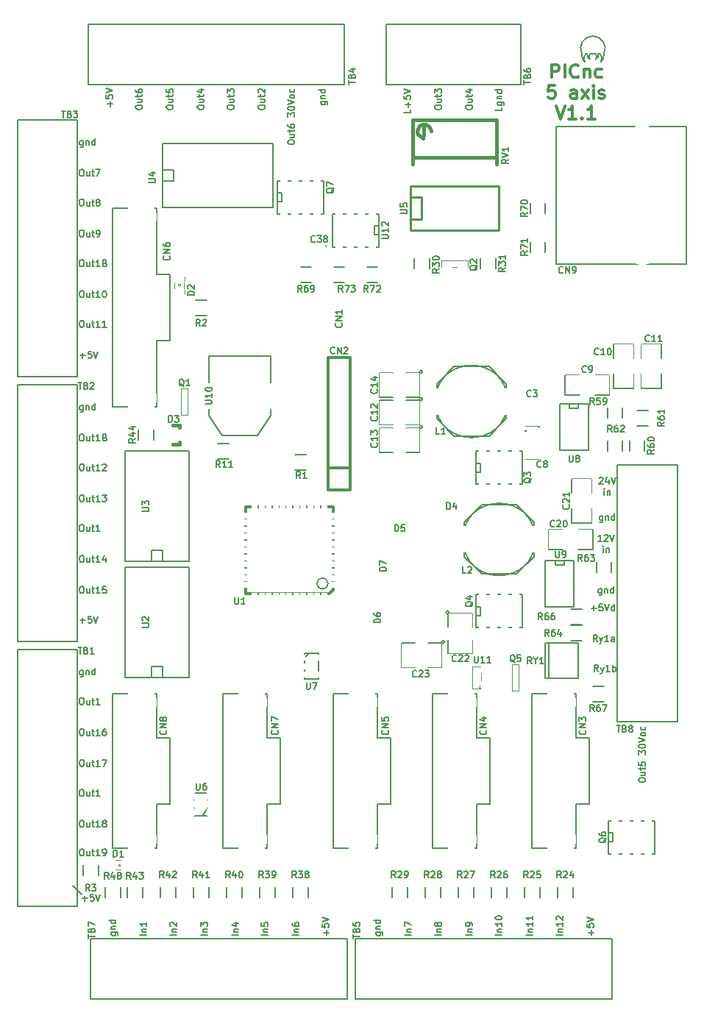
<source format=gto>
%FSLAX46Y46*%
G04 Gerber Fmt 4.6, Leading zero omitted, Abs format (unit mm)*
G04 Created by KiCad (PCBNEW (2014-10-08 BZR 5171)-product) date 10/19/2014 5:22:49 PM*
%MOMM*%
G01*
G04 APERTURE LIST*
%ADD10C,0.100000*%
%ADD11C,0.190500*%
%ADD12C,0.200000*%
%ADD13C,0.300000*%
%ADD14C,0.099060*%
%ADD15C,0.127000*%
%ADD16C,0.304800*%
%ADD17C,0.150000*%
%ADD18C,0.066040*%
%ADD19C,0.101600*%
%ADD20C,0.050800*%
%ADD21C,0.381000*%
%ADD22C,0.119380*%
%ADD23C,0.203200*%
%ADD24C,0.254000*%
%ADD25C,0.078740*%
%ADD26C,0.177800*%
%ADD27R,1.778000X1.778000*%
%ADD28C,1.778000*%
%ADD29C,3.004000*%
%ADD30R,1.651000X1.143000*%
%ADD31R,1.778000X2.286000*%
%ADD32R,2.286000X1.778000*%
%ADD33R,1.524000X2.794000*%
%ADD34R,2.794000X1.524000*%
%ADD35R,1.143000X1.651000*%
%ADD36R,1.651000X1.651000*%
%ADD37C,1.651000*%
%ADD38R,1.854200X1.854200*%
%ADD39C,1.854200*%
%ADD40C,3.657600*%
%ADD41C,1.662000*%
%ADD42C,3.454000*%
%ADD43R,1.452880X1.452880*%
%ADD44R,1.054100X1.054100*%
%ADD45R,5.054000X4.974000*%
%ADD46R,1.654000X1.524000*%
%ADD47R,4.974000X5.054000*%
%ADD48R,1.524000X1.654000*%
%ADD49R,1.168400X1.168400*%
%ADD50R,0.853440X1.653540*%
%ADD51R,0.954000X1.554000*%
%ADD52R,1.554000X0.954000*%
%ADD53R,1.554000X0.854000*%
%ADD54R,0.660400X1.778000*%
%ADD55R,1.778000X0.660400*%
%ADD56R,1.524000X0.762000*%
%ADD57R,0.762000X1.524000*%
%ADD58R,1.254760X0.955040*%
%ADD59R,1.054000X0.804000*%
%ADD60R,1.653540X0.853440*%
%ADD61R,2.514600X3.251200*%
%ADD62R,3.911600X2.286000*%
%ADD63R,1.270000X2.286000*%
%ADD64R,1.254760X1.054100*%
%ADD65C,0.889000*%
%ADD66R,2.254000X3.054000*%
%ADD67R,2.054000X2.054000*%
%ADD68C,2.054000*%
G04 APERTURE END LIST*
D10*
D11*
X184893858Y-87545636D02*
X184930144Y-87509350D01*
X185002715Y-87473064D01*
X185184144Y-87473064D01*
X185256715Y-87509350D01*
X185293001Y-87545636D01*
X185329286Y-87618207D01*
X185329286Y-87690779D01*
X185293001Y-87799636D01*
X184857572Y-88235064D01*
X185329286Y-88235064D01*
X185982429Y-87727064D02*
X185982429Y-88235064D01*
X185801000Y-87436779D02*
X185619572Y-87981064D01*
X186091286Y-87981064D01*
X186272714Y-87473064D02*
X186526714Y-88235064D01*
X186780714Y-87473064D01*
X185456286Y-89492364D02*
X185456286Y-88984364D01*
X185456286Y-88730364D02*
X185420000Y-88766650D01*
X185456286Y-88802936D01*
X185492571Y-88766650D01*
X185456286Y-88730364D01*
X185456286Y-88802936D01*
X185819143Y-88984364D02*
X185819143Y-89492364D01*
X185819143Y-89056936D02*
X185855428Y-89020650D01*
X185928000Y-88984364D01*
X186036857Y-88984364D01*
X186109428Y-89020650D01*
X186145714Y-89093221D01*
X186145714Y-89492364D01*
X185274857Y-91911714D02*
X185274857Y-92528571D01*
X185238571Y-92601143D01*
X185202286Y-92637429D01*
X185129714Y-92673714D01*
X185020857Y-92673714D01*
X184948286Y-92637429D01*
X185274857Y-92383429D02*
X185202286Y-92419714D01*
X185057143Y-92419714D01*
X184984571Y-92383429D01*
X184948286Y-92347143D01*
X184912000Y-92274571D01*
X184912000Y-92056857D01*
X184948286Y-91984286D01*
X184984571Y-91948000D01*
X185057143Y-91911714D01*
X185202286Y-91911714D01*
X185274857Y-91948000D01*
X185637715Y-91911714D02*
X185637715Y-92419714D01*
X185637715Y-91984286D02*
X185674000Y-91948000D01*
X185746572Y-91911714D01*
X185855429Y-91911714D01*
X185928000Y-91948000D01*
X185964286Y-92020571D01*
X185964286Y-92419714D01*
X186653715Y-92419714D02*
X186653715Y-91657714D01*
X186653715Y-92383429D02*
X186581144Y-92419714D01*
X186436001Y-92419714D01*
X186363429Y-92383429D01*
X186327144Y-92347143D01*
X186290858Y-92274571D01*
X186290858Y-92056857D01*
X186327144Y-91984286D01*
X186363429Y-91948000D01*
X186436001Y-91911714D01*
X186581144Y-91911714D01*
X186653715Y-91948000D01*
X185202286Y-94839064D02*
X184766858Y-94839064D01*
X184984572Y-94839064D02*
X184984572Y-94077064D01*
X184912001Y-94185921D01*
X184839429Y-94258493D01*
X184766858Y-94294779D01*
X185492572Y-94149636D02*
X185528858Y-94113350D01*
X185601429Y-94077064D01*
X185782858Y-94077064D01*
X185855429Y-94113350D01*
X185891715Y-94149636D01*
X185928000Y-94222207D01*
X185928000Y-94294779D01*
X185891715Y-94403636D01*
X185456286Y-94839064D01*
X185928000Y-94839064D01*
X186145714Y-94077064D02*
X186399714Y-94839064D01*
X186653714Y-94077064D01*
X185329286Y-96096364D02*
X185329286Y-95588364D01*
X185329286Y-95334364D02*
X185293000Y-95370650D01*
X185329286Y-95406936D01*
X185365571Y-95370650D01*
X185329286Y-95334364D01*
X185329286Y-95406936D01*
X185692143Y-95588364D02*
X185692143Y-96096364D01*
X185692143Y-95660936D02*
X185728428Y-95624650D01*
X185801000Y-95588364D01*
X185909857Y-95588364D01*
X185982428Y-95624650D01*
X186018714Y-95697221D01*
X186018714Y-96096364D01*
X185147857Y-100293714D02*
X185147857Y-100910571D01*
X185111571Y-100983143D01*
X185075286Y-101019429D01*
X185002714Y-101055714D01*
X184893857Y-101055714D01*
X184821286Y-101019429D01*
X185147857Y-100765429D02*
X185075286Y-100801714D01*
X184930143Y-100801714D01*
X184857571Y-100765429D01*
X184821286Y-100729143D01*
X184785000Y-100656571D01*
X184785000Y-100438857D01*
X184821286Y-100366286D01*
X184857571Y-100330000D01*
X184930143Y-100293714D01*
X185075286Y-100293714D01*
X185147857Y-100330000D01*
X185510715Y-100293714D02*
X185510715Y-100801714D01*
X185510715Y-100366286D02*
X185547000Y-100330000D01*
X185619572Y-100293714D01*
X185728429Y-100293714D01*
X185801000Y-100330000D01*
X185837286Y-100402571D01*
X185837286Y-100801714D01*
X186526715Y-100801714D02*
X186526715Y-100039714D01*
X186526715Y-100765429D02*
X186454144Y-100801714D01*
X186309001Y-100801714D01*
X186236429Y-100765429D01*
X186200144Y-100729143D01*
X186163858Y-100656571D01*
X186163858Y-100438857D01*
X186200144Y-100366286D01*
X186236429Y-100330000D01*
X186309001Y-100293714D01*
X186454144Y-100293714D01*
X186526715Y-100330000D01*
X183968572Y-102543429D02*
X184549143Y-102543429D01*
X184258857Y-102833714D02*
X184258857Y-102253143D01*
X185274858Y-102071714D02*
X184912001Y-102071714D01*
X184875715Y-102434571D01*
X184912001Y-102398286D01*
X184984572Y-102362000D01*
X185166001Y-102362000D01*
X185238572Y-102398286D01*
X185274858Y-102434571D01*
X185311143Y-102507143D01*
X185311143Y-102688571D01*
X185274858Y-102761143D01*
X185238572Y-102797429D01*
X185166001Y-102833714D01*
X184984572Y-102833714D01*
X184912001Y-102797429D01*
X184875715Y-102761143D01*
X185528857Y-102071714D02*
X185782857Y-102833714D01*
X186036857Y-102071714D01*
X186617429Y-102833714D02*
X186617429Y-102071714D01*
X186617429Y-102797429D02*
X186544858Y-102833714D01*
X186399715Y-102833714D01*
X186327143Y-102797429D01*
X186290858Y-102761143D01*
X186254572Y-102688571D01*
X186254572Y-102470857D01*
X186290858Y-102398286D01*
X186327143Y-102362000D01*
X186399715Y-102325714D01*
X186544858Y-102325714D01*
X186617429Y-102362000D01*
X184658000Y-106389714D02*
X184404000Y-106026857D01*
X184222572Y-106389714D02*
X184222572Y-105627714D01*
X184512857Y-105627714D01*
X184585429Y-105664000D01*
X184621714Y-105700286D01*
X184658000Y-105772857D01*
X184658000Y-105881714D01*
X184621714Y-105954286D01*
X184585429Y-105990571D01*
X184512857Y-106026857D01*
X184222572Y-106026857D01*
X184912000Y-105881714D02*
X185093429Y-106389714D01*
X185274857Y-105881714D02*
X185093429Y-106389714D01*
X185020857Y-106571143D01*
X184984572Y-106607429D01*
X184912000Y-106643714D01*
X185964285Y-106389714D02*
X185528857Y-106389714D01*
X185746571Y-106389714D02*
X185746571Y-105627714D01*
X185674000Y-105736571D01*
X185601428Y-105809143D01*
X185528857Y-105845429D01*
X186617428Y-106389714D02*
X186617428Y-105990571D01*
X186581142Y-105918000D01*
X186508571Y-105881714D01*
X186363428Y-105881714D01*
X186290857Y-105918000D01*
X186617428Y-106353429D02*
X186544857Y-106389714D01*
X186363428Y-106389714D01*
X186290857Y-106353429D01*
X186254571Y-106280857D01*
X186254571Y-106208286D01*
X186290857Y-106135714D01*
X186363428Y-106099429D01*
X186544857Y-106099429D01*
X186617428Y-106063143D01*
X184785000Y-109818714D02*
X184531000Y-109455857D01*
X184349572Y-109818714D02*
X184349572Y-109056714D01*
X184639857Y-109056714D01*
X184712429Y-109093000D01*
X184748714Y-109129286D01*
X184785000Y-109201857D01*
X184785000Y-109310714D01*
X184748714Y-109383286D01*
X184712429Y-109419571D01*
X184639857Y-109455857D01*
X184349572Y-109455857D01*
X185039000Y-109310714D02*
X185220429Y-109818714D01*
X185401857Y-109310714D02*
X185220429Y-109818714D01*
X185147857Y-110000143D01*
X185111572Y-110036429D01*
X185039000Y-110072714D01*
X186091285Y-109818714D02*
X185655857Y-109818714D01*
X185873571Y-109818714D02*
X185873571Y-109056714D01*
X185801000Y-109165571D01*
X185728428Y-109238143D01*
X185655857Y-109274429D01*
X186417857Y-109818714D02*
X186417857Y-109056714D01*
X186417857Y-109347000D02*
X186490428Y-109310714D01*
X186635571Y-109310714D01*
X186708142Y-109347000D01*
X186744428Y-109383286D01*
X186780714Y-109455857D01*
X186780714Y-109673571D01*
X186744428Y-109746143D01*
X186708142Y-109782429D01*
X186635571Y-109818714D01*
X186490428Y-109818714D01*
X186417857Y-109782429D01*
X189447714Y-122391715D02*
X189447714Y-122246572D01*
X189484000Y-122174000D01*
X189556571Y-122101429D01*
X189701714Y-122065143D01*
X189955714Y-122065143D01*
X190100857Y-122101429D01*
X190173429Y-122174000D01*
X190209714Y-122246572D01*
X190209714Y-122391715D01*
X190173429Y-122464286D01*
X190100857Y-122536857D01*
X189955714Y-122573143D01*
X189701714Y-122573143D01*
X189556571Y-122536857D01*
X189484000Y-122464286D01*
X189447714Y-122391715D01*
X189701714Y-121412000D02*
X190209714Y-121412000D01*
X189701714Y-121738571D02*
X190100857Y-121738571D01*
X190173429Y-121702286D01*
X190209714Y-121629714D01*
X190209714Y-121520857D01*
X190173429Y-121448286D01*
X190137143Y-121412000D01*
X189701714Y-121158000D02*
X189701714Y-120867714D01*
X189447714Y-121049142D02*
X190100857Y-121049142D01*
X190173429Y-121012857D01*
X190209714Y-120940285D01*
X190209714Y-120867714D01*
X189447714Y-120250856D02*
X189447714Y-120613713D01*
X189810571Y-120649999D01*
X189774286Y-120613713D01*
X189738000Y-120541142D01*
X189738000Y-120359713D01*
X189774286Y-120287142D01*
X189810571Y-120250856D01*
X189883143Y-120214571D01*
X190064571Y-120214571D01*
X190137143Y-120250856D01*
X190173429Y-120287142D01*
X190209714Y-120359713D01*
X190209714Y-120541142D01*
X190173429Y-120613713D01*
X190137143Y-120649999D01*
X189447714Y-119380000D02*
X189447714Y-118908286D01*
X189738000Y-119162286D01*
X189738000Y-119053428D01*
X189774286Y-118980857D01*
X189810571Y-118944571D01*
X189883143Y-118908286D01*
X190064571Y-118908286D01*
X190137143Y-118944571D01*
X190173429Y-118980857D01*
X190209714Y-119053428D01*
X190209714Y-119271143D01*
X190173429Y-119343714D01*
X190137143Y-119380000D01*
X189447714Y-118436572D02*
X189447714Y-118364000D01*
X189484000Y-118291429D01*
X189520286Y-118255143D01*
X189592857Y-118218857D01*
X189738000Y-118182572D01*
X189919429Y-118182572D01*
X190064571Y-118218857D01*
X190137143Y-118255143D01*
X190173429Y-118291429D01*
X190209714Y-118364000D01*
X190209714Y-118436572D01*
X190173429Y-118509143D01*
X190137143Y-118545429D01*
X190064571Y-118581714D01*
X189919429Y-118618000D01*
X189738000Y-118618000D01*
X189592857Y-118581714D01*
X189520286Y-118545429D01*
X189484000Y-118509143D01*
X189447714Y-118436572D01*
X189447714Y-117964858D02*
X190209714Y-117710858D01*
X189447714Y-117456858D01*
X190209714Y-117094000D02*
X190173429Y-117166572D01*
X190137143Y-117202857D01*
X190064571Y-117239143D01*
X189846857Y-117239143D01*
X189774286Y-117202857D01*
X189738000Y-117166572D01*
X189701714Y-117094000D01*
X189701714Y-116985143D01*
X189738000Y-116912572D01*
X189774286Y-116876286D01*
X189846857Y-116840000D01*
X190064571Y-116840000D01*
X190137143Y-116876286D01*
X190173429Y-116912572D01*
X190209714Y-116985143D01*
X190209714Y-117094000D01*
X190173429Y-116186857D02*
X190209714Y-116259428D01*
X190209714Y-116404571D01*
X190173429Y-116477143D01*
X190137143Y-116513428D01*
X190064571Y-116549714D01*
X189846857Y-116549714D01*
X189774286Y-116513428D01*
X189738000Y-116477143D01*
X189701714Y-116404571D01*
X189701714Y-116259428D01*
X189738000Y-116186857D01*
X183950429Y-140171714D02*
X183950429Y-139591143D01*
X184240714Y-139881429D02*
X183660143Y-139881429D01*
X183478714Y-138865428D02*
X183478714Y-139228285D01*
X183841571Y-139264571D01*
X183805286Y-139228285D01*
X183769000Y-139155714D01*
X183769000Y-138974285D01*
X183805286Y-138901714D01*
X183841571Y-138865428D01*
X183914143Y-138829143D01*
X184095571Y-138829143D01*
X184168143Y-138865428D01*
X184204429Y-138901714D01*
X184240714Y-138974285D01*
X184240714Y-139155714D01*
X184204429Y-139228285D01*
X184168143Y-139264571D01*
X183478714Y-138611429D02*
X184240714Y-138357429D01*
X183478714Y-138103429D01*
X180684714Y-140135428D02*
X179922714Y-140135428D01*
X180176714Y-139772571D02*
X180684714Y-139772571D01*
X180249286Y-139772571D02*
X180213000Y-139736286D01*
X180176714Y-139663714D01*
X180176714Y-139554857D01*
X180213000Y-139482286D01*
X180285571Y-139446000D01*
X180684714Y-139446000D01*
X180684714Y-138684000D02*
X180684714Y-139119428D01*
X180684714Y-138901714D02*
X179922714Y-138901714D01*
X180031571Y-138974285D01*
X180104143Y-139046857D01*
X180140429Y-139119428D01*
X179995286Y-138393714D02*
X179959000Y-138357428D01*
X179922714Y-138284857D01*
X179922714Y-138103428D01*
X179959000Y-138030857D01*
X179995286Y-137994571D01*
X180067857Y-137958286D01*
X180140429Y-137958286D01*
X180249286Y-137994571D01*
X180684714Y-138430000D01*
X180684714Y-137958286D01*
X177255714Y-140135428D02*
X176493714Y-140135428D01*
X176747714Y-139772571D02*
X177255714Y-139772571D01*
X176820286Y-139772571D02*
X176784000Y-139736286D01*
X176747714Y-139663714D01*
X176747714Y-139554857D01*
X176784000Y-139482286D01*
X176856571Y-139446000D01*
X177255714Y-139446000D01*
X177255714Y-138684000D02*
X177255714Y-139119428D01*
X177255714Y-138901714D02*
X176493714Y-138901714D01*
X176602571Y-138974285D01*
X176675143Y-139046857D01*
X176711429Y-139119428D01*
X177255714Y-137958286D02*
X177255714Y-138393714D01*
X177255714Y-138176000D02*
X176493714Y-138176000D01*
X176602571Y-138248571D01*
X176675143Y-138321143D01*
X176711429Y-138393714D01*
X173699714Y-140135428D02*
X172937714Y-140135428D01*
X173191714Y-139772571D02*
X173699714Y-139772571D01*
X173264286Y-139772571D02*
X173228000Y-139736286D01*
X173191714Y-139663714D01*
X173191714Y-139554857D01*
X173228000Y-139482286D01*
X173300571Y-139446000D01*
X173699714Y-139446000D01*
X173699714Y-138684000D02*
X173699714Y-139119428D01*
X173699714Y-138901714D02*
X172937714Y-138901714D01*
X173046571Y-138974285D01*
X173119143Y-139046857D01*
X173155429Y-139119428D01*
X172937714Y-138212286D02*
X172937714Y-138139714D01*
X172974000Y-138067143D01*
X173010286Y-138030857D01*
X173082857Y-137994571D01*
X173228000Y-137958286D01*
X173409429Y-137958286D01*
X173554571Y-137994571D01*
X173627143Y-138030857D01*
X173663429Y-138067143D01*
X173699714Y-138139714D01*
X173699714Y-138212286D01*
X173663429Y-138284857D01*
X173627143Y-138321143D01*
X173554571Y-138357428D01*
X173409429Y-138393714D01*
X173228000Y-138393714D01*
X173082857Y-138357428D01*
X173010286Y-138321143D01*
X172974000Y-138284857D01*
X172937714Y-138212286D01*
X170270714Y-140153571D02*
X169508714Y-140153571D01*
X169762714Y-139790714D02*
X170270714Y-139790714D01*
X169835286Y-139790714D02*
X169799000Y-139754429D01*
X169762714Y-139681857D01*
X169762714Y-139573000D01*
X169799000Y-139500429D01*
X169871571Y-139464143D01*
X170270714Y-139464143D01*
X170270714Y-139065000D02*
X170270714Y-138919857D01*
X170234429Y-138847285D01*
X170198143Y-138811000D01*
X170089286Y-138738428D01*
X169944143Y-138702143D01*
X169653857Y-138702143D01*
X169581286Y-138738428D01*
X169545000Y-138774714D01*
X169508714Y-138847285D01*
X169508714Y-138992428D01*
X169545000Y-139065000D01*
X169581286Y-139101285D01*
X169653857Y-139137571D01*
X169835286Y-139137571D01*
X169907857Y-139101285D01*
X169944143Y-139065000D01*
X169980429Y-138992428D01*
X169980429Y-138847285D01*
X169944143Y-138774714D01*
X169907857Y-138738428D01*
X169835286Y-138702143D01*
X159221714Y-139845143D02*
X159838571Y-139845143D01*
X159911143Y-139881429D01*
X159947429Y-139917714D01*
X159983714Y-139990286D01*
X159983714Y-140099143D01*
X159947429Y-140171714D01*
X159693429Y-139845143D02*
X159729714Y-139917714D01*
X159729714Y-140062857D01*
X159693429Y-140135429D01*
X159657143Y-140171714D01*
X159584571Y-140208000D01*
X159366857Y-140208000D01*
X159294286Y-140171714D01*
X159258000Y-140135429D01*
X159221714Y-140062857D01*
X159221714Y-139917714D01*
X159258000Y-139845143D01*
X159221714Y-139482285D02*
X159729714Y-139482285D01*
X159294286Y-139482285D02*
X159258000Y-139446000D01*
X159221714Y-139373428D01*
X159221714Y-139264571D01*
X159258000Y-139192000D01*
X159330571Y-139155714D01*
X159729714Y-139155714D01*
X159729714Y-138466285D02*
X158967714Y-138466285D01*
X159693429Y-138466285D02*
X159729714Y-138538856D01*
X159729714Y-138683999D01*
X159693429Y-138756571D01*
X159657143Y-138792856D01*
X159584571Y-138829142D01*
X159366857Y-138829142D01*
X159294286Y-138792856D01*
X159258000Y-138756571D01*
X159221714Y-138683999D01*
X159221714Y-138538856D01*
X159258000Y-138466285D01*
X166714714Y-140153571D02*
X165952714Y-140153571D01*
X166206714Y-139790714D02*
X166714714Y-139790714D01*
X166279286Y-139790714D02*
X166243000Y-139754429D01*
X166206714Y-139681857D01*
X166206714Y-139573000D01*
X166243000Y-139500429D01*
X166315571Y-139464143D01*
X166714714Y-139464143D01*
X166279286Y-138992428D02*
X166243000Y-139065000D01*
X166206714Y-139101285D01*
X166134143Y-139137571D01*
X166097857Y-139137571D01*
X166025286Y-139101285D01*
X165989000Y-139065000D01*
X165952714Y-138992428D01*
X165952714Y-138847285D01*
X165989000Y-138774714D01*
X166025286Y-138738428D01*
X166097857Y-138702143D01*
X166134143Y-138702143D01*
X166206714Y-138738428D01*
X166243000Y-138774714D01*
X166279286Y-138847285D01*
X166279286Y-138992428D01*
X166315571Y-139065000D01*
X166351857Y-139101285D01*
X166424429Y-139137571D01*
X166569571Y-139137571D01*
X166642143Y-139101285D01*
X166678429Y-139065000D01*
X166714714Y-138992428D01*
X166714714Y-138847285D01*
X166678429Y-138774714D01*
X166642143Y-138738428D01*
X166569571Y-138702143D01*
X166424429Y-138702143D01*
X166351857Y-138738428D01*
X166315571Y-138774714D01*
X166279286Y-138847285D01*
X163285714Y-140153571D02*
X162523714Y-140153571D01*
X162777714Y-139790714D02*
X163285714Y-139790714D01*
X162850286Y-139790714D02*
X162814000Y-139754429D01*
X162777714Y-139681857D01*
X162777714Y-139573000D01*
X162814000Y-139500429D01*
X162886571Y-139464143D01*
X163285714Y-139464143D01*
X162523714Y-139173857D02*
X162523714Y-138665857D01*
X163285714Y-138992428D01*
X153470429Y-140171714D02*
X153470429Y-139591143D01*
X153760714Y-139881429D02*
X153180143Y-139881429D01*
X152998714Y-138865428D02*
X152998714Y-139228285D01*
X153361571Y-139264571D01*
X153325286Y-139228285D01*
X153289000Y-139155714D01*
X153289000Y-138974285D01*
X153325286Y-138901714D01*
X153361571Y-138865428D01*
X153434143Y-138829143D01*
X153615571Y-138829143D01*
X153688143Y-138865428D01*
X153724429Y-138901714D01*
X153760714Y-138974285D01*
X153760714Y-139155714D01*
X153724429Y-139228285D01*
X153688143Y-139264571D01*
X152998714Y-138611429D02*
X153760714Y-138357429D01*
X152998714Y-138103429D01*
X150331714Y-140153571D02*
X149569714Y-140153571D01*
X149823714Y-139790714D02*
X150331714Y-139790714D01*
X149896286Y-139790714D02*
X149860000Y-139754429D01*
X149823714Y-139681857D01*
X149823714Y-139573000D01*
X149860000Y-139500429D01*
X149932571Y-139464143D01*
X150331714Y-139464143D01*
X149569714Y-138774714D02*
X149569714Y-138919857D01*
X149606000Y-138992428D01*
X149642286Y-139028714D01*
X149751143Y-139101285D01*
X149896286Y-139137571D01*
X150186571Y-139137571D01*
X150259143Y-139101285D01*
X150295429Y-139065000D01*
X150331714Y-138992428D01*
X150331714Y-138847285D01*
X150295429Y-138774714D01*
X150259143Y-138738428D01*
X150186571Y-138702143D01*
X150005143Y-138702143D01*
X149932571Y-138738428D01*
X149896286Y-138774714D01*
X149860000Y-138847285D01*
X149860000Y-138992428D01*
X149896286Y-139065000D01*
X149932571Y-139101285D01*
X150005143Y-139137571D01*
X146775714Y-140153571D02*
X146013714Y-140153571D01*
X146267714Y-139790714D02*
X146775714Y-139790714D01*
X146340286Y-139790714D02*
X146304000Y-139754429D01*
X146267714Y-139681857D01*
X146267714Y-139573000D01*
X146304000Y-139500429D01*
X146376571Y-139464143D01*
X146775714Y-139464143D01*
X146013714Y-138738428D02*
X146013714Y-139101285D01*
X146376571Y-139137571D01*
X146340286Y-139101285D01*
X146304000Y-139028714D01*
X146304000Y-138847285D01*
X146340286Y-138774714D01*
X146376571Y-138738428D01*
X146449143Y-138702143D01*
X146630571Y-138702143D01*
X146703143Y-138738428D01*
X146739429Y-138774714D01*
X146775714Y-138847285D01*
X146775714Y-139028714D01*
X146739429Y-139101285D01*
X146703143Y-139137571D01*
X143346714Y-140153571D02*
X142584714Y-140153571D01*
X142838714Y-139790714D02*
X143346714Y-139790714D01*
X142911286Y-139790714D02*
X142875000Y-139754429D01*
X142838714Y-139681857D01*
X142838714Y-139573000D01*
X142875000Y-139500429D01*
X142947571Y-139464143D01*
X143346714Y-139464143D01*
X142838714Y-138774714D02*
X143346714Y-138774714D01*
X142548429Y-138956143D02*
X143092714Y-139137571D01*
X143092714Y-138665857D01*
X139790714Y-140153571D02*
X139028714Y-140153571D01*
X139282714Y-139790714D02*
X139790714Y-139790714D01*
X139355286Y-139790714D02*
X139319000Y-139754429D01*
X139282714Y-139681857D01*
X139282714Y-139573000D01*
X139319000Y-139500429D01*
X139391571Y-139464143D01*
X139790714Y-139464143D01*
X139028714Y-139173857D02*
X139028714Y-138702143D01*
X139319000Y-138956143D01*
X139319000Y-138847285D01*
X139355286Y-138774714D01*
X139391571Y-138738428D01*
X139464143Y-138702143D01*
X139645571Y-138702143D01*
X139718143Y-138738428D01*
X139754429Y-138774714D01*
X139790714Y-138847285D01*
X139790714Y-139065000D01*
X139754429Y-139137571D01*
X139718143Y-139173857D01*
X136234714Y-140153571D02*
X135472714Y-140153571D01*
X135726714Y-139790714D02*
X136234714Y-139790714D01*
X135799286Y-139790714D02*
X135763000Y-139754429D01*
X135726714Y-139681857D01*
X135726714Y-139573000D01*
X135763000Y-139500429D01*
X135835571Y-139464143D01*
X136234714Y-139464143D01*
X135545286Y-139137571D02*
X135509000Y-139101285D01*
X135472714Y-139028714D01*
X135472714Y-138847285D01*
X135509000Y-138774714D01*
X135545286Y-138738428D01*
X135617857Y-138702143D01*
X135690429Y-138702143D01*
X135799286Y-138738428D01*
X136234714Y-139173857D01*
X136234714Y-138702143D01*
X132805714Y-140153571D02*
X132043714Y-140153571D01*
X132297714Y-139790714D02*
X132805714Y-139790714D01*
X132370286Y-139790714D02*
X132334000Y-139754429D01*
X132297714Y-139681857D01*
X132297714Y-139573000D01*
X132334000Y-139500429D01*
X132406571Y-139464143D01*
X132805714Y-139464143D01*
X132805714Y-138702143D02*
X132805714Y-139137571D01*
X132805714Y-138919857D02*
X132043714Y-138919857D01*
X132152571Y-138992428D01*
X132225143Y-139065000D01*
X132261429Y-139137571D01*
X128741714Y-139845143D02*
X129358571Y-139845143D01*
X129431143Y-139881429D01*
X129467429Y-139917714D01*
X129503714Y-139990286D01*
X129503714Y-140099143D01*
X129467429Y-140171714D01*
X129213429Y-139845143D02*
X129249714Y-139917714D01*
X129249714Y-140062857D01*
X129213429Y-140135429D01*
X129177143Y-140171714D01*
X129104571Y-140208000D01*
X128886857Y-140208000D01*
X128814286Y-140171714D01*
X128778000Y-140135429D01*
X128741714Y-140062857D01*
X128741714Y-139917714D01*
X128778000Y-139845143D01*
X128741714Y-139482285D02*
X129249714Y-139482285D01*
X128814286Y-139482285D02*
X128778000Y-139446000D01*
X128741714Y-139373428D01*
X128741714Y-139264571D01*
X128778000Y-139192000D01*
X128850571Y-139155714D01*
X129249714Y-139155714D01*
X129249714Y-138466285D02*
X128487714Y-138466285D01*
X129213429Y-138466285D02*
X129249714Y-138538856D01*
X129249714Y-138683999D01*
X129213429Y-138756571D01*
X129177143Y-138792856D01*
X129104571Y-138829142D01*
X128886857Y-138829142D01*
X128814286Y-138792856D01*
X128778000Y-138756571D01*
X128741714Y-138683999D01*
X128741714Y-138538856D01*
X128778000Y-138466285D01*
D12*
X124714000Y-134874000D02*
X124333000Y-134493000D01*
X125349000Y-135509000D02*
X124714000Y-134874000D01*
D11*
X125385286Y-135944429D02*
X125965857Y-135944429D01*
X125675571Y-136234714D02*
X125675571Y-135654143D01*
X126691572Y-135472714D02*
X126328715Y-135472714D01*
X126292429Y-135835571D01*
X126328715Y-135799286D01*
X126401286Y-135763000D01*
X126582715Y-135763000D01*
X126655286Y-135799286D01*
X126691572Y-135835571D01*
X126727857Y-135908143D01*
X126727857Y-136089571D01*
X126691572Y-136162143D01*
X126655286Y-136198429D01*
X126582715Y-136234714D01*
X126401286Y-136234714D01*
X126328715Y-136198429D01*
X126292429Y-136162143D01*
X126945571Y-135472714D02*
X127199571Y-136234714D01*
X127453571Y-135472714D01*
X125258285Y-130265714D02*
X125403428Y-130265714D01*
X125476000Y-130302000D01*
X125548571Y-130374571D01*
X125584857Y-130519714D01*
X125584857Y-130773714D01*
X125548571Y-130918857D01*
X125476000Y-130991429D01*
X125403428Y-131027714D01*
X125258285Y-131027714D01*
X125185714Y-130991429D01*
X125113143Y-130918857D01*
X125076857Y-130773714D01*
X125076857Y-130519714D01*
X125113143Y-130374571D01*
X125185714Y-130302000D01*
X125258285Y-130265714D01*
X126238000Y-130519714D02*
X126238000Y-131027714D01*
X125911429Y-130519714D02*
X125911429Y-130918857D01*
X125947714Y-130991429D01*
X126020286Y-131027714D01*
X126129143Y-131027714D01*
X126201714Y-130991429D01*
X126238000Y-130955143D01*
X126492000Y-130519714D02*
X126782286Y-130519714D01*
X126600858Y-130265714D02*
X126600858Y-130918857D01*
X126637143Y-130991429D01*
X126709715Y-131027714D01*
X126782286Y-131027714D01*
X127435429Y-131027714D02*
X127000001Y-131027714D01*
X127217715Y-131027714D02*
X127217715Y-130265714D01*
X127145144Y-130374571D01*
X127072572Y-130447143D01*
X127000001Y-130483429D01*
X127798286Y-131027714D02*
X127943429Y-131027714D01*
X128016001Y-130991429D01*
X128052286Y-130955143D01*
X128124858Y-130846286D01*
X128161143Y-130701143D01*
X128161143Y-130410857D01*
X128124858Y-130338286D01*
X128088572Y-130302000D01*
X128016001Y-130265714D01*
X127870858Y-130265714D01*
X127798286Y-130302000D01*
X127762001Y-130338286D01*
X127725715Y-130410857D01*
X127725715Y-130592286D01*
X127762001Y-130664857D01*
X127798286Y-130701143D01*
X127870858Y-130737429D01*
X128016001Y-130737429D01*
X128088572Y-130701143D01*
X128124858Y-130664857D01*
X128161143Y-130592286D01*
X125258285Y-126963714D02*
X125403428Y-126963714D01*
X125476000Y-127000000D01*
X125548571Y-127072571D01*
X125584857Y-127217714D01*
X125584857Y-127471714D01*
X125548571Y-127616857D01*
X125476000Y-127689429D01*
X125403428Y-127725714D01*
X125258285Y-127725714D01*
X125185714Y-127689429D01*
X125113143Y-127616857D01*
X125076857Y-127471714D01*
X125076857Y-127217714D01*
X125113143Y-127072571D01*
X125185714Y-127000000D01*
X125258285Y-126963714D01*
X126238000Y-127217714D02*
X126238000Y-127725714D01*
X125911429Y-127217714D02*
X125911429Y-127616857D01*
X125947714Y-127689429D01*
X126020286Y-127725714D01*
X126129143Y-127725714D01*
X126201714Y-127689429D01*
X126238000Y-127653143D01*
X126492000Y-127217714D02*
X126782286Y-127217714D01*
X126600858Y-126963714D02*
X126600858Y-127616857D01*
X126637143Y-127689429D01*
X126709715Y-127725714D01*
X126782286Y-127725714D01*
X127435429Y-127725714D02*
X127000001Y-127725714D01*
X127217715Y-127725714D02*
X127217715Y-126963714D01*
X127145144Y-127072571D01*
X127072572Y-127145143D01*
X127000001Y-127181429D01*
X127870858Y-127290286D02*
X127798286Y-127254000D01*
X127762001Y-127217714D01*
X127725715Y-127145143D01*
X127725715Y-127108857D01*
X127762001Y-127036286D01*
X127798286Y-127000000D01*
X127870858Y-126963714D01*
X128016001Y-126963714D01*
X128088572Y-127000000D01*
X128124858Y-127036286D01*
X128161143Y-127108857D01*
X128161143Y-127145143D01*
X128124858Y-127217714D01*
X128088572Y-127254000D01*
X128016001Y-127290286D01*
X127870858Y-127290286D01*
X127798286Y-127326571D01*
X127762001Y-127362857D01*
X127725715Y-127435429D01*
X127725715Y-127580571D01*
X127762001Y-127653143D01*
X127798286Y-127689429D01*
X127870858Y-127725714D01*
X128016001Y-127725714D01*
X128088572Y-127689429D01*
X128124858Y-127653143D01*
X128161143Y-127580571D01*
X128161143Y-127435429D01*
X128124858Y-127362857D01*
X128088572Y-127326571D01*
X128016001Y-127290286D01*
X125240142Y-123407714D02*
X125385285Y-123407714D01*
X125457857Y-123444000D01*
X125530428Y-123516571D01*
X125566714Y-123661714D01*
X125566714Y-123915714D01*
X125530428Y-124060857D01*
X125457857Y-124133429D01*
X125385285Y-124169714D01*
X125240142Y-124169714D01*
X125167571Y-124133429D01*
X125095000Y-124060857D01*
X125058714Y-123915714D01*
X125058714Y-123661714D01*
X125095000Y-123516571D01*
X125167571Y-123444000D01*
X125240142Y-123407714D01*
X126219857Y-123661714D02*
X126219857Y-124169714D01*
X125893286Y-123661714D02*
X125893286Y-124060857D01*
X125929571Y-124133429D01*
X126002143Y-124169714D01*
X126111000Y-124169714D01*
X126183571Y-124133429D01*
X126219857Y-124097143D01*
X126473857Y-123661714D02*
X126764143Y-123661714D01*
X126582715Y-123407714D02*
X126582715Y-124060857D01*
X126619000Y-124133429D01*
X126691572Y-124169714D01*
X126764143Y-124169714D01*
X127417286Y-124169714D02*
X126981858Y-124169714D01*
X127199572Y-124169714D02*
X127199572Y-123407714D01*
X127127001Y-123516571D01*
X127054429Y-123589143D01*
X126981858Y-123625429D01*
X125258285Y-119978714D02*
X125403428Y-119978714D01*
X125476000Y-120015000D01*
X125548571Y-120087571D01*
X125584857Y-120232714D01*
X125584857Y-120486714D01*
X125548571Y-120631857D01*
X125476000Y-120704429D01*
X125403428Y-120740714D01*
X125258285Y-120740714D01*
X125185714Y-120704429D01*
X125113143Y-120631857D01*
X125076857Y-120486714D01*
X125076857Y-120232714D01*
X125113143Y-120087571D01*
X125185714Y-120015000D01*
X125258285Y-119978714D01*
X126238000Y-120232714D02*
X126238000Y-120740714D01*
X125911429Y-120232714D02*
X125911429Y-120631857D01*
X125947714Y-120704429D01*
X126020286Y-120740714D01*
X126129143Y-120740714D01*
X126201714Y-120704429D01*
X126238000Y-120668143D01*
X126492000Y-120232714D02*
X126782286Y-120232714D01*
X126600858Y-119978714D02*
X126600858Y-120631857D01*
X126637143Y-120704429D01*
X126709715Y-120740714D01*
X126782286Y-120740714D01*
X127435429Y-120740714D02*
X127000001Y-120740714D01*
X127217715Y-120740714D02*
X127217715Y-119978714D01*
X127145144Y-120087571D01*
X127072572Y-120160143D01*
X127000001Y-120196429D01*
X127689429Y-119978714D02*
X128197429Y-119978714D01*
X127870858Y-120740714D01*
X125258285Y-116422714D02*
X125403428Y-116422714D01*
X125476000Y-116459000D01*
X125548571Y-116531571D01*
X125584857Y-116676714D01*
X125584857Y-116930714D01*
X125548571Y-117075857D01*
X125476000Y-117148429D01*
X125403428Y-117184714D01*
X125258285Y-117184714D01*
X125185714Y-117148429D01*
X125113143Y-117075857D01*
X125076857Y-116930714D01*
X125076857Y-116676714D01*
X125113143Y-116531571D01*
X125185714Y-116459000D01*
X125258285Y-116422714D01*
X126238000Y-116676714D02*
X126238000Y-117184714D01*
X125911429Y-116676714D02*
X125911429Y-117075857D01*
X125947714Y-117148429D01*
X126020286Y-117184714D01*
X126129143Y-117184714D01*
X126201714Y-117148429D01*
X126238000Y-117112143D01*
X126492000Y-116676714D02*
X126782286Y-116676714D01*
X126600858Y-116422714D02*
X126600858Y-117075857D01*
X126637143Y-117148429D01*
X126709715Y-117184714D01*
X126782286Y-117184714D01*
X127435429Y-117184714D02*
X127000001Y-117184714D01*
X127217715Y-117184714D02*
X127217715Y-116422714D01*
X127145144Y-116531571D01*
X127072572Y-116604143D01*
X127000001Y-116640429D01*
X128088572Y-116422714D02*
X127943429Y-116422714D01*
X127870858Y-116459000D01*
X127834572Y-116495286D01*
X127762001Y-116604143D01*
X127725715Y-116749286D01*
X127725715Y-117039571D01*
X127762001Y-117112143D01*
X127798286Y-117148429D01*
X127870858Y-117184714D01*
X128016001Y-117184714D01*
X128088572Y-117148429D01*
X128124858Y-117112143D01*
X128161143Y-117039571D01*
X128161143Y-116858143D01*
X128124858Y-116785571D01*
X128088572Y-116749286D01*
X128016001Y-116713000D01*
X127870858Y-116713000D01*
X127798286Y-116749286D01*
X127762001Y-116785571D01*
X127725715Y-116858143D01*
X125240142Y-112866714D02*
X125385285Y-112866714D01*
X125457857Y-112903000D01*
X125530428Y-112975571D01*
X125566714Y-113120714D01*
X125566714Y-113374714D01*
X125530428Y-113519857D01*
X125457857Y-113592429D01*
X125385285Y-113628714D01*
X125240142Y-113628714D01*
X125167571Y-113592429D01*
X125095000Y-113519857D01*
X125058714Y-113374714D01*
X125058714Y-113120714D01*
X125095000Y-112975571D01*
X125167571Y-112903000D01*
X125240142Y-112866714D01*
X126219857Y-113120714D02*
X126219857Y-113628714D01*
X125893286Y-113120714D02*
X125893286Y-113519857D01*
X125929571Y-113592429D01*
X126002143Y-113628714D01*
X126111000Y-113628714D01*
X126183571Y-113592429D01*
X126219857Y-113556143D01*
X126473857Y-113120714D02*
X126764143Y-113120714D01*
X126582715Y-112866714D02*
X126582715Y-113519857D01*
X126619000Y-113592429D01*
X126691572Y-113628714D01*
X126764143Y-113628714D01*
X127417286Y-113628714D02*
X126981858Y-113628714D01*
X127199572Y-113628714D02*
X127199572Y-112866714D01*
X127127001Y-112975571D01*
X127054429Y-113048143D01*
X126981858Y-113084429D01*
X125457857Y-109691714D02*
X125457857Y-110308571D01*
X125421571Y-110381143D01*
X125385286Y-110417429D01*
X125312714Y-110453714D01*
X125203857Y-110453714D01*
X125131286Y-110417429D01*
X125457857Y-110163429D02*
X125385286Y-110199714D01*
X125240143Y-110199714D01*
X125167571Y-110163429D01*
X125131286Y-110127143D01*
X125095000Y-110054571D01*
X125095000Y-109836857D01*
X125131286Y-109764286D01*
X125167571Y-109728000D01*
X125240143Y-109691714D01*
X125385286Y-109691714D01*
X125457857Y-109728000D01*
X125820715Y-109691714D02*
X125820715Y-110199714D01*
X125820715Y-109764286D02*
X125857000Y-109728000D01*
X125929572Y-109691714D01*
X126038429Y-109691714D01*
X126111000Y-109728000D01*
X126147286Y-109800571D01*
X126147286Y-110199714D01*
X126836715Y-110199714D02*
X126836715Y-109437714D01*
X126836715Y-110163429D02*
X126764144Y-110199714D01*
X126619001Y-110199714D01*
X126546429Y-110163429D01*
X126510144Y-110127143D01*
X126473858Y-110054571D01*
X126473858Y-109836857D01*
X126510144Y-109764286D01*
X126546429Y-109728000D01*
X126619001Y-109691714D01*
X126764144Y-109691714D01*
X126836715Y-109728000D01*
X125131286Y-103940429D02*
X125711857Y-103940429D01*
X125421571Y-104230714D02*
X125421571Y-103650143D01*
X126437572Y-103468714D02*
X126074715Y-103468714D01*
X126038429Y-103831571D01*
X126074715Y-103795286D01*
X126147286Y-103759000D01*
X126328715Y-103759000D01*
X126401286Y-103795286D01*
X126437572Y-103831571D01*
X126473857Y-103904143D01*
X126473857Y-104085571D01*
X126437572Y-104158143D01*
X126401286Y-104194429D01*
X126328715Y-104230714D01*
X126147286Y-104230714D01*
X126074715Y-104194429D01*
X126038429Y-104158143D01*
X126691571Y-103468714D02*
X126945571Y-104230714D01*
X127199571Y-103468714D01*
X125258285Y-100039714D02*
X125403428Y-100039714D01*
X125476000Y-100076000D01*
X125548571Y-100148571D01*
X125584857Y-100293714D01*
X125584857Y-100547714D01*
X125548571Y-100692857D01*
X125476000Y-100765429D01*
X125403428Y-100801714D01*
X125258285Y-100801714D01*
X125185714Y-100765429D01*
X125113143Y-100692857D01*
X125076857Y-100547714D01*
X125076857Y-100293714D01*
X125113143Y-100148571D01*
X125185714Y-100076000D01*
X125258285Y-100039714D01*
X126238000Y-100293714D02*
X126238000Y-100801714D01*
X125911429Y-100293714D02*
X125911429Y-100692857D01*
X125947714Y-100765429D01*
X126020286Y-100801714D01*
X126129143Y-100801714D01*
X126201714Y-100765429D01*
X126238000Y-100729143D01*
X126492000Y-100293714D02*
X126782286Y-100293714D01*
X126600858Y-100039714D02*
X126600858Y-100692857D01*
X126637143Y-100765429D01*
X126709715Y-100801714D01*
X126782286Y-100801714D01*
X127435429Y-100801714D02*
X127000001Y-100801714D01*
X127217715Y-100801714D02*
X127217715Y-100039714D01*
X127145144Y-100148571D01*
X127072572Y-100221143D01*
X127000001Y-100257429D01*
X128124858Y-100039714D02*
X127762001Y-100039714D01*
X127725715Y-100402571D01*
X127762001Y-100366286D01*
X127834572Y-100330000D01*
X128016001Y-100330000D01*
X128088572Y-100366286D01*
X128124858Y-100402571D01*
X128161143Y-100475143D01*
X128161143Y-100656571D01*
X128124858Y-100729143D01*
X128088572Y-100765429D01*
X128016001Y-100801714D01*
X127834572Y-100801714D01*
X127762001Y-100765429D01*
X127725715Y-100729143D01*
X125258285Y-96483714D02*
X125403428Y-96483714D01*
X125476000Y-96520000D01*
X125548571Y-96592571D01*
X125584857Y-96737714D01*
X125584857Y-96991714D01*
X125548571Y-97136857D01*
X125476000Y-97209429D01*
X125403428Y-97245714D01*
X125258285Y-97245714D01*
X125185714Y-97209429D01*
X125113143Y-97136857D01*
X125076857Y-96991714D01*
X125076857Y-96737714D01*
X125113143Y-96592571D01*
X125185714Y-96520000D01*
X125258285Y-96483714D01*
X126238000Y-96737714D02*
X126238000Y-97245714D01*
X125911429Y-96737714D02*
X125911429Y-97136857D01*
X125947714Y-97209429D01*
X126020286Y-97245714D01*
X126129143Y-97245714D01*
X126201714Y-97209429D01*
X126238000Y-97173143D01*
X126492000Y-96737714D02*
X126782286Y-96737714D01*
X126600858Y-96483714D02*
X126600858Y-97136857D01*
X126637143Y-97209429D01*
X126709715Y-97245714D01*
X126782286Y-97245714D01*
X127435429Y-97245714D02*
X127000001Y-97245714D01*
X127217715Y-97245714D02*
X127217715Y-96483714D01*
X127145144Y-96592571D01*
X127072572Y-96665143D01*
X127000001Y-96701429D01*
X128088572Y-96737714D02*
X128088572Y-97245714D01*
X127907143Y-96447429D02*
X127725715Y-96991714D01*
X128197429Y-96991714D01*
X125240142Y-92927714D02*
X125385285Y-92927714D01*
X125457857Y-92964000D01*
X125530428Y-93036571D01*
X125566714Y-93181714D01*
X125566714Y-93435714D01*
X125530428Y-93580857D01*
X125457857Y-93653429D01*
X125385285Y-93689714D01*
X125240142Y-93689714D01*
X125167571Y-93653429D01*
X125095000Y-93580857D01*
X125058714Y-93435714D01*
X125058714Y-93181714D01*
X125095000Y-93036571D01*
X125167571Y-92964000D01*
X125240142Y-92927714D01*
X126219857Y-93181714D02*
X126219857Y-93689714D01*
X125893286Y-93181714D02*
X125893286Y-93580857D01*
X125929571Y-93653429D01*
X126002143Y-93689714D01*
X126111000Y-93689714D01*
X126183571Y-93653429D01*
X126219857Y-93617143D01*
X126473857Y-93181714D02*
X126764143Y-93181714D01*
X126582715Y-92927714D02*
X126582715Y-93580857D01*
X126619000Y-93653429D01*
X126691572Y-93689714D01*
X126764143Y-93689714D01*
X127417286Y-93689714D02*
X126981858Y-93689714D01*
X127199572Y-93689714D02*
X127199572Y-92927714D01*
X127127001Y-93036571D01*
X127054429Y-93109143D01*
X126981858Y-93145429D01*
X125258285Y-89498714D02*
X125403428Y-89498714D01*
X125476000Y-89535000D01*
X125548571Y-89607571D01*
X125584857Y-89752714D01*
X125584857Y-90006714D01*
X125548571Y-90151857D01*
X125476000Y-90224429D01*
X125403428Y-90260714D01*
X125258285Y-90260714D01*
X125185714Y-90224429D01*
X125113143Y-90151857D01*
X125076857Y-90006714D01*
X125076857Y-89752714D01*
X125113143Y-89607571D01*
X125185714Y-89535000D01*
X125258285Y-89498714D01*
X126238000Y-89752714D02*
X126238000Y-90260714D01*
X125911429Y-89752714D02*
X125911429Y-90151857D01*
X125947714Y-90224429D01*
X126020286Y-90260714D01*
X126129143Y-90260714D01*
X126201714Y-90224429D01*
X126238000Y-90188143D01*
X126492000Y-89752714D02*
X126782286Y-89752714D01*
X126600858Y-89498714D02*
X126600858Y-90151857D01*
X126637143Y-90224429D01*
X126709715Y-90260714D01*
X126782286Y-90260714D01*
X127435429Y-90260714D02*
X127000001Y-90260714D01*
X127217715Y-90260714D02*
X127217715Y-89498714D01*
X127145144Y-89607571D01*
X127072572Y-89680143D01*
X127000001Y-89716429D01*
X127689429Y-89498714D02*
X128161143Y-89498714D01*
X127907143Y-89789000D01*
X128016001Y-89789000D01*
X128088572Y-89825286D01*
X128124858Y-89861571D01*
X128161143Y-89934143D01*
X128161143Y-90115571D01*
X128124858Y-90188143D01*
X128088572Y-90224429D01*
X128016001Y-90260714D01*
X127798286Y-90260714D01*
X127725715Y-90224429D01*
X127689429Y-90188143D01*
X125258285Y-85942714D02*
X125403428Y-85942714D01*
X125476000Y-85979000D01*
X125548571Y-86051571D01*
X125584857Y-86196714D01*
X125584857Y-86450714D01*
X125548571Y-86595857D01*
X125476000Y-86668429D01*
X125403428Y-86704714D01*
X125258285Y-86704714D01*
X125185714Y-86668429D01*
X125113143Y-86595857D01*
X125076857Y-86450714D01*
X125076857Y-86196714D01*
X125113143Y-86051571D01*
X125185714Y-85979000D01*
X125258285Y-85942714D01*
X126238000Y-86196714D02*
X126238000Y-86704714D01*
X125911429Y-86196714D02*
X125911429Y-86595857D01*
X125947714Y-86668429D01*
X126020286Y-86704714D01*
X126129143Y-86704714D01*
X126201714Y-86668429D01*
X126238000Y-86632143D01*
X126492000Y-86196714D02*
X126782286Y-86196714D01*
X126600858Y-85942714D02*
X126600858Y-86595857D01*
X126637143Y-86668429D01*
X126709715Y-86704714D01*
X126782286Y-86704714D01*
X127435429Y-86704714D02*
X127000001Y-86704714D01*
X127217715Y-86704714D02*
X127217715Y-85942714D01*
X127145144Y-86051571D01*
X127072572Y-86124143D01*
X127000001Y-86160429D01*
X127725715Y-86015286D02*
X127762001Y-85979000D01*
X127834572Y-85942714D01*
X128016001Y-85942714D01*
X128088572Y-85979000D01*
X128124858Y-86015286D01*
X128161143Y-86087857D01*
X128161143Y-86160429D01*
X128124858Y-86269286D01*
X127689429Y-86704714D01*
X128161143Y-86704714D01*
X125240142Y-82513714D02*
X125385285Y-82513714D01*
X125457857Y-82550000D01*
X125530428Y-82622571D01*
X125566714Y-82767714D01*
X125566714Y-83021714D01*
X125530428Y-83166857D01*
X125457857Y-83239429D01*
X125385285Y-83275714D01*
X125240142Y-83275714D01*
X125167571Y-83239429D01*
X125095000Y-83166857D01*
X125058714Y-83021714D01*
X125058714Y-82767714D01*
X125095000Y-82622571D01*
X125167571Y-82550000D01*
X125240142Y-82513714D01*
X126219857Y-82767714D02*
X126219857Y-83275714D01*
X125893286Y-82767714D02*
X125893286Y-83166857D01*
X125929571Y-83239429D01*
X126002143Y-83275714D01*
X126111000Y-83275714D01*
X126183571Y-83239429D01*
X126219857Y-83203143D01*
X126473857Y-82767714D02*
X126764143Y-82767714D01*
X126582715Y-82513714D02*
X126582715Y-83166857D01*
X126619000Y-83239429D01*
X126691572Y-83275714D01*
X126764143Y-83275714D01*
X127417286Y-83275714D02*
X126981858Y-83275714D01*
X127199572Y-83275714D02*
X127199572Y-82513714D01*
X127127001Y-82622571D01*
X127054429Y-82695143D01*
X126981858Y-82731429D01*
X127997858Y-82876571D02*
X128106715Y-82912857D01*
X128143000Y-82949143D01*
X128179286Y-83021714D01*
X128179286Y-83130571D01*
X128143000Y-83203143D01*
X128106715Y-83239429D01*
X128034143Y-83275714D01*
X127743858Y-83275714D01*
X127743858Y-82513714D01*
X127997858Y-82513714D01*
X128070429Y-82550000D01*
X128106715Y-82586286D01*
X128143000Y-82658857D01*
X128143000Y-82731429D01*
X128106715Y-82804000D01*
X128070429Y-82840286D01*
X127997858Y-82876571D01*
X127743858Y-82876571D01*
X125457857Y-79211714D02*
X125457857Y-79828571D01*
X125421571Y-79901143D01*
X125385286Y-79937429D01*
X125312714Y-79973714D01*
X125203857Y-79973714D01*
X125131286Y-79937429D01*
X125457857Y-79683429D02*
X125385286Y-79719714D01*
X125240143Y-79719714D01*
X125167571Y-79683429D01*
X125131286Y-79647143D01*
X125095000Y-79574571D01*
X125095000Y-79356857D01*
X125131286Y-79284286D01*
X125167571Y-79248000D01*
X125240143Y-79211714D01*
X125385286Y-79211714D01*
X125457857Y-79248000D01*
X125820715Y-79211714D02*
X125820715Y-79719714D01*
X125820715Y-79284286D02*
X125857000Y-79248000D01*
X125929572Y-79211714D01*
X126038429Y-79211714D01*
X126111000Y-79248000D01*
X126147286Y-79320571D01*
X126147286Y-79719714D01*
X126836715Y-79719714D02*
X126836715Y-78957714D01*
X126836715Y-79683429D02*
X126764144Y-79719714D01*
X126619001Y-79719714D01*
X126546429Y-79683429D01*
X126510144Y-79647143D01*
X126473858Y-79574571D01*
X126473858Y-79356857D01*
X126510144Y-79284286D01*
X126546429Y-79248000D01*
X126619001Y-79211714D01*
X126764144Y-79211714D01*
X126836715Y-79248000D01*
X125131286Y-73460429D02*
X125711857Y-73460429D01*
X125421571Y-73750714D02*
X125421571Y-73170143D01*
X126437572Y-72988714D02*
X126074715Y-72988714D01*
X126038429Y-73351571D01*
X126074715Y-73315286D01*
X126147286Y-73279000D01*
X126328715Y-73279000D01*
X126401286Y-73315286D01*
X126437572Y-73351571D01*
X126473857Y-73424143D01*
X126473857Y-73605571D01*
X126437572Y-73678143D01*
X126401286Y-73714429D01*
X126328715Y-73750714D01*
X126147286Y-73750714D01*
X126074715Y-73714429D01*
X126038429Y-73678143D01*
X126691571Y-72988714D02*
X126945571Y-73750714D01*
X127199571Y-72988714D01*
X125258285Y-69432714D02*
X125403428Y-69432714D01*
X125476000Y-69469000D01*
X125548571Y-69541571D01*
X125584857Y-69686714D01*
X125584857Y-69940714D01*
X125548571Y-70085857D01*
X125476000Y-70158429D01*
X125403428Y-70194714D01*
X125258285Y-70194714D01*
X125185714Y-70158429D01*
X125113143Y-70085857D01*
X125076857Y-69940714D01*
X125076857Y-69686714D01*
X125113143Y-69541571D01*
X125185714Y-69469000D01*
X125258285Y-69432714D01*
X126238000Y-69686714D02*
X126238000Y-70194714D01*
X125911429Y-69686714D02*
X125911429Y-70085857D01*
X125947714Y-70158429D01*
X126020286Y-70194714D01*
X126129143Y-70194714D01*
X126201714Y-70158429D01*
X126238000Y-70122143D01*
X126492000Y-69686714D02*
X126782286Y-69686714D01*
X126600858Y-69432714D02*
X126600858Y-70085857D01*
X126637143Y-70158429D01*
X126709715Y-70194714D01*
X126782286Y-70194714D01*
X127435429Y-70194714D02*
X127000001Y-70194714D01*
X127217715Y-70194714D02*
X127217715Y-69432714D01*
X127145144Y-69541571D01*
X127072572Y-69614143D01*
X127000001Y-69650429D01*
X128161143Y-70194714D02*
X127725715Y-70194714D01*
X127943429Y-70194714D02*
X127943429Y-69432714D01*
X127870858Y-69541571D01*
X127798286Y-69614143D01*
X127725715Y-69650429D01*
X125258285Y-66003714D02*
X125403428Y-66003714D01*
X125476000Y-66040000D01*
X125548571Y-66112571D01*
X125584857Y-66257714D01*
X125584857Y-66511714D01*
X125548571Y-66656857D01*
X125476000Y-66729429D01*
X125403428Y-66765714D01*
X125258285Y-66765714D01*
X125185714Y-66729429D01*
X125113143Y-66656857D01*
X125076857Y-66511714D01*
X125076857Y-66257714D01*
X125113143Y-66112571D01*
X125185714Y-66040000D01*
X125258285Y-66003714D01*
X126238000Y-66257714D02*
X126238000Y-66765714D01*
X125911429Y-66257714D02*
X125911429Y-66656857D01*
X125947714Y-66729429D01*
X126020286Y-66765714D01*
X126129143Y-66765714D01*
X126201714Y-66729429D01*
X126238000Y-66693143D01*
X126492000Y-66257714D02*
X126782286Y-66257714D01*
X126600858Y-66003714D02*
X126600858Y-66656857D01*
X126637143Y-66729429D01*
X126709715Y-66765714D01*
X126782286Y-66765714D01*
X127435429Y-66765714D02*
X127000001Y-66765714D01*
X127217715Y-66765714D02*
X127217715Y-66003714D01*
X127145144Y-66112571D01*
X127072572Y-66185143D01*
X127000001Y-66221429D01*
X127907143Y-66003714D02*
X127979715Y-66003714D01*
X128052286Y-66040000D01*
X128088572Y-66076286D01*
X128124858Y-66148857D01*
X128161143Y-66294000D01*
X128161143Y-66475429D01*
X128124858Y-66620571D01*
X128088572Y-66693143D01*
X128052286Y-66729429D01*
X127979715Y-66765714D01*
X127907143Y-66765714D01*
X127834572Y-66729429D01*
X127798286Y-66693143D01*
X127762001Y-66620571D01*
X127725715Y-66475429D01*
X127725715Y-66294000D01*
X127762001Y-66148857D01*
X127798286Y-66076286D01*
X127834572Y-66040000D01*
X127907143Y-66003714D01*
X125240142Y-62447714D02*
X125385285Y-62447714D01*
X125457857Y-62484000D01*
X125530428Y-62556571D01*
X125566714Y-62701714D01*
X125566714Y-62955714D01*
X125530428Y-63100857D01*
X125457857Y-63173429D01*
X125385285Y-63209714D01*
X125240142Y-63209714D01*
X125167571Y-63173429D01*
X125095000Y-63100857D01*
X125058714Y-62955714D01*
X125058714Y-62701714D01*
X125095000Y-62556571D01*
X125167571Y-62484000D01*
X125240142Y-62447714D01*
X126219857Y-62701714D02*
X126219857Y-63209714D01*
X125893286Y-62701714D02*
X125893286Y-63100857D01*
X125929571Y-63173429D01*
X126002143Y-63209714D01*
X126111000Y-63209714D01*
X126183571Y-63173429D01*
X126219857Y-63137143D01*
X126473857Y-62701714D02*
X126764143Y-62701714D01*
X126582715Y-62447714D02*
X126582715Y-63100857D01*
X126619000Y-63173429D01*
X126691572Y-63209714D01*
X126764143Y-63209714D01*
X127417286Y-63209714D02*
X126981858Y-63209714D01*
X127199572Y-63209714D02*
X127199572Y-62447714D01*
X127127001Y-62556571D01*
X127054429Y-62629143D01*
X126981858Y-62665429D01*
X127997858Y-62810571D02*
X128106715Y-62846857D01*
X128143000Y-62883143D01*
X128179286Y-62955714D01*
X128179286Y-63064571D01*
X128143000Y-63137143D01*
X128106715Y-63173429D01*
X128034143Y-63209714D01*
X127743858Y-63209714D01*
X127743858Y-62447714D01*
X127997858Y-62447714D01*
X128070429Y-62484000D01*
X128106715Y-62520286D01*
X128143000Y-62592857D01*
X128143000Y-62665429D01*
X128106715Y-62738000D01*
X128070429Y-62774286D01*
X127997858Y-62810571D01*
X127743858Y-62810571D01*
X125240142Y-59018714D02*
X125385285Y-59018714D01*
X125457857Y-59055000D01*
X125530428Y-59127571D01*
X125566714Y-59272714D01*
X125566714Y-59526714D01*
X125530428Y-59671857D01*
X125457857Y-59744429D01*
X125385285Y-59780714D01*
X125240142Y-59780714D01*
X125167571Y-59744429D01*
X125095000Y-59671857D01*
X125058714Y-59526714D01*
X125058714Y-59272714D01*
X125095000Y-59127571D01*
X125167571Y-59055000D01*
X125240142Y-59018714D01*
X126219857Y-59272714D02*
X126219857Y-59780714D01*
X125893286Y-59272714D02*
X125893286Y-59671857D01*
X125929571Y-59744429D01*
X126002143Y-59780714D01*
X126111000Y-59780714D01*
X126183571Y-59744429D01*
X126219857Y-59708143D01*
X126473857Y-59272714D02*
X126764143Y-59272714D01*
X126582715Y-59018714D02*
X126582715Y-59671857D01*
X126619000Y-59744429D01*
X126691572Y-59780714D01*
X126764143Y-59780714D01*
X127054429Y-59780714D02*
X127199572Y-59780714D01*
X127272144Y-59744429D01*
X127308429Y-59708143D01*
X127381001Y-59599286D01*
X127417286Y-59454143D01*
X127417286Y-59163857D01*
X127381001Y-59091286D01*
X127344715Y-59055000D01*
X127272144Y-59018714D01*
X127127001Y-59018714D01*
X127054429Y-59055000D01*
X127018144Y-59091286D01*
X126981858Y-59163857D01*
X126981858Y-59345286D01*
X127018144Y-59417857D01*
X127054429Y-59454143D01*
X127127001Y-59490429D01*
X127272144Y-59490429D01*
X127344715Y-59454143D01*
X127381001Y-59417857D01*
X127417286Y-59345286D01*
X125240142Y-55462714D02*
X125385285Y-55462714D01*
X125457857Y-55499000D01*
X125530428Y-55571571D01*
X125566714Y-55716714D01*
X125566714Y-55970714D01*
X125530428Y-56115857D01*
X125457857Y-56188429D01*
X125385285Y-56224714D01*
X125240142Y-56224714D01*
X125167571Y-56188429D01*
X125095000Y-56115857D01*
X125058714Y-55970714D01*
X125058714Y-55716714D01*
X125095000Y-55571571D01*
X125167571Y-55499000D01*
X125240142Y-55462714D01*
X126219857Y-55716714D02*
X126219857Y-56224714D01*
X125893286Y-55716714D02*
X125893286Y-56115857D01*
X125929571Y-56188429D01*
X126002143Y-56224714D01*
X126111000Y-56224714D01*
X126183571Y-56188429D01*
X126219857Y-56152143D01*
X126473857Y-55716714D02*
X126764143Y-55716714D01*
X126582715Y-55462714D02*
X126582715Y-56115857D01*
X126619000Y-56188429D01*
X126691572Y-56224714D01*
X126764143Y-56224714D01*
X127127001Y-55789286D02*
X127054429Y-55753000D01*
X127018144Y-55716714D01*
X126981858Y-55644143D01*
X126981858Y-55607857D01*
X127018144Y-55535286D01*
X127054429Y-55499000D01*
X127127001Y-55462714D01*
X127272144Y-55462714D01*
X127344715Y-55499000D01*
X127381001Y-55535286D01*
X127417286Y-55607857D01*
X127417286Y-55644143D01*
X127381001Y-55716714D01*
X127344715Y-55753000D01*
X127272144Y-55789286D01*
X127127001Y-55789286D01*
X127054429Y-55825571D01*
X127018144Y-55861857D01*
X126981858Y-55934429D01*
X126981858Y-56079571D01*
X127018144Y-56152143D01*
X127054429Y-56188429D01*
X127127001Y-56224714D01*
X127272144Y-56224714D01*
X127344715Y-56188429D01*
X127381001Y-56152143D01*
X127417286Y-56079571D01*
X127417286Y-55934429D01*
X127381001Y-55861857D01*
X127344715Y-55825571D01*
X127272144Y-55789286D01*
X125240142Y-52033714D02*
X125385285Y-52033714D01*
X125457857Y-52070000D01*
X125530428Y-52142571D01*
X125566714Y-52287714D01*
X125566714Y-52541714D01*
X125530428Y-52686857D01*
X125457857Y-52759429D01*
X125385285Y-52795714D01*
X125240142Y-52795714D01*
X125167571Y-52759429D01*
X125095000Y-52686857D01*
X125058714Y-52541714D01*
X125058714Y-52287714D01*
X125095000Y-52142571D01*
X125167571Y-52070000D01*
X125240142Y-52033714D01*
X126219857Y-52287714D02*
X126219857Y-52795714D01*
X125893286Y-52287714D02*
X125893286Y-52686857D01*
X125929571Y-52759429D01*
X126002143Y-52795714D01*
X126111000Y-52795714D01*
X126183571Y-52759429D01*
X126219857Y-52723143D01*
X126473857Y-52287714D02*
X126764143Y-52287714D01*
X126582715Y-52033714D02*
X126582715Y-52686857D01*
X126619000Y-52759429D01*
X126691572Y-52795714D01*
X126764143Y-52795714D01*
X126945572Y-52033714D02*
X127453572Y-52033714D01*
X127127001Y-52795714D01*
X125457857Y-48731714D02*
X125457857Y-49348571D01*
X125421571Y-49421143D01*
X125385286Y-49457429D01*
X125312714Y-49493714D01*
X125203857Y-49493714D01*
X125131286Y-49457429D01*
X125457857Y-49203429D02*
X125385286Y-49239714D01*
X125240143Y-49239714D01*
X125167571Y-49203429D01*
X125131286Y-49167143D01*
X125095000Y-49094571D01*
X125095000Y-48876857D01*
X125131286Y-48804286D01*
X125167571Y-48768000D01*
X125240143Y-48731714D01*
X125385286Y-48731714D01*
X125457857Y-48768000D01*
X125820715Y-48731714D02*
X125820715Y-49239714D01*
X125820715Y-48804286D02*
X125857000Y-48768000D01*
X125929572Y-48731714D01*
X126038429Y-48731714D01*
X126111000Y-48768000D01*
X126147286Y-48840571D01*
X126147286Y-49239714D01*
X126836715Y-49239714D02*
X126836715Y-48477714D01*
X126836715Y-49203429D02*
X126764144Y-49239714D01*
X126619001Y-49239714D01*
X126546429Y-49203429D01*
X126510144Y-49167143D01*
X126473858Y-49094571D01*
X126473858Y-48876857D01*
X126510144Y-48804286D01*
X126546429Y-48768000D01*
X126619001Y-48731714D01*
X126764144Y-48731714D01*
X126836715Y-48768000D01*
X128578429Y-44794714D02*
X128578429Y-44214143D01*
X128868714Y-44504429D02*
X128288143Y-44504429D01*
X128106714Y-43488428D02*
X128106714Y-43851285D01*
X128469571Y-43887571D01*
X128433286Y-43851285D01*
X128397000Y-43778714D01*
X128397000Y-43597285D01*
X128433286Y-43524714D01*
X128469571Y-43488428D01*
X128542143Y-43452143D01*
X128723571Y-43452143D01*
X128796143Y-43488428D01*
X128832429Y-43524714D01*
X128868714Y-43597285D01*
X128868714Y-43778714D01*
X128832429Y-43851285D01*
X128796143Y-43887571D01*
X128106714Y-43234429D02*
X128868714Y-42980429D01*
X128106714Y-42726429D01*
X131535714Y-44939858D02*
X131535714Y-44794715D01*
X131572000Y-44722143D01*
X131644571Y-44649572D01*
X131789714Y-44613286D01*
X132043714Y-44613286D01*
X132188857Y-44649572D01*
X132261429Y-44722143D01*
X132297714Y-44794715D01*
X132297714Y-44939858D01*
X132261429Y-45012429D01*
X132188857Y-45085000D01*
X132043714Y-45121286D01*
X131789714Y-45121286D01*
X131644571Y-45085000D01*
X131572000Y-45012429D01*
X131535714Y-44939858D01*
X131789714Y-43960143D02*
X132297714Y-43960143D01*
X131789714Y-44286714D02*
X132188857Y-44286714D01*
X132261429Y-44250429D01*
X132297714Y-44177857D01*
X132297714Y-44069000D01*
X132261429Y-43996429D01*
X132225143Y-43960143D01*
X131789714Y-43706143D02*
X131789714Y-43415857D01*
X131535714Y-43597285D02*
X132188857Y-43597285D01*
X132261429Y-43561000D01*
X132297714Y-43488428D01*
X132297714Y-43415857D01*
X131535714Y-42835285D02*
X131535714Y-42980428D01*
X131572000Y-43052999D01*
X131608286Y-43089285D01*
X131717143Y-43161856D01*
X131862286Y-43198142D01*
X132152571Y-43198142D01*
X132225143Y-43161856D01*
X132261429Y-43125571D01*
X132297714Y-43052999D01*
X132297714Y-42907856D01*
X132261429Y-42835285D01*
X132225143Y-42798999D01*
X132152571Y-42762714D01*
X131971143Y-42762714D01*
X131898571Y-42798999D01*
X131862286Y-42835285D01*
X131826000Y-42907856D01*
X131826000Y-43052999D01*
X131862286Y-43125571D01*
X131898571Y-43161856D01*
X131971143Y-43198142D01*
X135091714Y-44939858D02*
X135091714Y-44794715D01*
X135128000Y-44722143D01*
X135200571Y-44649572D01*
X135345714Y-44613286D01*
X135599714Y-44613286D01*
X135744857Y-44649572D01*
X135817429Y-44722143D01*
X135853714Y-44794715D01*
X135853714Y-44939858D01*
X135817429Y-45012429D01*
X135744857Y-45085000D01*
X135599714Y-45121286D01*
X135345714Y-45121286D01*
X135200571Y-45085000D01*
X135128000Y-45012429D01*
X135091714Y-44939858D01*
X135345714Y-43960143D02*
X135853714Y-43960143D01*
X135345714Y-44286714D02*
X135744857Y-44286714D01*
X135817429Y-44250429D01*
X135853714Y-44177857D01*
X135853714Y-44069000D01*
X135817429Y-43996429D01*
X135781143Y-43960143D01*
X135345714Y-43706143D02*
X135345714Y-43415857D01*
X135091714Y-43597285D02*
X135744857Y-43597285D01*
X135817429Y-43561000D01*
X135853714Y-43488428D01*
X135853714Y-43415857D01*
X135091714Y-42798999D02*
X135091714Y-43161856D01*
X135454571Y-43198142D01*
X135418286Y-43161856D01*
X135382000Y-43089285D01*
X135382000Y-42907856D01*
X135418286Y-42835285D01*
X135454571Y-42798999D01*
X135527143Y-42762714D01*
X135708571Y-42762714D01*
X135781143Y-42798999D01*
X135817429Y-42835285D01*
X135853714Y-42907856D01*
X135853714Y-43089285D01*
X135817429Y-43161856D01*
X135781143Y-43198142D01*
X138647714Y-44939858D02*
X138647714Y-44794715D01*
X138684000Y-44722143D01*
X138756571Y-44649572D01*
X138901714Y-44613286D01*
X139155714Y-44613286D01*
X139300857Y-44649572D01*
X139373429Y-44722143D01*
X139409714Y-44794715D01*
X139409714Y-44939858D01*
X139373429Y-45012429D01*
X139300857Y-45085000D01*
X139155714Y-45121286D01*
X138901714Y-45121286D01*
X138756571Y-45085000D01*
X138684000Y-45012429D01*
X138647714Y-44939858D01*
X138901714Y-43960143D02*
X139409714Y-43960143D01*
X138901714Y-44286714D02*
X139300857Y-44286714D01*
X139373429Y-44250429D01*
X139409714Y-44177857D01*
X139409714Y-44069000D01*
X139373429Y-43996429D01*
X139337143Y-43960143D01*
X138901714Y-43706143D02*
X138901714Y-43415857D01*
X138647714Y-43597285D02*
X139300857Y-43597285D01*
X139373429Y-43561000D01*
X139409714Y-43488428D01*
X139409714Y-43415857D01*
X138901714Y-42835285D02*
X139409714Y-42835285D01*
X138611429Y-43016714D02*
X139155714Y-43198142D01*
X139155714Y-42726428D01*
X142076714Y-44939858D02*
X142076714Y-44794715D01*
X142113000Y-44722143D01*
X142185571Y-44649572D01*
X142330714Y-44613286D01*
X142584714Y-44613286D01*
X142729857Y-44649572D01*
X142802429Y-44722143D01*
X142838714Y-44794715D01*
X142838714Y-44939858D01*
X142802429Y-45012429D01*
X142729857Y-45085000D01*
X142584714Y-45121286D01*
X142330714Y-45121286D01*
X142185571Y-45085000D01*
X142113000Y-45012429D01*
X142076714Y-44939858D01*
X142330714Y-43960143D02*
X142838714Y-43960143D01*
X142330714Y-44286714D02*
X142729857Y-44286714D01*
X142802429Y-44250429D01*
X142838714Y-44177857D01*
X142838714Y-44069000D01*
X142802429Y-43996429D01*
X142766143Y-43960143D01*
X142330714Y-43706143D02*
X142330714Y-43415857D01*
X142076714Y-43597285D02*
X142729857Y-43597285D01*
X142802429Y-43561000D01*
X142838714Y-43488428D01*
X142838714Y-43415857D01*
X142076714Y-43234428D02*
X142076714Y-42762714D01*
X142367000Y-43016714D01*
X142367000Y-42907856D01*
X142403286Y-42835285D01*
X142439571Y-42798999D01*
X142512143Y-42762714D01*
X142693571Y-42762714D01*
X142766143Y-42798999D01*
X142802429Y-42835285D01*
X142838714Y-42907856D01*
X142838714Y-43125571D01*
X142802429Y-43198142D01*
X142766143Y-43234428D01*
X145632714Y-44939858D02*
X145632714Y-44794715D01*
X145669000Y-44722143D01*
X145741571Y-44649572D01*
X145886714Y-44613286D01*
X146140714Y-44613286D01*
X146285857Y-44649572D01*
X146358429Y-44722143D01*
X146394714Y-44794715D01*
X146394714Y-44939858D01*
X146358429Y-45012429D01*
X146285857Y-45085000D01*
X146140714Y-45121286D01*
X145886714Y-45121286D01*
X145741571Y-45085000D01*
X145669000Y-45012429D01*
X145632714Y-44939858D01*
X145886714Y-43960143D02*
X146394714Y-43960143D01*
X145886714Y-44286714D02*
X146285857Y-44286714D01*
X146358429Y-44250429D01*
X146394714Y-44177857D01*
X146394714Y-44069000D01*
X146358429Y-43996429D01*
X146322143Y-43960143D01*
X145886714Y-43706143D02*
X145886714Y-43415857D01*
X145632714Y-43597285D02*
X146285857Y-43597285D01*
X146358429Y-43561000D01*
X146394714Y-43488428D01*
X146394714Y-43415857D01*
X145705286Y-43198142D02*
X145669000Y-43161856D01*
X145632714Y-43089285D01*
X145632714Y-42907856D01*
X145669000Y-42835285D01*
X145705286Y-42798999D01*
X145777857Y-42762714D01*
X145850429Y-42762714D01*
X145959286Y-42798999D01*
X146394714Y-43234428D01*
X146394714Y-42762714D01*
X149061714Y-48985715D02*
X149061714Y-48840572D01*
X149098000Y-48768000D01*
X149170571Y-48695429D01*
X149315714Y-48659143D01*
X149569714Y-48659143D01*
X149714857Y-48695429D01*
X149787429Y-48768000D01*
X149823714Y-48840572D01*
X149823714Y-48985715D01*
X149787429Y-49058286D01*
X149714857Y-49130857D01*
X149569714Y-49167143D01*
X149315714Y-49167143D01*
X149170571Y-49130857D01*
X149098000Y-49058286D01*
X149061714Y-48985715D01*
X149315714Y-48006000D02*
X149823714Y-48006000D01*
X149315714Y-48332571D02*
X149714857Y-48332571D01*
X149787429Y-48296286D01*
X149823714Y-48223714D01*
X149823714Y-48114857D01*
X149787429Y-48042286D01*
X149751143Y-48006000D01*
X149315714Y-47752000D02*
X149315714Y-47461714D01*
X149061714Y-47643142D02*
X149714857Y-47643142D01*
X149787429Y-47606857D01*
X149823714Y-47534285D01*
X149823714Y-47461714D01*
X149061714Y-46881142D02*
X149061714Y-47026285D01*
X149098000Y-47098856D01*
X149134286Y-47135142D01*
X149243143Y-47207713D01*
X149388286Y-47243999D01*
X149678571Y-47243999D01*
X149751143Y-47207713D01*
X149787429Y-47171428D01*
X149823714Y-47098856D01*
X149823714Y-46953713D01*
X149787429Y-46881142D01*
X149751143Y-46844856D01*
X149678571Y-46808571D01*
X149497143Y-46808571D01*
X149424571Y-46844856D01*
X149388286Y-46881142D01*
X149352000Y-46953713D01*
X149352000Y-47098856D01*
X149388286Y-47171428D01*
X149424571Y-47207713D01*
X149497143Y-47243999D01*
X149061714Y-45974000D02*
X149061714Y-45502286D01*
X149352000Y-45756286D01*
X149352000Y-45647428D01*
X149388286Y-45574857D01*
X149424571Y-45538571D01*
X149497143Y-45502286D01*
X149678571Y-45502286D01*
X149751143Y-45538571D01*
X149787429Y-45574857D01*
X149823714Y-45647428D01*
X149823714Y-45865143D01*
X149787429Y-45937714D01*
X149751143Y-45974000D01*
X149061714Y-45030572D02*
X149061714Y-44958000D01*
X149098000Y-44885429D01*
X149134286Y-44849143D01*
X149206857Y-44812857D01*
X149352000Y-44776572D01*
X149533429Y-44776572D01*
X149678571Y-44812857D01*
X149751143Y-44849143D01*
X149787429Y-44885429D01*
X149823714Y-44958000D01*
X149823714Y-45030572D01*
X149787429Y-45103143D01*
X149751143Y-45139429D01*
X149678571Y-45175714D01*
X149533429Y-45212000D01*
X149352000Y-45212000D01*
X149206857Y-45175714D01*
X149134286Y-45139429D01*
X149098000Y-45103143D01*
X149061714Y-45030572D01*
X149061714Y-44558858D02*
X149823714Y-44304858D01*
X149061714Y-44050858D01*
X149823714Y-43688000D02*
X149787429Y-43760572D01*
X149751143Y-43796857D01*
X149678571Y-43833143D01*
X149460857Y-43833143D01*
X149388286Y-43796857D01*
X149352000Y-43760572D01*
X149315714Y-43688000D01*
X149315714Y-43579143D01*
X149352000Y-43506572D01*
X149388286Y-43470286D01*
X149460857Y-43434000D01*
X149678571Y-43434000D01*
X149751143Y-43470286D01*
X149787429Y-43506572D01*
X149823714Y-43579143D01*
X149823714Y-43688000D01*
X149787429Y-42780857D02*
X149823714Y-42853428D01*
X149823714Y-42998571D01*
X149787429Y-43071143D01*
X149751143Y-43107428D01*
X149678571Y-43143714D01*
X149460857Y-43143714D01*
X149388286Y-43107428D01*
X149352000Y-43071143D01*
X149315714Y-42998571D01*
X149315714Y-42853428D01*
X149352000Y-42780857D01*
X152871714Y-44214143D02*
X153488571Y-44214143D01*
X153561143Y-44250429D01*
X153597429Y-44286714D01*
X153633714Y-44359286D01*
X153633714Y-44468143D01*
X153597429Y-44540714D01*
X153343429Y-44214143D02*
X153379714Y-44286714D01*
X153379714Y-44431857D01*
X153343429Y-44504429D01*
X153307143Y-44540714D01*
X153234571Y-44577000D01*
X153016857Y-44577000D01*
X152944286Y-44540714D01*
X152908000Y-44504429D01*
X152871714Y-44431857D01*
X152871714Y-44286714D01*
X152908000Y-44214143D01*
X152871714Y-43851285D02*
X153379714Y-43851285D01*
X152944286Y-43851285D02*
X152908000Y-43815000D01*
X152871714Y-43742428D01*
X152871714Y-43633571D01*
X152908000Y-43561000D01*
X152980571Y-43524714D01*
X153379714Y-43524714D01*
X153379714Y-42835285D02*
X152617714Y-42835285D01*
X153343429Y-42835285D02*
X153379714Y-42907856D01*
X153379714Y-43052999D01*
X153343429Y-43125571D01*
X153307143Y-43161856D01*
X153234571Y-43198142D01*
X153016857Y-43198142D01*
X152944286Y-43161856D01*
X152908000Y-43125571D01*
X152871714Y-43052999D01*
X152871714Y-42907856D01*
X152908000Y-42835285D01*
X169508714Y-44939858D02*
X169508714Y-44794715D01*
X169545000Y-44722143D01*
X169617571Y-44649572D01*
X169762714Y-44613286D01*
X170016714Y-44613286D01*
X170161857Y-44649572D01*
X170234429Y-44722143D01*
X170270714Y-44794715D01*
X170270714Y-44939858D01*
X170234429Y-45012429D01*
X170161857Y-45085000D01*
X170016714Y-45121286D01*
X169762714Y-45121286D01*
X169617571Y-45085000D01*
X169545000Y-45012429D01*
X169508714Y-44939858D01*
X169762714Y-43960143D02*
X170270714Y-43960143D01*
X169762714Y-44286714D02*
X170161857Y-44286714D01*
X170234429Y-44250429D01*
X170270714Y-44177857D01*
X170270714Y-44069000D01*
X170234429Y-43996429D01*
X170198143Y-43960143D01*
X169762714Y-43706143D02*
X169762714Y-43415857D01*
X169508714Y-43597285D02*
X170161857Y-43597285D01*
X170234429Y-43561000D01*
X170270714Y-43488428D01*
X170270714Y-43415857D01*
X169762714Y-42835285D02*
X170270714Y-42835285D01*
X169472429Y-43016714D02*
X170016714Y-43198142D01*
X170016714Y-42726428D01*
X165952714Y-44939858D02*
X165952714Y-44794715D01*
X165989000Y-44722143D01*
X166061571Y-44649572D01*
X166206714Y-44613286D01*
X166460714Y-44613286D01*
X166605857Y-44649572D01*
X166678429Y-44722143D01*
X166714714Y-44794715D01*
X166714714Y-44939858D01*
X166678429Y-45012429D01*
X166605857Y-45085000D01*
X166460714Y-45121286D01*
X166206714Y-45121286D01*
X166061571Y-45085000D01*
X165989000Y-45012429D01*
X165952714Y-44939858D01*
X166206714Y-43960143D02*
X166714714Y-43960143D01*
X166206714Y-44286714D02*
X166605857Y-44286714D01*
X166678429Y-44250429D01*
X166714714Y-44177857D01*
X166714714Y-44069000D01*
X166678429Y-43996429D01*
X166642143Y-43960143D01*
X166206714Y-43706143D02*
X166206714Y-43415857D01*
X165952714Y-43597285D02*
X166605857Y-43597285D01*
X166678429Y-43561000D01*
X166714714Y-43488428D01*
X166714714Y-43415857D01*
X165952714Y-43234428D02*
X165952714Y-42762714D01*
X166243000Y-43016714D01*
X166243000Y-42907856D01*
X166279286Y-42835285D01*
X166315571Y-42798999D01*
X166388143Y-42762714D01*
X166569571Y-42762714D01*
X166642143Y-42798999D01*
X166678429Y-42835285D01*
X166714714Y-42907856D01*
X166714714Y-43125571D01*
X166678429Y-43198142D01*
X166642143Y-43234428D01*
X173699714Y-44867286D02*
X173699714Y-45230143D01*
X172937714Y-45230143D01*
X173191714Y-44286715D02*
X173808571Y-44286715D01*
X173881143Y-44323001D01*
X173917429Y-44359286D01*
X173953714Y-44431858D01*
X173953714Y-44540715D01*
X173917429Y-44613286D01*
X173663429Y-44286715D02*
X173699714Y-44359286D01*
X173699714Y-44504429D01*
X173663429Y-44577001D01*
X173627143Y-44613286D01*
X173554571Y-44649572D01*
X173336857Y-44649572D01*
X173264286Y-44613286D01*
X173228000Y-44577001D01*
X173191714Y-44504429D01*
X173191714Y-44359286D01*
X173228000Y-44286715D01*
X173191714Y-43923857D02*
X173699714Y-43923857D01*
X173264286Y-43923857D02*
X173228000Y-43887572D01*
X173191714Y-43815000D01*
X173191714Y-43706143D01*
X173228000Y-43633572D01*
X173300571Y-43597286D01*
X173699714Y-43597286D01*
X173699714Y-42907857D02*
X172937714Y-42907857D01*
X173663429Y-42907857D02*
X173699714Y-42980428D01*
X173699714Y-43125571D01*
X173663429Y-43198143D01*
X173627143Y-43234428D01*
X173554571Y-43270714D01*
X173336857Y-43270714D01*
X173264286Y-43234428D01*
X173228000Y-43198143D01*
X173191714Y-43125571D01*
X173191714Y-42980428D01*
X173228000Y-42907857D01*
X163158714Y-45121285D02*
X163158714Y-45484142D01*
X162396714Y-45484142D01*
X162868429Y-44867285D02*
X162868429Y-44286714D01*
X163158714Y-44577000D02*
X162578143Y-44577000D01*
X162396714Y-43560999D02*
X162396714Y-43923856D01*
X162759571Y-43960142D01*
X162723286Y-43923856D01*
X162687000Y-43851285D01*
X162687000Y-43669856D01*
X162723286Y-43597285D01*
X162759571Y-43560999D01*
X162832143Y-43524714D01*
X163013571Y-43524714D01*
X163086143Y-43560999D01*
X163122429Y-43597285D01*
X163158714Y-43669856D01*
X163158714Y-43851285D01*
X163122429Y-43923856D01*
X163086143Y-43960142D01*
X162396714Y-43307000D02*
X163158714Y-43053000D01*
X162396714Y-42799000D01*
D13*
X179423572Y-41458571D02*
X179423572Y-39958571D01*
X179995000Y-39958571D01*
X180137858Y-40030000D01*
X180209286Y-40101429D01*
X180280715Y-40244286D01*
X180280715Y-40458571D01*
X180209286Y-40601429D01*
X180137858Y-40672857D01*
X179995000Y-40744286D01*
X179423572Y-40744286D01*
X180923572Y-41458571D02*
X180923572Y-39958571D01*
X182495001Y-41315714D02*
X182423572Y-41387143D01*
X182209286Y-41458571D01*
X182066429Y-41458571D01*
X181852144Y-41387143D01*
X181709286Y-41244286D01*
X181637858Y-41101429D01*
X181566429Y-40815714D01*
X181566429Y-40601429D01*
X181637858Y-40315714D01*
X181709286Y-40172857D01*
X181852144Y-40030000D01*
X182066429Y-39958571D01*
X182209286Y-39958571D01*
X182423572Y-40030000D01*
X182495001Y-40101429D01*
X183137858Y-40458571D02*
X183137858Y-41458571D01*
X183137858Y-40601429D02*
X183209286Y-40530000D01*
X183352144Y-40458571D01*
X183566429Y-40458571D01*
X183709286Y-40530000D01*
X183780715Y-40672857D01*
X183780715Y-41458571D01*
X185137858Y-41387143D02*
X184995001Y-41458571D01*
X184709287Y-41458571D01*
X184566429Y-41387143D01*
X184495001Y-41315714D01*
X184423572Y-41172857D01*
X184423572Y-40744286D01*
X184495001Y-40601429D01*
X184566429Y-40530000D01*
X184709287Y-40458571D01*
X184995001Y-40458571D01*
X185137858Y-40530000D01*
X179780715Y-42358571D02*
X179066429Y-42358571D01*
X178995000Y-43072857D01*
X179066429Y-43001429D01*
X179209286Y-42930000D01*
X179566429Y-42930000D01*
X179709286Y-43001429D01*
X179780715Y-43072857D01*
X179852143Y-43215714D01*
X179852143Y-43572857D01*
X179780715Y-43715714D01*
X179709286Y-43787143D01*
X179566429Y-43858571D01*
X179209286Y-43858571D01*
X179066429Y-43787143D01*
X178995000Y-43715714D01*
X182280714Y-43858571D02*
X182280714Y-43072857D01*
X182209285Y-42930000D01*
X182066428Y-42858571D01*
X181780714Y-42858571D01*
X181637857Y-42930000D01*
X182280714Y-43787143D02*
X182137857Y-43858571D01*
X181780714Y-43858571D01*
X181637857Y-43787143D01*
X181566428Y-43644286D01*
X181566428Y-43501429D01*
X181637857Y-43358571D01*
X181780714Y-43287143D01*
X182137857Y-43287143D01*
X182280714Y-43215714D01*
X182852143Y-43858571D02*
X183637857Y-42858571D01*
X182852143Y-42858571D02*
X183637857Y-43858571D01*
X184209286Y-43858571D02*
X184209286Y-42858571D01*
X184209286Y-42358571D02*
X184137857Y-42430000D01*
X184209286Y-42501429D01*
X184280714Y-42430000D01*
X184209286Y-42358571D01*
X184209286Y-42501429D01*
X184852143Y-43787143D02*
X184995000Y-43858571D01*
X185280715Y-43858571D01*
X185423572Y-43787143D01*
X185495000Y-43644286D01*
X185495000Y-43572857D01*
X185423572Y-43430000D01*
X185280715Y-43358571D01*
X185066429Y-43358571D01*
X184923572Y-43287143D01*
X184852143Y-43144286D01*
X184852143Y-43072857D01*
X184923572Y-42930000D01*
X185066429Y-42858571D01*
X185280715Y-42858571D01*
X185423572Y-42930000D01*
X179959286Y-44758571D02*
X180459286Y-46258571D01*
X180959286Y-44758571D01*
X182245000Y-46258571D02*
X181387857Y-46258571D01*
X181816429Y-46258571D02*
X181816429Y-44758571D01*
X181673572Y-44972857D01*
X181530714Y-45115714D01*
X181387857Y-45187143D01*
X182887857Y-46115714D02*
X182959285Y-46187143D01*
X182887857Y-46258571D01*
X182816428Y-46187143D01*
X182887857Y-46115714D01*
X182887857Y-46258571D01*
X184387857Y-46258571D02*
X183530714Y-46258571D01*
X183959286Y-46258571D02*
X183959286Y-44758571D01*
X183816429Y-44972857D01*
X183673571Y-45115714D01*
X183530714Y-45187143D01*
D14*
X178054000Y-81661000D02*
G75*
G03X178054000Y-81661000I-127000J0D01*
G74*
G01*
X177927000Y-80518000D02*
X177927000Y-81534000D01*
X177927000Y-81534000D02*
X176403000Y-81534000D01*
X176403000Y-81534000D02*
X176403000Y-80518000D01*
X176403000Y-79502000D02*
X176403000Y-78486000D01*
X176403000Y-78486000D02*
X177927000Y-78486000D01*
X177927000Y-78486000D02*
X177927000Y-79502000D01*
X176530000Y-82169000D02*
G75*
G03X176530000Y-82169000I-127000J0D01*
G74*
G01*
X176403000Y-83312000D02*
X176403000Y-82296000D01*
X176403000Y-82296000D02*
X177927000Y-82296000D01*
X177927000Y-82296000D02*
X177927000Y-83312000D01*
X177927000Y-84328000D02*
X177927000Y-85344000D01*
X177927000Y-85344000D02*
X176403000Y-85344000D01*
X176403000Y-85344000D02*
X176403000Y-84328000D01*
D15*
X186055000Y-77978000D02*
X186055000Y-75692000D01*
X186055000Y-75692000D02*
X184404000Y-75692000D01*
X182626000Y-77978000D02*
X180975000Y-77978000D01*
X180975000Y-77978000D02*
X180975000Y-75692000D01*
X180975000Y-75692000D02*
X182626000Y-75692000D01*
X184404000Y-77978000D02*
X186055000Y-77978000D01*
X186563000Y-77216000D02*
X188849000Y-77216000D01*
X188849000Y-77216000D02*
X188849000Y-75565000D01*
X186563000Y-73787000D02*
X186563000Y-72136000D01*
X186563000Y-72136000D02*
X188849000Y-72136000D01*
X188849000Y-72136000D02*
X188849000Y-73787000D01*
X186563000Y-75565000D02*
X186563000Y-77216000D01*
X189738000Y-77216000D02*
X192024000Y-77216000D01*
X192024000Y-77216000D02*
X192024000Y-75565000D01*
X189738000Y-73787000D02*
X189738000Y-72136000D01*
X189738000Y-72136000D02*
X192024000Y-72136000D01*
X192024000Y-72136000D02*
X192024000Y-73787000D01*
X189738000Y-75565000D02*
X189738000Y-77216000D01*
X164517605Y-78486000D02*
G75*
G03X164517605Y-78486000I-179605J0D01*
G74*
G01*
X162687000Y-81407000D02*
X164211000Y-81407000D01*
X164211000Y-81407000D02*
X164211000Y-78613000D01*
X164211000Y-78613000D02*
X162687000Y-78613000D01*
X161163000Y-78613000D02*
X159639000Y-78613000D01*
X159639000Y-78613000D02*
X159639000Y-81407000D01*
X159639000Y-81407000D02*
X161163000Y-81407000D01*
X164517605Y-81661000D02*
G75*
G03X164517605Y-81661000I-179605J0D01*
G74*
G01*
X162687000Y-84582000D02*
X164211000Y-84582000D01*
X164211000Y-84582000D02*
X164211000Y-81788000D01*
X164211000Y-81788000D02*
X162687000Y-81788000D01*
X161163000Y-81788000D02*
X159639000Y-81788000D01*
X159639000Y-81788000D02*
X159639000Y-84582000D01*
X159639000Y-84582000D02*
X161163000Y-84582000D01*
X164517605Y-75311000D02*
G75*
G03X164517605Y-75311000I-179605J0D01*
G74*
G01*
X162687000Y-78232000D02*
X164211000Y-78232000D01*
X164211000Y-78232000D02*
X164211000Y-75438000D01*
X164211000Y-75438000D02*
X162687000Y-75438000D01*
X161163000Y-75438000D02*
X159639000Y-75438000D01*
X159639000Y-75438000D02*
X159639000Y-78232000D01*
X159639000Y-78232000D02*
X161163000Y-78232000D01*
X184150000Y-95758000D02*
X184150000Y-93472000D01*
X184150000Y-93472000D02*
X182499000Y-93472000D01*
X180721000Y-95758000D02*
X179070000Y-95758000D01*
X179070000Y-95758000D02*
X179070000Y-93472000D01*
X179070000Y-93472000D02*
X180721000Y-93472000D01*
X182499000Y-95758000D02*
X184150000Y-95758000D01*
X181737000Y-92710000D02*
X184023000Y-92710000D01*
X184023000Y-92710000D02*
X184023000Y-91059000D01*
X181737000Y-89281000D02*
X181737000Y-87630000D01*
X181737000Y-87630000D02*
X184023000Y-87630000D01*
X184023000Y-87630000D02*
X184023000Y-89281000D01*
X181737000Y-91059000D02*
X181737000Y-92710000D01*
X167565605Y-102997000D02*
G75*
G03X167565605Y-102997000I-179605J0D01*
G74*
G01*
X170307000Y-104648000D02*
X170307000Y-103124000D01*
X170307000Y-103124000D02*
X167513000Y-103124000D01*
X167513000Y-103124000D02*
X167513000Y-104648000D01*
X167513000Y-106172000D02*
X167513000Y-107696000D01*
X167513000Y-107696000D02*
X170307000Y-107696000D01*
X170307000Y-107696000D02*
X170307000Y-106172000D01*
X167057605Y-106426000D02*
G75*
G03X167057605Y-106426000I-179605J0D01*
G74*
G01*
X165227000Y-109347000D02*
X166751000Y-109347000D01*
X166751000Y-109347000D02*
X166751000Y-106553000D01*
X166751000Y-106553000D02*
X165227000Y-106553000D01*
X163703000Y-106553000D02*
X162179000Y-106553000D01*
X162179000Y-106553000D02*
X162179000Y-109347000D01*
X162179000Y-109347000D02*
X163703000Y-109347000D01*
D14*
X153543000Y-60833000D02*
G75*
G03X153543000Y-60833000I-127000J0D01*
G74*
G01*
X152273000Y-60833000D02*
X153289000Y-60833000D01*
X153289000Y-60833000D02*
X153289000Y-62357000D01*
X153289000Y-62357000D02*
X152273000Y-62357000D01*
X151257000Y-62357000D02*
X150241000Y-62357000D01*
X150241000Y-62357000D02*
X150241000Y-60833000D01*
X150241000Y-60833000D02*
X151257000Y-60833000D01*
D16*
X156210000Y-88900000D02*
X153670000Y-88900000D01*
X153670000Y-88900000D02*
X153670000Y-73660000D01*
X153670000Y-73660000D02*
X156210000Y-73660000D01*
X156210000Y-73660000D02*
X156210000Y-88900000D01*
X156210000Y-86360000D02*
X153670000Y-86360000D01*
D17*
X182245000Y-130175000D02*
X182245000Y-125095000D01*
X182245000Y-125095000D02*
X183769000Y-125095000D01*
X183769000Y-125095000D02*
X183769000Y-117475000D01*
X183769000Y-117475000D02*
X182245000Y-117475000D01*
X182245000Y-117475000D02*
X182245000Y-112395000D01*
X182245000Y-112395000D02*
X177165000Y-112395000D01*
X177165000Y-112395000D02*
X177165000Y-121285000D01*
X177165000Y-121285000D02*
X177165000Y-130175000D01*
X177165000Y-130175000D02*
X182245000Y-130175000D01*
X170815000Y-130175000D02*
X170815000Y-125095000D01*
X170815000Y-125095000D02*
X172339000Y-125095000D01*
X172339000Y-125095000D02*
X172339000Y-117475000D01*
X172339000Y-117475000D02*
X170815000Y-117475000D01*
X170815000Y-117475000D02*
X170815000Y-112395000D01*
X170815000Y-112395000D02*
X165735000Y-112395000D01*
X165735000Y-112395000D02*
X165735000Y-121285000D01*
X165735000Y-121285000D02*
X165735000Y-130175000D01*
X165735000Y-130175000D02*
X170815000Y-130175000D01*
X159385000Y-130175000D02*
X159385000Y-125095000D01*
X159385000Y-125095000D02*
X160909000Y-125095000D01*
X160909000Y-125095000D02*
X160909000Y-117475000D01*
X160909000Y-117475000D02*
X159385000Y-117475000D01*
X159385000Y-117475000D02*
X159385000Y-112395000D01*
X159385000Y-112395000D02*
X154305000Y-112395000D01*
X154305000Y-112395000D02*
X154305000Y-121285000D01*
X154305000Y-121285000D02*
X154305000Y-130175000D01*
X154305000Y-130175000D02*
X159385000Y-130175000D01*
X133985000Y-79375000D02*
X133985000Y-71755000D01*
X133985000Y-71755000D02*
X135509000Y-71755000D01*
X135509000Y-71755000D02*
X135509000Y-64135000D01*
X135509000Y-64135000D02*
X133985000Y-64135000D01*
X133985000Y-64135000D02*
X133985000Y-56515000D01*
X133985000Y-56515000D02*
X128905000Y-56515000D01*
X128905000Y-56515000D02*
X128905000Y-70485000D01*
X128905000Y-70485000D02*
X128905000Y-79375000D01*
X128905000Y-79375000D02*
X133985000Y-79375000D01*
X146685000Y-130175000D02*
X146685000Y-125095000D01*
X146685000Y-125095000D02*
X148209000Y-125095000D01*
X148209000Y-125095000D02*
X148209000Y-117475000D01*
X148209000Y-117475000D02*
X146685000Y-117475000D01*
X146685000Y-117475000D02*
X146685000Y-112395000D01*
X146685000Y-112395000D02*
X141605000Y-112395000D01*
X141605000Y-112395000D02*
X141605000Y-121285000D01*
X141605000Y-121285000D02*
X141605000Y-130175000D01*
X141605000Y-130175000D02*
X146685000Y-130175000D01*
X133985000Y-130175000D02*
X133985000Y-125095000D01*
X133985000Y-125095000D02*
X135509000Y-125095000D01*
X135509000Y-125095000D02*
X135509000Y-117475000D01*
X135509000Y-117475000D02*
X133985000Y-117475000D01*
X133985000Y-117475000D02*
X133985000Y-112395000D01*
X133985000Y-112395000D02*
X128905000Y-112395000D01*
X128905000Y-112395000D02*
X128905000Y-121285000D01*
X128905000Y-121285000D02*
X128905000Y-130175000D01*
X128905000Y-130175000D02*
X133985000Y-130175000D01*
X194945000Y-47090000D02*
X179945000Y-47090000D01*
X194945000Y-62890000D02*
X194945000Y-47090000D01*
X179945000Y-62890000D02*
X194945000Y-62890000D01*
X179945000Y-62890000D02*
X179945000Y-47090000D01*
D18*
X130037840Y-132379720D02*
X130037840Y-132704840D01*
X130037840Y-132704840D02*
X130538220Y-132704840D01*
X130538220Y-132379720D02*
X130538220Y-132704840D01*
X130037840Y-132379720D02*
X130538220Y-132379720D01*
X130037840Y-131757420D02*
X130037840Y-131907280D01*
X130037840Y-131907280D02*
X130289300Y-131907280D01*
X130289300Y-131757420D02*
X130289300Y-131907280D01*
X130037840Y-131757420D02*
X130289300Y-131757420D01*
X130037840Y-132252720D02*
X130037840Y-132402580D01*
X130037840Y-132402580D02*
X130289300Y-132402580D01*
X130289300Y-132252720D02*
X130289300Y-132402580D01*
X130037840Y-132252720D02*
X130289300Y-132252720D01*
X130037840Y-131881880D02*
X130037840Y-132278120D01*
X130037840Y-132278120D02*
X130213100Y-132278120D01*
X130213100Y-131881880D02*
X130213100Y-132278120D01*
X130037840Y-131881880D02*
X130213100Y-131881880D01*
X128541780Y-132379720D02*
X128541780Y-132704840D01*
X128541780Y-132704840D02*
X129042160Y-132704840D01*
X129042160Y-132379720D02*
X129042160Y-132704840D01*
X128541780Y-132379720D02*
X129042160Y-132379720D01*
X128541780Y-131455160D02*
X128541780Y-131780280D01*
X128541780Y-131780280D02*
X129042160Y-131780280D01*
X129042160Y-131455160D02*
X129042160Y-131780280D01*
X128541780Y-131455160D02*
X129042160Y-131455160D01*
X128790700Y-132252720D02*
X128790700Y-132402580D01*
X128790700Y-132402580D02*
X129042160Y-132402580D01*
X129042160Y-132252720D02*
X129042160Y-132402580D01*
X128790700Y-132252720D02*
X129042160Y-132252720D01*
X128790700Y-131757420D02*
X128790700Y-131907280D01*
X128790700Y-131907280D02*
X129042160Y-131907280D01*
X129042160Y-131757420D02*
X129042160Y-131907280D01*
X128790700Y-131757420D02*
X129042160Y-131757420D01*
X128866900Y-131881880D02*
X128866900Y-132278120D01*
X128866900Y-132278120D02*
X129042160Y-132278120D01*
X129042160Y-131881880D02*
X129042160Y-132278120D01*
X128866900Y-131881880D02*
X129042160Y-131881880D01*
X129540000Y-131980940D02*
X129540000Y-132179060D01*
X129540000Y-132179060D02*
X129738120Y-132179060D01*
X129738120Y-131980940D02*
X129738120Y-132179060D01*
X129540000Y-131980940D02*
X129738120Y-131980940D01*
X130037840Y-131480560D02*
X130037840Y-131780280D01*
X130037840Y-131780280D02*
X130337560Y-131780280D01*
X130337560Y-131480560D02*
X130337560Y-131780280D01*
X130037840Y-131480560D02*
X130337560Y-131480560D01*
X130464560Y-131455160D02*
X130464560Y-131681220D01*
X130464560Y-131681220D02*
X130538220Y-131681220D01*
X130538220Y-131455160D02*
X130538220Y-131681220D01*
X130464560Y-131455160D02*
X130538220Y-131455160D01*
D19*
X130063240Y-132654040D02*
X129016760Y-132654040D01*
X129042160Y-131505960D02*
X130464560Y-131505960D01*
D20*
X130460202Y-131630420D02*
G75*
G03X130460202Y-131630420I-71842J0D01*
G74*
G01*
D19*
X130538220Y-131732020D02*
G75*
G03X130538220Y-132427980I0J-347980D01*
G74*
G01*
X128541780Y-132427980D02*
G75*
G03X128541780Y-131732020I0J347980D01*
G74*
G01*
D18*
X136824720Y-64907160D02*
X137149840Y-64907160D01*
X137149840Y-64907160D02*
X137149840Y-64406780D01*
X136824720Y-64406780D02*
X137149840Y-64406780D01*
X136824720Y-64907160D02*
X136824720Y-64406780D01*
X136202420Y-64907160D02*
X136352280Y-64907160D01*
X136352280Y-64907160D02*
X136352280Y-64655700D01*
X136202420Y-64655700D02*
X136352280Y-64655700D01*
X136202420Y-64907160D02*
X136202420Y-64655700D01*
X136697720Y-64907160D02*
X136847580Y-64907160D01*
X136847580Y-64907160D02*
X136847580Y-64655700D01*
X136697720Y-64655700D02*
X136847580Y-64655700D01*
X136697720Y-64907160D02*
X136697720Y-64655700D01*
X136326880Y-64907160D02*
X136723120Y-64907160D01*
X136723120Y-64907160D02*
X136723120Y-64731900D01*
X136326880Y-64731900D02*
X136723120Y-64731900D01*
X136326880Y-64907160D02*
X136326880Y-64731900D01*
X136824720Y-66403220D02*
X137149840Y-66403220D01*
X137149840Y-66403220D02*
X137149840Y-65902840D01*
X136824720Y-65902840D02*
X137149840Y-65902840D01*
X136824720Y-66403220D02*
X136824720Y-65902840D01*
X135900160Y-66403220D02*
X136225280Y-66403220D01*
X136225280Y-66403220D02*
X136225280Y-65902840D01*
X135900160Y-65902840D02*
X136225280Y-65902840D01*
X135900160Y-66403220D02*
X135900160Y-65902840D01*
X136697720Y-66154300D02*
X136847580Y-66154300D01*
X136847580Y-66154300D02*
X136847580Y-65902840D01*
X136697720Y-65902840D02*
X136847580Y-65902840D01*
X136697720Y-66154300D02*
X136697720Y-65902840D01*
X136202420Y-66154300D02*
X136352280Y-66154300D01*
X136352280Y-66154300D02*
X136352280Y-65902840D01*
X136202420Y-65902840D02*
X136352280Y-65902840D01*
X136202420Y-66154300D02*
X136202420Y-65902840D01*
X136326880Y-66078100D02*
X136723120Y-66078100D01*
X136723120Y-66078100D02*
X136723120Y-65902840D01*
X136326880Y-65902840D02*
X136723120Y-65902840D01*
X136326880Y-66078100D02*
X136326880Y-65902840D01*
X136425940Y-65405000D02*
X136624060Y-65405000D01*
X136624060Y-65405000D02*
X136624060Y-65206880D01*
X136425940Y-65206880D02*
X136624060Y-65206880D01*
X136425940Y-65405000D02*
X136425940Y-65206880D01*
X135925560Y-64907160D02*
X136225280Y-64907160D01*
X136225280Y-64907160D02*
X136225280Y-64607440D01*
X135925560Y-64607440D02*
X136225280Y-64607440D01*
X135925560Y-64907160D02*
X135925560Y-64607440D01*
X135900160Y-64480440D02*
X136126220Y-64480440D01*
X136126220Y-64480440D02*
X136126220Y-64406780D01*
X135900160Y-64406780D02*
X136126220Y-64406780D01*
X135900160Y-64480440D02*
X135900160Y-64406780D01*
D19*
X137099040Y-64881760D02*
X137099040Y-65928240D01*
X135950960Y-65902840D02*
X135950960Y-64480440D01*
D20*
X136147262Y-64556640D02*
G75*
G03X136147262Y-64556640I-71842J0D01*
G74*
G01*
D19*
X136177020Y-64406780D02*
G75*
G03X136872980Y-64406780I347980J0D01*
G74*
G01*
X136872980Y-66403220D02*
G75*
G03X136177020Y-66403220I-347980J0D01*
G74*
G01*
D21*
X136540240Y-83449160D02*
X136540240Y-83400900D01*
X135839200Y-81450180D02*
X136540240Y-81450180D01*
X136540240Y-81450180D02*
X136540240Y-81699100D01*
X136540240Y-83449160D02*
X136540240Y-83649820D01*
X136540240Y-83649820D02*
X135839200Y-83649820D01*
D22*
X136779000Y-80264000D02*
X136779000Y-77216000D01*
X136779000Y-77216000D02*
X137541000Y-77216000D01*
X137541000Y-77216000D02*
X137541000Y-80264000D01*
X137541000Y-80264000D02*
X136779000Y-80264000D01*
X169799000Y-63246000D02*
X166751000Y-63246000D01*
X166751000Y-63246000D02*
X166751000Y-62484000D01*
X166751000Y-62484000D02*
X169799000Y-62484000D01*
X169799000Y-62484000D02*
X169799000Y-63246000D01*
D15*
X170688000Y-88138000D02*
X170688000Y-88265000D01*
X170688000Y-88265000D02*
X176022000Y-88265000D01*
X176022000Y-84455000D02*
X170688000Y-84455000D01*
X170688000Y-84455000D02*
X170688000Y-88138000D01*
X170688000Y-85852000D02*
X171196000Y-85852000D01*
X171196000Y-85852000D02*
X171196000Y-86868000D01*
X171196000Y-86868000D02*
X170688000Y-86868000D01*
X176022000Y-84455000D02*
X176022000Y-88265000D01*
X170688000Y-104648000D02*
X170688000Y-104775000D01*
X170688000Y-104775000D02*
X176022000Y-104775000D01*
X176022000Y-100965000D02*
X170688000Y-100965000D01*
X170688000Y-100965000D02*
X170688000Y-104648000D01*
X170688000Y-102362000D02*
X171196000Y-102362000D01*
X171196000Y-102362000D02*
X171196000Y-103378000D01*
X171196000Y-103378000D02*
X170688000Y-103378000D01*
X176022000Y-100965000D02*
X176022000Y-104775000D01*
D22*
X174879000Y-112014000D02*
X174879000Y-108966000D01*
X174879000Y-108966000D02*
X175641000Y-108966000D01*
X175641000Y-108966000D02*
X175641000Y-112014000D01*
X175641000Y-112014000D02*
X174879000Y-112014000D01*
D15*
X185928000Y-130683000D02*
X185928000Y-130810000D01*
X185928000Y-130810000D02*
X191262000Y-130810000D01*
X191262000Y-127000000D02*
X185928000Y-127000000D01*
X185928000Y-127000000D02*
X185928000Y-130683000D01*
X185928000Y-128397000D02*
X186436000Y-128397000D01*
X186436000Y-128397000D02*
X186436000Y-129413000D01*
X186436000Y-129413000D02*
X185928000Y-129413000D01*
X191262000Y-127000000D02*
X191262000Y-130810000D01*
X147828000Y-57023000D02*
X147828000Y-57150000D01*
X147828000Y-57150000D02*
X153162000Y-57150000D01*
X153162000Y-53340000D02*
X147828000Y-53340000D01*
X147828000Y-53340000D02*
X147828000Y-57023000D01*
X147828000Y-54737000D02*
X148336000Y-54737000D01*
X148336000Y-54737000D02*
X148336000Y-55753000D01*
X148336000Y-55753000D02*
X147828000Y-55753000D01*
X153162000Y-53340000D02*
X153162000Y-57150000D01*
D17*
X151095000Y-86600000D02*
X149895000Y-86600000D01*
X149895000Y-84850000D02*
X151095000Y-84850000D01*
X139665000Y-68820000D02*
X138465000Y-68820000D01*
X138465000Y-67070000D02*
X139665000Y-67070000D01*
X127240000Y-132115000D02*
X127240000Y-133315000D01*
X125490000Y-133315000D02*
X125490000Y-132115000D01*
X142205000Y-85330000D02*
X141005000Y-85330000D01*
X141005000Y-83580000D02*
X142205000Y-83580000D01*
X181850000Y-134655000D02*
X181850000Y-135855000D01*
X180100000Y-135855000D02*
X180100000Y-134655000D01*
X178040000Y-134655000D02*
X178040000Y-135855000D01*
X176290000Y-135855000D02*
X176290000Y-134655000D01*
X174230000Y-134655000D02*
X174230000Y-135855000D01*
X172480000Y-135855000D02*
X172480000Y-134655000D01*
X170420000Y-134655000D02*
X170420000Y-135855000D01*
X168670000Y-135855000D02*
X168670000Y-134655000D01*
X166610000Y-134655000D02*
X166610000Y-135855000D01*
X164860000Y-135855000D02*
X164860000Y-134655000D01*
X162800000Y-134655000D02*
X162800000Y-135855000D01*
X161050000Y-135855000D02*
X161050000Y-134655000D01*
X165340000Y-62265000D02*
X165340000Y-63465000D01*
X163590000Y-63465000D02*
X163590000Y-62265000D01*
X172960000Y-62265000D02*
X172960000Y-63465000D01*
X171210000Y-63465000D02*
X171210000Y-62265000D01*
X151370000Y-134655000D02*
X151370000Y-135855000D01*
X149620000Y-135855000D02*
X149620000Y-134655000D01*
X147560000Y-134655000D02*
X147560000Y-135855000D01*
X145810000Y-135855000D02*
X145810000Y-134655000D01*
X143750000Y-134655000D02*
X143750000Y-135855000D01*
X142000000Y-135855000D02*
X142000000Y-134655000D01*
X139940000Y-134655000D02*
X139940000Y-135855000D01*
X138190000Y-135855000D02*
X138190000Y-134655000D01*
X136130000Y-134655000D02*
X136130000Y-135855000D01*
X134380000Y-135855000D02*
X134380000Y-134655000D01*
X132320000Y-134655000D02*
X132320000Y-135855000D01*
X130570000Y-135855000D02*
X130570000Y-134655000D01*
X133590000Y-81950000D02*
X133590000Y-83150000D01*
X131840000Y-83150000D02*
X131840000Y-81950000D01*
X129780000Y-134655000D02*
X129780000Y-135855000D01*
X128030000Y-135855000D02*
X128030000Y-134655000D01*
X187565000Y-79410000D02*
X187565000Y-80610000D01*
X185815000Y-80610000D02*
X185815000Y-79410000D01*
X188355000Y-84420000D02*
X188355000Y-83220000D01*
X190105000Y-83220000D02*
X190105000Y-84420000D01*
X189265000Y-79770000D02*
X190465000Y-79770000D01*
X190465000Y-81520000D02*
X189265000Y-81520000D01*
X187565000Y-83220000D02*
X187565000Y-84420000D01*
X185815000Y-84420000D02*
X185815000Y-83220000D01*
X186295000Y-97190000D02*
X186295000Y-98390000D01*
X184545000Y-98390000D02*
X184545000Y-97190000D01*
X181645000Y-104535000D02*
X182845000Y-104535000D01*
X182845000Y-106285000D02*
X181645000Y-106285000D01*
X182845000Y-104380000D02*
X181645000Y-104380000D01*
X181645000Y-102630000D02*
X182845000Y-102630000D01*
X185385000Y-113270000D02*
X184185000Y-113270000D01*
X184185000Y-111520000D02*
X185385000Y-111520000D01*
X150530000Y-63260000D02*
X151730000Y-63260000D01*
X151730000Y-65010000D02*
X150530000Y-65010000D01*
X178675000Y-55915000D02*
X178675000Y-57115000D01*
X176925000Y-57115000D02*
X176925000Y-55915000D01*
X176925000Y-61560000D02*
X176925000Y-60360000D01*
X178675000Y-60360000D02*
X178675000Y-61560000D01*
X159350000Y-65010000D02*
X158150000Y-65010000D01*
X158150000Y-63260000D02*
X159350000Y-63260000D01*
X154340000Y-63260000D02*
X155540000Y-63260000D01*
X155540000Y-65010000D02*
X154340000Y-65010000D01*
D21*
X164719000Y-46863000D02*
X164719000Y-48133000D01*
X165506400Y-47612300D02*
X165468300Y-47358300D01*
X165468300Y-47358300D02*
X165290500Y-47078900D01*
X165290500Y-47078900D02*
X164973000Y-46863000D01*
X164973000Y-46863000D02*
X164528500Y-46850300D01*
X164528500Y-46850300D02*
X164172900Y-47053500D01*
X164172900Y-47053500D02*
X163995100Y-47345600D01*
X163995100Y-47345600D02*
X163944300Y-47663100D01*
X163944300Y-47663100D02*
X164045900Y-48069500D01*
X164045900Y-48069500D02*
X164388800Y-48323500D01*
X164388800Y-48323500D02*
X164566600Y-48412400D01*
X173101000Y-50673000D02*
X163449000Y-50673000D01*
X163449000Y-47625000D02*
X163449000Y-46355000D01*
X163449000Y-46355000D02*
X173101000Y-46355000D01*
X173101000Y-46355000D02*
X173101000Y-51435000D01*
X163449000Y-51435000D02*
X163449000Y-48895000D01*
X163449000Y-48895000D02*
X163449000Y-47625000D01*
D17*
X179050000Y-110629500D02*
X179050000Y-106540500D01*
X182505000Y-106540500D02*
X182505000Y-110629500D01*
X182505000Y-110629500D02*
X178695000Y-110629500D01*
X178695000Y-110629500D02*
X178695000Y-106540500D01*
X178695000Y-106540500D02*
X182505000Y-106540500D01*
D16*
X144221200Y-100888800D02*
X144221200Y-90881200D01*
X144221200Y-90881200D02*
X154228800Y-90881200D01*
X154228800Y-100406200D02*
X154228800Y-90881200D01*
X153746200Y-100888800D02*
X144221200Y-100888800D01*
X154228800Y-100406200D02*
X153746200Y-100888800D01*
D23*
X153670000Y-99695000D02*
G75*
G03X153670000Y-99695000I-635000J0D01*
G74*
G01*
D15*
X137668000Y-97790000D02*
X130302000Y-97790000D01*
X130302000Y-110490000D02*
X137668000Y-110490000D01*
X137668000Y-97790000D02*
X137668000Y-110490000D01*
X130302000Y-110490000D02*
X130302000Y-97790000D01*
X133350000Y-110490000D02*
X133350000Y-109220000D01*
X133350000Y-109220000D02*
X134620000Y-109220000D01*
X134620000Y-109220000D02*
X134620000Y-110490000D01*
X137668000Y-84455000D02*
X130302000Y-84455000D01*
X130302000Y-97155000D02*
X137668000Y-97155000D01*
X137668000Y-84455000D02*
X137668000Y-97155000D01*
X130302000Y-97155000D02*
X130302000Y-84455000D01*
X133350000Y-97155000D02*
X133350000Y-95885000D01*
X133350000Y-95885000D02*
X134620000Y-95885000D01*
X134620000Y-95885000D02*
X134620000Y-97155000D01*
X147320000Y-56388000D02*
X147320000Y-49022000D01*
X134620000Y-49022000D02*
X134620000Y-56388000D01*
X147320000Y-56388000D02*
X134620000Y-56388000D01*
X134620000Y-49022000D02*
X147320000Y-49022000D01*
X134620000Y-52070000D02*
X135890000Y-52070000D01*
X135890000Y-52070000D02*
X135890000Y-53340000D01*
X135890000Y-53340000D02*
X134620000Y-53340000D01*
D24*
X163195000Y-55245000D02*
X164465000Y-55245000D01*
X164465000Y-55245000D02*
X164465000Y-57785000D01*
X164465000Y-57785000D02*
X163195000Y-57785000D01*
X163195000Y-53975000D02*
X173355000Y-53975000D01*
X173355000Y-53975000D02*
X173355000Y-59055000D01*
X173355000Y-59055000D02*
X163195000Y-59055000D01*
X163195000Y-59055000D02*
X163195000Y-53975000D01*
D15*
X139827000Y-125603000D02*
X139319000Y-126365000D01*
X139827000Y-123825000D02*
X139827000Y-126428500D01*
X139827000Y-126428500D02*
X138303000Y-126428500D01*
X138303000Y-126428500D02*
X138303000Y-123825000D01*
X138303000Y-123825000D02*
X139827000Y-123825000D01*
D17*
X151465000Y-107720000D02*
X150965000Y-108220000D01*
X150965000Y-110720000D02*
X150965000Y-107720000D01*
X150965000Y-107720000D02*
X152565000Y-107720000D01*
X152565000Y-107720000D02*
X152565000Y-110720000D01*
X152565000Y-110720000D02*
X150965000Y-110720000D01*
D15*
X180340000Y-84361020D02*
X180340000Y-79011780D01*
X183642000Y-79011780D02*
X183642000Y-84361020D01*
X183642000Y-84361020D02*
X180340000Y-84361020D01*
X183642000Y-79011780D02*
X180340000Y-79011780D01*
X182499000Y-78994000D02*
X182499000Y-79502000D01*
X182499000Y-79502000D02*
X181483000Y-79502000D01*
X181483000Y-79502000D02*
X181483000Y-78994000D01*
X178689000Y-102395020D02*
X178689000Y-97045780D01*
X181991000Y-97045780D02*
X181991000Y-102395020D01*
X181991000Y-102395020D02*
X178689000Y-102395020D01*
X181991000Y-97045780D02*
X178689000Y-97045780D01*
X180848000Y-97028000D02*
X180848000Y-97536000D01*
X180848000Y-97536000D02*
X179832000Y-97536000D01*
X179832000Y-97536000D02*
X179832000Y-97028000D01*
D23*
X147066000Y-76581000D02*
X147066000Y-73533000D01*
X147066000Y-73533000D02*
X139954000Y-73533000D01*
X139954000Y-73533000D02*
X139954000Y-76581000D01*
X147066000Y-79629000D02*
X147066000Y-80391000D01*
X147066000Y-80391000D02*
X145542000Y-82677000D01*
X145542000Y-82677000D02*
X141478000Y-82677000D01*
X141478000Y-82677000D02*
X139954000Y-80391000D01*
X139954000Y-80391000D02*
X139954000Y-79629000D01*
D25*
X171324590Y-111666020D02*
G75*
G03X171324590Y-111666020I-159070J0D01*
G74*
G01*
X170307000Y-109220000D02*
X171323000Y-109220000D01*
X170307000Y-111823500D02*
X171323000Y-111823500D01*
X171323000Y-109220000D02*
X171323000Y-111823500D01*
X170307000Y-111823500D02*
X170307000Y-109220000D01*
D15*
X159512000Y-57277000D02*
X159512000Y-57150000D01*
X159512000Y-57150000D02*
X154178000Y-57150000D01*
X154178000Y-60960000D02*
X159512000Y-60960000D01*
X159512000Y-60960000D02*
X159512000Y-57277000D01*
X159512000Y-59563000D02*
X159004000Y-59563000D01*
X159004000Y-59563000D02*
X159004000Y-58547000D01*
X159004000Y-58547000D02*
X159512000Y-58547000D01*
X154178000Y-60960000D02*
X154178000Y-57150000D01*
D26*
X185102498Y-39687499D02*
G75*
G03X185420000Y-38735000I-991017J859508D01*
G74*
G01*
X185102500Y-39528750D02*
G75*
G03X184943750Y-38735000I-476250J317500D01*
G74*
G01*
X185102500Y-39687500D02*
X185102500Y-39528750D01*
X184943750Y-38735000D02*
X184785000Y-38735000D01*
X184466230Y-39371270D02*
G75*
G03X184785000Y-38735000I-158750J477520D01*
G74*
G01*
X184467500Y-39370000D02*
G75*
G03X184467500Y-38735000I-317500J317500D01*
G74*
G01*
X183832002Y-38734833D02*
G75*
G03X184467500Y-38735000I317998J952330D01*
G74*
G01*
X183832500Y-39370000D02*
G75*
G02X183832500Y-38735000I317500J317500D01*
G74*
G01*
X183833770Y-39371270D02*
G75*
G02X183515000Y-38735000I158750J477520D01*
G74*
G01*
X183356250Y-38735000D02*
X183515000Y-38735000D01*
X183197500Y-39687500D02*
X183197500Y-39528750D01*
X183197500Y-39528750D02*
G75*
G02X183356250Y-38735000I476250J317500D01*
G74*
G01*
X183197502Y-39687499D02*
G75*
G02X182880000Y-38735000I991017J859508D01*
G74*
G01*
X185420333Y-38734333D02*
G75*
G03X182880000Y-38735000I-1270333J634333D01*
G74*
G01*
D17*
X168180000Y-82740000D02*
X170180000Y-82740000D01*
X166180000Y-80740000D02*
X168180000Y-82740000D01*
X166180000Y-76740000D02*
X166180000Y-80740000D01*
X168180000Y-74740000D02*
X166180000Y-76740000D01*
X170180000Y-74740000D02*
X168180000Y-74740000D01*
X172180000Y-74740000D02*
X170180000Y-74740000D01*
X174180000Y-76740000D02*
X172180000Y-74740000D01*
X174180000Y-78740000D02*
X174180000Y-76740000D01*
X174180000Y-80740000D02*
X172180000Y-82740000D01*
X174180000Y-78740000D02*
X174180000Y-80740000D01*
X170180000Y-82740000D02*
X172180000Y-82740000D01*
X174330000Y-78740000D02*
G75*
G03X174330000Y-78740000I-4150000J0D01*
G74*
G01*
X171355000Y-98615000D02*
X173355000Y-98615000D01*
X169355000Y-96615000D02*
X171355000Y-98615000D01*
X169355000Y-92615000D02*
X169355000Y-96615000D01*
X171355000Y-90615000D02*
X169355000Y-92615000D01*
X173355000Y-90615000D02*
X171355000Y-90615000D01*
X175355000Y-90615000D02*
X173355000Y-90615000D01*
X177355000Y-92615000D02*
X175355000Y-90615000D01*
X177355000Y-94615000D02*
X177355000Y-92615000D01*
X177355000Y-96615000D02*
X175355000Y-98615000D01*
X177355000Y-94615000D02*
X177355000Y-96615000D01*
X173355000Y-98615000D02*
X175355000Y-98615000D01*
X177505000Y-94615000D02*
G75*
G03X177505000Y-94615000I-4150000J0D01*
G74*
G01*
X126365000Y-147510000D02*
X126365000Y-140610000D01*
X126365000Y-140610000D02*
X155855000Y-140610000D01*
X155855000Y-140610000D02*
X155855000Y-147510000D01*
X155855000Y-147510000D02*
X126365000Y-147510000D01*
X156845000Y-147510000D02*
X156845000Y-140610000D01*
X156845000Y-140610000D02*
X186335000Y-140610000D01*
X186335000Y-140610000D02*
X186335000Y-147510000D01*
X186335000Y-147510000D02*
X156845000Y-147510000D01*
X155575000Y-35370000D02*
X155575000Y-42270000D01*
X155575000Y-42270000D02*
X126085000Y-42270000D01*
X126085000Y-42270000D02*
X126085000Y-35370000D01*
X126085000Y-35370000D02*
X155575000Y-35370000D01*
X175895000Y-35370000D02*
X175895000Y-42270000D01*
X175895000Y-42270000D02*
X160405000Y-42270000D01*
X160405000Y-42270000D02*
X160405000Y-35370000D01*
X160405000Y-35370000D02*
X175895000Y-35370000D01*
X117920000Y-107315000D02*
X124820000Y-107315000D01*
X124820000Y-107315000D02*
X124820000Y-136805000D01*
X124820000Y-136805000D02*
X117920000Y-136805000D01*
X117920000Y-136805000D02*
X117920000Y-107315000D01*
X117920000Y-76835000D02*
X124820000Y-76835000D01*
X124820000Y-76835000D02*
X124820000Y-106325000D01*
X124820000Y-106325000D02*
X117920000Y-106325000D01*
X117920000Y-106325000D02*
X117920000Y-76835000D01*
X117920000Y-46355000D02*
X124820000Y-46355000D01*
X124820000Y-46355000D02*
X124820000Y-75845000D01*
X124820000Y-75845000D02*
X117920000Y-75845000D01*
X117920000Y-75845000D02*
X117920000Y-46355000D01*
X193865000Y-115570000D02*
X186965000Y-115570000D01*
X186965000Y-115570000D02*
X186965000Y-86080000D01*
X186965000Y-86080000D02*
X193865000Y-86080000D01*
X193865000Y-86080000D02*
X193865000Y-115570000D01*
D11*
X155212143Y-69741143D02*
X155248429Y-69777429D01*
X155284714Y-69886286D01*
X155284714Y-69958857D01*
X155248429Y-70067714D01*
X155175857Y-70140286D01*
X155103286Y-70176571D01*
X154958143Y-70212857D01*
X154849286Y-70212857D01*
X154704143Y-70176571D01*
X154631571Y-70140286D01*
X154559000Y-70067714D01*
X154522714Y-69958857D01*
X154522714Y-69886286D01*
X154559000Y-69777429D01*
X154595286Y-69741143D01*
X155284714Y-69414571D02*
X154522714Y-69414571D01*
X155284714Y-68979143D01*
X154522714Y-68979143D01*
X155284714Y-68217143D02*
X155284714Y-68652571D01*
X155284714Y-68434857D02*
X154522714Y-68434857D01*
X154631571Y-68507428D01*
X154704143Y-68580000D01*
X154740429Y-68652571D01*
X177038000Y-78123143D02*
X177001714Y-78159429D01*
X176892857Y-78195714D01*
X176820286Y-78195714D01*
X176711429Y-78159429D01*
X176638857Y-78086857D01*
X176602572Y-78014286D01*
X176566286Y-77869143D01*
X176566286Y-77760286D01*
X176602572Y-77615143D01*
X176638857Y-77542571D01*
X176711429Y-77470000D01*
X176820286Y-77433714D01*
X176892857Y-77433714D01*
X177001714Y-77470000D01*
X177038000Y-77506286D01*
X177292000Y-77433714D02*
X177763714Y-77433714D01*
X177509714Y-77724000D01*
X177618572Y-77724000D01*
X177691143Y-77760286D01*
X177727429Y-77796571D01*
X177763714Y-77869143D01*
X177763714Y-78050571D01*
X177727429Y-78123143D01*
X177691143Y-78159429D01*
X177618572Y-78195714D01*
X177400857Y-78195714D01*
X177328286Y-78159429D01*
X177292000Y-78123143D01*
X178181000Y-86251143D02*
X178144714Y-86287429D01*
X178035857Y-86323714D01*
X177963286Y-86323714D01*
X177854429Y-86287429D01*
X177781857Y-86214857D01*
X177745572Y-86142286D01*
X177709286Y-85997143D01*
X177709286Y-85888286D01*
X177745572Y-85743143D01*
X177781857Y-85670571D01*
X177854429Y-85598000D01*
X177963286Y-85561714D01*
X178035857Y-85561714D01*
X178144714Y-85598000D01*
X178181000Y-85634286D01*
X178616429Y-85888286D02*
X178543857Y-85852000D01*
X178507572Y-85815714D01*
X178471286Y-85743143D01*
X178471286Y-85706857D01*
X178507572Y-85634286D01*
X178543857Y-85598000D01*
X178616429Y-85561714D01*
X178761572Y-85561714D01*
X178834143Y-85598000D01*
X178870429Y-85634286D01*
X178906714Y-85706857D01*
X178906714Y-85743143D01*
X178870429Y-85815714D01*
X178834143Y-85852000D01*
X178761572Y-85888286D01*
X178616429Y-85888286D01*
X178543857Y-85924571D01*
X178507572Y-85960857D01*
X178471286Y-86033429D01*
X178471286Y-86178571D01*
X178507572Y-86251143D01*
X178543857Y-86287429D01*
X178616429Y-86323714D01*
X178761572Y-86323714D01*
X178834143Y-86287429D01*
X178870429Y-86251143D01*
X178906714Y-86178571D01*
X178906714Y-86033429D01*
X178870429Y-85960857D01*
X178834143Y-85924571D01*
X178761572Y-85888286D01*
X183388000Y-75329143D02*
X183351714Y-75365429D01*
X183242857Y-75401714D01*
X183170286Y-75401714D01*
X183061429Y-75365429D01*
X182988857Y-75292857D01*
X182952572Y-75220286D01*
X182916286Y-75075143D01*
X182916286Y-74966286D01*
X182952572Y-74821143D01*
X182988857Y-74748571D01*
X183061429Y-74676000D01*
X183170286Y-74639714D01*
X183242857Y-74639714D01*
X183351714Y-74676000D01*
X183388000Y-74712286D01*
X183750857Y-75401714D02*
X183896000Y-75401714D01*
X183968572Y-75365429D01*
X184004857Y-75329143D01*
X184077429Y-75220286D01*
X184113714Y-75075143D01*
X184113714Y-74784857D01*
X184077429Y-74712286D01*
X184041143Y-74676000D01*
X183968572Y-74639714D01*
X183823429Y-74639714D01*
X183750857Y-74676000D01*
X183714572Y-74712286D01*
X183678286Y-74784857D01*
X183678286Y-74966286D01*
X183714572Y-75038857D01*
X183750857Y-75075143D01*
X183823429Y-75111429D01*
X183968572Y-75111429D01*
X184041143Y-75075143D01*
X184077429Y-75038857D01*
X184113714Y-74966286D01*
X184803143Y-73297143D02*
X184766857Y-73333429D01*
X184658000Y-73369714D01*
X184585429Y-73369714D01*
X184476572Y-73333429D01*
X184404000Y-73260857D01*
X184367715Y-73188286D01*
X184331429Y-73043143D01*
X184331429Y-72934286D01*
X184367715Y-72789143D01*
X184404000Y-72716571D01*
X184476572Y-72644000D01*
X184585429Y-72607714D01*
X184658000Y-72607714D01*
X184766857Y-72644000D01*
X184803143Y-72680286D01*
X185528857Y-73369714D02*
X185093429Y-73369714D01*
X185311143Y-73369714D02*
X185311143Y-72607714D01*
X185238572Y-72716571D01*
X185166000Y-72789143D01*
X185093429Y-72825429D01*
X186000571Y-72607714D02*
X186073143Y-72607714D01*
X186145714Y-72644000D01*
X186182000Y-72680286D01*
X186218286Y-72752857D01*
X186254571Y-72898000D01*
X186254571Y-73079429D01*
X186218286Y-73224571D01*
X186182000Y-73297143D01*
X186145714Y-73333429D01*
X186073143Y-73369714D01*
X186000571Y-73369714D01*
X185928000Y-73333429D01*
X185891714Y-73297143D01*
X185855429Y-73224571D01*
X185819143Y-73079429D01*
X185819143Y-72898000D01*
X185855429Y-72752857D01*
X185891714Y-72680286D01*
X185928000Y-72644000D01*
X186000571Y-72607714D01*
X190645143Y-71773143D02*
X190608857Y-71809429D01*
X190500000Y-71845714D01*
X190427429Y-71845714D01*
X190318572Y-71809429D01*
X190246000Y-71736857D01*
X190209715Y-71664286D01*
X190173429Y-71519143D01*
X190173429Y-71410286D01*
X190209715Y-71265143D01*
X190246000Y-71192571D01*
X190318572Y-71120000D01*
X190427429Y-71083714D01*
X190500000Y-71083714D01*
X190608857Y-71120000D01*
X190645143Y-71156286D01*
X191370857Y-71845714D02*
X190935429Y-71845714D01*
X191153143Y-71845714D02*
X191153143Y-71083714D01*
X191080572Y-71192571D01*
X191008000Y-71265143D01*
X190935429Y-71301429D01*
X192096571Y-71845714D02*
X191661143Y-71845714D01*
X191878857Y-71845714D02*
X191878857Y-71083714D01*
X191806286Y-71192571D01*
X191733714Y-71265143D01*
X191661143Y-71301429D01*
X159276143Y-80499857D02*
X159312429Y-80536143D01*
X159348714Y-80645000D01*
X159348714Y-80717571D01*
X159312429Y-80826428D01*
X159239857Y-80899000D01*
X159167286Y-80935285D01*
X159022143Y-80971571D01*
X158913286Y-80971571D01*
X158768143Y-80935285D01*
X158695571Y-80899000D01*
X158623000Y-80826428D01*
X158586714Y-80717571D01*
X158586714Y-80645000D01*
X158623000Y-80536143D01*
X158659286Y-80499857D01*
X159348714Y-79774143D02*
X159348714Y-80209571D01*
X159348714Y-79991857D02*
X158586714Y-79991857D01*
X158695571Y-80064428D01*
X158768143Y-80137000D01*
X158804429Y-80209571D01*
X158659286Y-79483857D02*
X158623000Y-79447571D01*
X158586714Y-79375000D01*
X158586714Y-79193571D01*
X158623000Y-79121000D01*
X158659286Y-79084714D01*
X158731857Y-79048429D01*
X158804429Y-79048429D01*
X158913286Y-79084714D01*
X159348714Y-79520143D01*
X159348714Y-79048429D01*
X159276143Y-83547857D02*
X159312429Y-83584143D01*
X159348714Y-83693000D01*
X159348714Y-83765571D01*
X159312429Y-83874428D01*
X159239857Y-83947000D01*
X159167286Y-83983285D01*
X159022143Y-84019571D01*
X158913286Y-84019571D01*
X158768143Y-83983285D01*
X158695571Y-83947000D01*
X158623000Y-83874428D01*
X158586714Y-83765571D01*
X158586714Y-83693000D01*
X158623000Y-83584143D01*
X158659286Y-83547857D01*
X159348714Y-82822143D02*
X159348714Y-83257571D01*
X159348714Y-83039857D02*
X158586714Y-83039857D01*
X158695571Y-83112428D01*
X158768143Y-83185000D01*
X158804429Y-83257571D01*
X158586714Y-82568143D02*
X158586714Y-82096429D01*
X158877000Y-82350429D01*
X158877000Y-82241571D01*
X158913286Y-82169000D01*
X158949571Y-82132714D01*
X159022143Y-82096429D01*
X159203571Y-82096429D01*
X159276143Y-82132714D01*
X159312429Y-82169000D01*
X159348714Y-82241571D01*
X159348714Y-82459286D01*
X159312429Y-82531857D01*
X159276143Y-82568143D01*
X159276143Y-77324857D02*
X159312429Y-77361143D01*
X159348714Y-77470000D01*
X159348714Y-77542571D01*
X159312429Y-77651428D01*
X159239857Y-77724000D01*
X159167286Y-77760285D01*
X159022143Y-77796571D01*
X158913286Y-77796571D01*
X158768143Y-77760285D01*
X158695571Y-77724000D01*
X158623000Y-77651428D01*
X158586714Y-77542571D01*
X158586714Y-77470000D01*
X158623000Y-77361143D01*
X158659286Y-77324857D01*
X159348714Y-76599143D02*
X159348714Y-77034571D01*
X159348714Y-76816857D02*
X158586714Y-76816857D01*
X158695571Y-76889428D01*
X158768143Y-76962000D01*
X158804429Y-77034571D01*
X158840714Y-75946000D02*
X159348714Y-75946000D01*
X158550429Y-76127429D02*
X159094714Y-76308857D01*
X159094714Y-75837143D01*
X179723143Y-93109143D02*
X179686857Y-93145429D01*
X179578000Y-93181714D01*
X179505429Y-93181714D01*
X179396572Y-93145429D01*
X179324000Y-93072857D01*
X179287715Y-93000286D01*
X179251429Y-92855143D01*
X179251429Y-92746286D01*
X179287715Y-92601143D01*
X179324000Y-92528571D01*
X179396572Y-92456000D01*
X179505429Y-92419714D01*
X179578000Y-92419714D01*
X179686857Y-92456000D01*
X179723143Y-92492286D01*
X180013429Y-92492286D02*
X180049715Y-92456000D01*
X180122286Y-92419714D01*
X180303715Y-92419714D01*
X180376286Y-92456000D01*
X180412572Y-92492286D01*
X180448857Y-92564857D01*
X180448857Y-92637429D01*
X180412572Y-92746286D01*
X179977143Y-93181714D01*
X180448857Y-93181714D01*
X180920571Y-92419714D02*
X180993143Y-92419714D01*
X181065714Y-92456000D01*
X181102000Y-92492286D01*
X181138286Y-92564857D01*
X181174571Y-92710000D01*
X181174571Y-92891429D01*
X181138286Y-93036571D01*
X181102000Y-93109143D01*
X181065714Y-93145429D01*
X180993143Y-93181714D01*
X180920571Y-93181714D01*
X180848000Y-93145429D01*
X180811714Y-93109143D01*
X180775429Y-93036571D01*
X180739143Y-92891429D01*
X180739143Y-92710000D01*
X180775429Y-92564857D01*
X180811714Y-92492286D01*
X180848000Y-92456000D01*
X180920571Y-92419714D01*
X181374143Y-90659857D02*
X181410429Y-90696143D01*
X181446714Y-90805000D01*
X181446714Y-90877571D01*
X181410429Y-90986428D01*
X181337857Y-91059000D01*
X181265286Y-91095285D01*
X181120143Y-91131571D01*
X181011286Y-91131571D01*
X180866143Y-91095285D01*
X180793571Y-91059000D01*
X180721000Y-90986428D01*
X180684714Y-90877571D01*
X180684714Y-90805000D01*
X180721000Y-90696143D01*
X180757286Y-90659857D01*
X180757286Y-90369571D02*
X180721000Y-90333285D01*
X180684714Y-90260714D01*
X180684714Y-90079285D01*
X180721000Y-90006714D01*
X180757286Y-89970428D01*
X180829857Y-89934143D01*
X180902429Y-89934143D01*
X181011286Y-89970428D01*
X181446714Y-90405857D01*
X181446714Y-89934143D01*
X181446714Y-89208429D02*
X181446714Y-89643857D01*
X181446714Y-89426143D02*
X180684714Y-89426143D01*
X180793571Y-89498714D01*
X180866143Y-89571286D01*
X180902429Y-89643857D01*
X168420143Y-108603143D02*
X168383857Y-108639429D01*
X168275000Y-108675714D01*
X168202429Y-108675714D01*
X168093572Y-108639429D01*
X168021000Y-108566857D01*
X167984715Y-108494286D01*
X167948429Y-108349143D01*
X167948429Y-108240286D01*
X167984715Y-108095143D01*
X168021000Y-108022571D01*
X168093572Y-107950000D01*
X168202429Y-107913714D01*
X168275000Y-107913714D01*
X168383857Y-107950000D01*
X168420143Y-107986286D01*
X168710429Y-107986286D02*
X168746715Y-107950000D01*
X168819286Y-107913714D01*
X169000715Y-107913714D01*
X169073286Y-107950000D01*
X169109572Y-107986286D01*
X169145857Y-108058857D01*
X169145857Y-108131429D01*
X169109572Y-108240286D01*
X168674143Y-108675714D01*
X169145857Y-108675714D01*
X169436143Y-107986286D02*
X169472429Y-107950000D01*
X169545000Y-107913714D01*
X169726429Y-107913714D01*
X169799000Y-107950000D01*
X169835286Y-107986286D01*
X169871571Y-108058857D01*
X169871571Y-108131429D01*
X169835286Y-108240286D01*
X169399857Y-108675714D01*
X169871571Y-108675714D01*
X163848143Y-110381143D02*
X163811857Y-110417429D01*
X163703000Y-110453714D01*
X163630429Y-110453714D01*
X163521572Y-110417429D01*
X163449000Y-110344857D01*
X163412715Y-110272286D01*
X163376429Y-110127143D01*
X163376429Y-110018286D01*
X163412715Y-109873143D01*
X163449000Y-109800571D01*
X163521572Y-109728000D01*
X163630429Y-109691714D01*
X163703000Y-109691714D01*
X163811857Y-109728000D01*
X163848143Y-109764286D01*
X164138429Y-109764286D02*
X164174715Y-109728000D01*
X164247286Y-109691714D01*
X164428715Y-109691714D01*
X164501286Y-109728000D01*
X164537572Y-109764286D01*
X164573857Y-109836857D01*
X164573857Y-109909429D01*
X164537572Y-110018286D01*
X164102143Y-110453714D01*
X164573857Y-110453714D01*
X164827857Y-109691714D02*
X165299571Y-109691714D01*
X165045571Y-109982000D01*
X165154429Y-109982000D01*
X165227000Y-110018286D01*
X165263286Y-110054571D01*
X165299571Y-110127143D01*
X165299571Y-110308571D01*
X165263286Y-110381143D01*
X165227000Y-110417429D01*
X165154429Y-110453714D01*
X164936714Y-110453714D01*
X164864143Y-110417429D01*
X164827857Y-110381143D01*
X152164143Y-60343143D02*
X152127857Y-60379429D01*
X152019000Y-60415714D01*
X151946429Y-60415714D01*
X151837572Y-60379429D01*
X151765000Y-60306857D01*
X151728715Y-60234286D01*
X151692429Y-60089143D01*
X151692429Y-59980286D01*
X151728715Y-59835143D01*
X151765000Y-59762571D01*
X151837572Y-59690000D01*
X151946429Y-59653714D01*
X152019000Y-59653714D01*
X152127857Y-59690000D01*
X152164143Y-59726286D01*
X152418143Y-59653714D02*
X152889857Y-59653714D01*
X152635857Y-59944000D01*
X152744715Y-59944000D01*
X152817286Y-59980286D01*
X152853572Y-60016571D01*
X152889857Y-60089143D01*
X152889857Y-60270571D01*
X152853572Y-60343143D01*
X152817286Y-60379429D01*
X152744715Y-60415714D01*
X152527000Y-60415714D01*
X152454429Y-60379429D01*
X152418143Y-60343143D01*
X153325286Y-59980286D02*
X153252714Y-59944000D01*
X153216429Y-59907714D01*
X153180143Y-59835143D01*
X153180143Y-59798857D01*
X153216429Y-59726286D01*
X153252714Y-59690000D01*
X153325286Y-59653714D01*
X153470429Y-59653714D01*
X153543000Y-59690000D01*
X153579286Y-59726286D01*
X153615571Y-59798857D01*
X153615571Y-59835143D01*
X153579286Y-59907714D01*
X153543000Y-59944000D01*
X153470429Y-59980286D01*
X153325286Y-59980286D01*
X153252714Y-60016571D01*
X153216429Y-60052857D01*
X153180143Y-60125429D01*
X153180143Y-60270571D01*
X153216429Y-60343143D01*
X153252714Y-60379429D01*
X153325286Y-60415714D01*
X153470429Y-60415714D01*
X153543000Y-60379429D01*
X153579286Y-60343143D01*
X153615571Y-60270571D01*
X153615571Y-60125429D01*
X153579286Y-60052857D01*
X153543000Y-60016571D01*
X153470429Y-59980286D01*
X154413857Y-73170143D02*
X154377571Y-73206429D01*
X154268714Y-73242714D01*
X154196143Y-73242714D01*
X154087286Y-73206429D01*
X154014714Y-73133857D01*
X153978429Y-73061286D01*
X153942143Y-72916143D01*
X153942143Y-72807286D01*
X153978429Y-72662143D01*
X154014714Y-72589571D01*
X154087286Y-72517000D01*
X154196143Y-72480714D01*
X154268714Y-72480714D01*
X154377571Y-72517000D01*
X154413857Y-72553286D01*
X154740429Y-73242714D02*
X154740429Y-72480714D01*
X155175857Y-73242714D01*
X155175857Y-72480714D01*
X155502429Y-72553286D02*
X155538715Y-72517000D01*
X155611286Y-72480714D01*
X155792715Y-72480714D01*
X155865286Y-72517000D01*
X155901572Y-72553286D01*
X155937857Y-72625857D01*
X155937857Y-72698429D01*
X155901572Y-72807286D01*
X155466143Y-73242714D01*
X155937857Y-73242714D01*
X183279143Y-116604143D02*
X183315429Y-116640429D01*
X183351714Y-116749286D01*
X183351714Y-116821857D01*
X183315429Y-116930714D01*
X183242857Y-117003286D01*
X183170286Y-117039571D01*
X183025143Y-117075857D01*
X182916286Y-117075857D01*
X182771143Y-117039571D01*
X182698571Y-117003286D01*
X182626000Y-116930714D01*
X182589714Y-116821857D01*
X182589714Y-116749286D01*
X182626000Y-116640429D01*
X182662286Y-116604143D01*
X183351714Y-116277571D02*
X182589714Y-116277571D01*
X183351714Y-115842143D01*
X182589714Y-115842143D01*
X182589714Y-115551857D02*
X182589714Y-115080143D01*
X182880000Y-115334143D01*
X182880000Y-115225285D01*
X182916286Y-115152714D01*
X182952571Y-115116428D01*
X183025143Y-115080143D01*
X183206571Y-115080143D01*
X183279143Y-115116428D01*
X183315429Y-115152714D01*
X183351714Y-115225285D01*
X183351714Y-115443000D01*
X183315429Y-115515571D01*
X183279143Y-115551857D01*
X171849143Y-116604143D02*
X171885429Y-116640429D01*
X171921714Y-116749286D01*
X171921714Y-116821857D01*
X171885429Y-116930714D01*
X171812857Y-117003286D01*
X171740286Y-117039571D01*
X171595143Y-117075857D01*
X171486286Y-117075857D01*
X171341143Y-117039571D01*
X171268571Y-117003286D01*
X171196000Y-116930714D01*
X171159714Y-116821857D01*
X171159714Y-116749286D01*
X171196000Y-116640429D01*
X171232286Y-116604143D01*
X171921714Y-116277571D02*
X171159714Y-116277571D01*
X171921714Y-115842143D01*
X171159714Y-115842143D01*
X171413714Y-115152714D02*
X171921714Y-115152714D01*
X171123429Y-115334143D02*
X171667714Y-115515571D01*
X171667714Y-115043857D01*
X160546143Y-116604143D02*
X160582429Y-116640429D01*
X160618714Y-116749286D01*
X160618714Y-116821857D01*
X160582429Y-116930714D01*
X160509857Y-117003286D01*
X160437286Y-117039571D01*
X160292143Y-117075857D01*
X160183286Y-117075857D01*
X160038143Y-117039571D01*
X159965571Y-117003286D01*
X159893000Y-116930714D01*
X159856714Y-116821857D01*
X159856714Y-116749286D01*
X159893000Y-116640429D01*
X159929286Y-116604143D01*
X160618714Y-116277571D02*
X159856714Y-116277571D01*
X160618714Y-115842143D01*
X159856714Y-115842143D01*
X159856714Y-115116428D02*
X159856714Y-115479285D01*
X160219571Y-115515571D01*
X160183286Y-115479285D01*
X160147000Y-115406714D01*
X160147000Y-115225285D01*
X160183286Y-115152714D01*
X160219571Y-115116428D01*
X160292143Y-115080143D01*
X160473571Y-115080143D01*
X160546143Y-115116428D01*
X160582429Y-115152714D01*
X160618714Y-115225285D01*
X160618714Y-115406714D01*
X160582429Y-115479285D01*
X160546143Y-115515571D01*
X135400143Y-61994143D02*
X135436429Y-62030429D01*
X135472714Y-62139286D01*
X135472714Y-62211857D01*
X135436429Y-62320714D01*
X135363857Y-62393286D01*
X135291286Y-62429571D01*
X135146143Y-62465857D01*
X135037286Y-62465857D01*
X134892143Y-62429571D01*
X134819571Y-62393286D01*
X134747000Y-62320714D01*
X134710714Y-62211857D01*
X134710714Y-62139286D01*
X134747000Y-62030429D01*
X134783286Y-61994143D01*
X135472714Y-61667571D02*
X134710714Y-61667571D01*
X135472714Y-61232143D01*
X134710714Y-61232143D01*
X134710714Y-60542714D02*
X134710714Y-60687857D01*
X134747000Y-60760428D01*
X134783286Y-60796714D01*
X134892143Y-60869285D01*
X135037286Y-60905571D01*
X135327571Y-60905571D01*
X135400143Y-60869285D01*
X135436429Y-60833000D01*
X135472714Y-60760428D01*
X135472714Y-60615285D01*
X135436429Y-60542714D01*
X135400143Y-60506428D01*
X135327571Y-60470143D01*
X135146143Y-60470143D01*
X135073571Y-60506428D01*
X135037286Y-60542714D01*
X135001000Y-60615285D01*
X135001000Y-60760428D01*
X135037286Y-60833000D01*
X135073571Y-60869285D01*
X135146143Y-60905571D01*
X147846143Y-116604143D02*
X147882429Y-116640429D01*
X147918714Y-116749286D01*
X147918714Y-116821857D01*
X147882429Y-116930714D01*
X147809857Y-117003286D01*
X147737286Y-117039571D01*
X147592143Y-117075857D01*
X147483286Y-117075857D01*
X147338143Y-117039571D01*
X147265571Y-117003286D01*
X147193000Y-116930714D01*
X147156714Y-116821857D01*
X147156714Y-116749286D01*
X147193000Y-116640429D01*
X147229286Y-116604143D01*
X147918714Y-116277571D02*
X147156714Y-116277571D01*
X147918714Y-115842143D01*
X147156714Y-115842143D01*
X147156714Y-115551857D02*
X147156714Y-115043857D01*
X147918714Y-115370428D01*
X135019143Y-116604143D02*
X135055429Y-116640429D01*
X135091714Y-116749286D01*
X135091714Y-116821857D01*
X135055429Y-116930714D01*
X134982857Y-117003286D01*
X134910286Y-117039571D01*
X134765143Y-117075857D01*
X134656286Y-117075857D01*
X134511143Y-117039571D01*
X134438571Y-117003286D01*
X134366000Y-116930714D01*
X134329714Y-116821857D01*
X134329714Y-116749286D01*
X134366000Y-116640429D01*
X134402286Y-116604143D01*
X135091714Y-116277571D02*
X134329714Y-116277571D01*
X135091714Y-115842143D01*
X134329714Y-115842143D01*
X134656286Y-115370428D02*
X134620000Y-115443000D01*
X134583714Y-115479285D01*
X134511143Y-115515571D01*
X134474857Y-115515571D01*
X134402286Y-115479285D01*
X134366000Y-115443000D01*
X134329714Y-115370428D01*
X134329714Y-115225285D01*
X134366000Y-115152714D01*
X134402286Y-115116428D01*
X134474857Y-115080143D01*
X134511143Y-115080143D01*
X134583714Y-115116428D01*
X134620000Y-115152714D01*
X134656286Y-115225285D01*
X134656286Y-115370428D01*
X134692571Y-115443000D01*
X134728857Y-115479285D01*
X134801429Y-115515571D01*
X134946571Y-115515571D01*
X135019143Y-115479285D01*
X135055429Y-115443000D01*
X135091714Y-115370428D01*
X135091714Y-115225285D01*
X135055429Y-115152714D01*
X135019143Y-115116428D01*
X134946571Y-115080143D01*
X134801429Y-115080143D01*
X134728857Y-115116428D01*
X134692571Y-115152714D01*
X134656286Y-115225285D01*
X180702857Y-63899143D02*
X180666571Y-63935429D01*
X180557714Y-63971714D01*
X180485143Y-63971714D01*
X180376286Y-63935429D01*
X180303714Y-63862857D01*
X180267429Y-63790286D01*
X180231143Y-63645143D01*
X180231143Y-63536286D01*
X180267429Y-63391143D01*
X180303714Y-63318571D01*
X180376286Y-63246000D01*
X180485143Y-63209714D01*
X180557714Y-63209714D01*
X180666571Y-63246000D01*
X180702857Y-63282286D01*
X181029429Y-63971714D02*
X181029429Y-63209714D01*
X181464857Y-63971714D01*
X181464857Y-63209714D01*
X181864000Y-63971714D02*
X182009143Y-63971714D01*
X182081715Y-63935429D01*
X182118000Y-63899143D01*
X182190572Y-63790286D01*
X182226857Y-63645143D01*
X182226857Y-63354857D01*
X182190572Y-63282286D01*
X182154286Y-63246000D01*
X182081715Y-63209714D01*
X181936572Y-63209714D01*
X181864000Y-63246000D01*
X181827715Y-63282286D01*
X181791429Y-63354857D01*
X181791429Y-63536286D01*
X181827715Y-63608857D01*
X181864000Y-63645143D01*
X181936572Y-63681429D01*
X182081715Y-63681429D01*
X182154286Y-63645143D01*
X182190572Y-63608857D01*
X182226857Y-63536286D01*
X128977572Y-131154714D02*
X128977572Y-130392714D01*
X129159000Y-130392714D01*
X129267857Y-130429000D01*
X129340429Y-130501571D01*
X129376714Y-130574143D01*
X129413000Y-130719286D01*
X129413000Y-130828143D01*
X129376714Y-130973286D01*
X129340429Y-131045857D01*
X129267857Y-131118429D01*
X129159000Y-131154714D01*
X128977572Y-131154714D01*
X130138714Y-131154714D02*
X129703286Y-131154714D01*
X129921000Y-131154714D02*
X129921000Y-130392714D01*
X129848429Y-130501571D01*
X129775857Y-130574143D01*
X129703286Y-130610429D01*
X138266714Y-66475428D02*
X137504714Y-66475428D01*
X137504714Y-66294000D01*
X137541000Y-66185143D01*
X137613571Y-66112571D01*
X137686143Y-66076286D01*
X137831286Y-66040000D01*
X137940143Y-66040000D01*
X138085286Y-66076286D01*
X138157857Y-66112571D01*
X138230429Y-66185143D01*
X138266714Y-66294000D01*
X138266714Y-66475428D01*
X137577286Y-65749714D02*
X137541000Y-65713428D01*
X137504714Y-65640857D01*
X137504714Y-65459428D01*
X137541000Y-65386857D01*
X137577286Y-65350571D01*
X137649857Y-65314286D01*
X137722429Y-65314286D01*
X137831286Y-65350571D01*
X138266714Y-65786000D01*
X138266714Y-65314286D01*
X135327572Y-81116714D02*
X135327572Y-80354714D01*
X135509000Y-80354714D01*
X135617857Y-80391000D01*
X135690429Y-80463571D01*
X135726714Y-80536143D01*
X135763000Y-80681286D01*
X135763000Y-80790143D01*
X135726714Y-80935286D01*
X135690429Y-81007857D01*
X135617857Y-81080429D01*
X135509000Y-81116714D01*
X135327572Y-81116714D01*
X136017000Y-80354714D02*
X136488714Y-80354714D01*
X136234714Y-80645000D01*
X136343572Y-80645000D01*
X136416143Y-80681286D01*
X136452429Y-80717571D01*
X136488714Y-80790143D01*
X136488714Y-80971571D01*
X136452429Y-81044143D01*
X136416143Y-81080429D01*
X136343572Y-81116714D01*
X136125857Y-81116714D01*
X136053286Y-81080429D01*
X136017000Y-81044143D01*
X167331572Y-91149714D02*
X167331572Y-90387714D01*
X167513000Y-90387714D01*
X167621857Y-90424000D01*
X167694429Y-90496571D01*
X167730714Y-90569143D01*
X167767000Y-90714286D01*
X167767000Y-90823143D01*
X167730714Y-90968286D01*
X167694429Y-91040857D01*
X167621857Y-91113429D01*
X167513000Y-91149714D01*
X167331572Y-91149714D01*
X168420143Y-90641714D02*
X168420143Y-91149714D01*
X168238714Y-90351429D02*
X168057286Y-90895714D01*
X168529000Y-90895714D01*
X161362572Y-93689714D02*
X161362572Y-92927714D01*
X161544000Y-92927714D01*
X161652857Y-92964000D01*
X161725429Y-93036571D01*
X161761714Y-93109143D01*
X161798000Y-93254286D01*
X161798000Y-93363143D01*
X161761714Y-93508286D01*
X161725429Y-93580857D01*
X161652857Y-93653429D01*
X161544000Y-93689714D01*
X161362572Y-93689714D01*
X162487429Y-92927714D02*
X162124572Y-92927714D01*
X162088286Y-93290571D01*
X162124572Y-93254286D01*
X162197143Y-93218000D01*
X162378572Y-93218000D01*
X162451143Y-93254286D01*
X162487429Y-93290571D01*
X162523714Y-93363143D01*
X162523714Y-93544571D01*
X162487429Y-93617143D01*
X162451143Y-93653429D01*
X162378572Y-93689714D01*
X162197143Y-93689714D01*
X162124572Y-93653429D01*
X162088286Y-93617143D01*
X159729714Y-104194428D02*
X158967714Y-104194428D01*
X158967714Y-104013000D01*
X159004000Y-103904143D01*
X159076571Y-103831571D01*
X159149143Y-103795286D01*
X159294286Y-103759000D01*
X159403143Y-103759000D01*
X159548286Y-103795286D01*
X159620857Y-103831571D01*
X159693429Y-103904143D01*
X159729714Y-104013000D01*
X159729714Y-104194428D01*
X158967714Y-103105857D02*
X158967714Y-103251000D01*
X159004000Y-103323571D01*
X159040286Y-103359857D01*
X159149143Y-103432428D01*
X159294286Y-103468714D01*
X159584571Y-103468714D01*
X159657143Y-103432428D01*
X159693429Y-103396143D01*
X159729714Y-103323571D01*
X159729714Y-103178428D01*
X159693429Y-103105857D01*
X159657143Y-103069571D01*
X159584571Y-103033286D01*
X159403143Y-103033286D01*
X159330571Y-103069571D01*
X159294286Y-103105857D01*
X159258000Y-103178428D01*
X159258000Y-103323571D01*
X159294286Y-103396143D01*
X159330571Y-103432428D01*
X159403143Y-103468714D01*
X160364714Y-98225428D02*
X159602714Y-98225428D01*
X159602714Y-98044000D01*
X159639000Y-97935143D01*
X159711571Y-97862571D01*
X159784143Y-97826286D01*
X159929286Y-97790000D01*
X160038143Y-97790000D01*
X160183286Y-97826286D01*
X160255857Y-97862571D01*
X160328429Y-97935143D01*
X160364714Y-98044000D01*
X160364714Y-98225428D01*
X159602714Y-97536000D02*
X159602714Y-97028000D01*
X160364714Y-97354571D01*
X137087429Y-76998286D02*
X137014857Y-76962000D01*
X136942286Y-76889429D01*
X136833429Y-76780571D01*
X136760857Y-76744286D01*
X136688286Y-76744286D01*
X136724571Y-76925714D02*
X136652000Y-76889429D01*
X136579429Y-76816857D01*
X136543143Y-76671714D01*
X136543143Y-76417714D01*
X136579429Y-76272571D01*
X136652000Y-76200000D01*
X136724571Y-76163714D01*
X136869714Y-76163714D01*
X136942286Y-76200000D01*
X137014857Y-76272571D01*
X137051143Y-76417714D01*
X137051143Y-76671714D01*
X137014857Y-76816857D01*
X136942286Y-76889429D01*
X136869714Y-76925714D01*
X136724571Y-76925714D01*
X137776857Y-76925714D02*
X137341429Y-76925714D01*
X137559143Y-76925714D02*
X137559143Y-76163714D01*
X137486572Y-76272571D01*
X137414000Y-76345143D01*
X137341429Y-76381429D01*
X170851286Y-63064571D02*
X170815000Y-63137143D01*
X170742429Y-63209714D01*
X170633571Y-63318571D01*
X170597286Y-63391143D01*
X170597286Y-63463714D01*
X170778714Y-63427429D02*
X170742429Y-63500000D01*
X170669857Y-63572571D01*
X170524714Y-63608857D01*
X170270714Y-63608857D01*
X170125571Y-63572571D01*
X170053000Y-63500000D01*
X170016714Y-63427429D01*
X170016714Y-63282286D01*
X170053000Y-63209714D01*
X170125571Y-63137143D01*
X170270714Y-63100857D01*
X170524714Y-63100857D01*
X170669857Y-63137143D01*
X170742429Y-63209714D01*
X170778714Y-63282286D01*
X170778714Y-63427429D01*
X170089286Y-62810571D02*
X170053000Y-62774285D01*
X170016714Y-62701714D01*
X170016714Y-62520285D01*
X170053000Y-62447714D01*
X170089286Y-62411428D01*
X170161857Y-62375143D01*
X170234429Y-62375143D01*
X170343286Y-62411428D01*
X170778714Y-62846857D01*
X170778714Y-62375143D01*
X177074286Y-87575571D02*
X177038000Y-87648143D01*
X176965429Y-87720714D01*
X176856571Y-87829571D01*
X176820286Y-87902143D01*
X176820286Y-87974714D01*
X177001714Y-87938429D02*
X176965429Y-88011000D01*
X176892857Y-88083571D01*
X176747714Y-88119857D01*
X176493714Y-88119857D01*
X176348571Y-88083571D01*
X176276000Y-88011000D01*
X176239714Y-87938429D01*
X176239714Y-87793286D01*
X176276000Y-87720714D01*
X176348571Y-87648143D01*
X176493714Y-87611857D01*
X176747714Y-87611857D01*
X176892857Y-87648143D01*
X176965429Y-87720714D01*
X177001714Y-87793286D01*
X177001714Y-87938429D01*
X176239714Y-87357857D02*
X176239714Y-86886143D01*
X176530000Y-87140143D01*
X176530000Y-87031285D01*
X176566286Y-86958714D01*
X176602571Y-86922428D01*
X176675143Y-86886143D01*
X176856571Y-86886143D01*
X176929143Y-86922428D01*
X176965429Y-86958714D01*
X177001714Y-87031285D01*
X177001714Y-87249000D01*
X176965429Y-87321571D01*
X176929143Y-87357857D01*
X170343286Y-101799571D02*
X170307000Y-101872143D01*
X170234429Y-101944714D01*
X170125571Y-102053571D01*
X170089286Y-102126143D01*
X170089286Y-102198714D01*
X170270714Y-102162429D02*
X170234429Y-102235000D01*
X170161857Y-102307571D01*
X170016714Y-102343857D01*
X169762714Y-102343857D01*
X169617571Y-102307571D01*
X169545000Y-102235000D01*
X169508714Y-102162429D01*
X169508714Y-102017286D01*
X169545000Y-101944714D01*
X169617571Y-101872143D01*
X169762714Y-101835857D01*
X170016714Y-101835857D01*
X170161857Y-101872143D01*
X170234429Y-101944714D01*
X170270714Y-102017286D01*
X170270714Y-102162429D01*
X169762714Y-101182714D02*
X170270714Y-101182714D01*
X169472429Y-101364143D02*
X170016714Y-101545571D01*
X170016714Y-101073857D01*
X175187429Y-108748286D02*
X175114857Y-108712000D01*
X175042286Y-108639429D01*
X174933429Y-108530571D01*
X174860857Y-108494286D01*
X174788286Y-108494286D01*
X174824571Y-108675714D02*
X174752000Y-108639429D01*
X174679429Y-108566857D01*
X174643143Y-108421714D01*
X174643143Y-108167714D01*
X174679429Y-108022571D01*
X174752000Y-107950000D01*
X174824571Y-107913714D01*
X174969714Y-107913714D01*
X175042286Y-107950000D01*
X175114857Y-108022571D01*
X175151143Y-108167714D01*
X175151143Y-108421714D01*
X175114857Y-108566857D01*
X175042286Y-108639429D01*
X174969714Y-108675714D01*
X174824571Y-108675714D01*
X175840572Y-107913714D02*
X175477715Y-107913714D01*
X175441429Y-108276571D01*
X175477715Y-108240286D01*
X175550286Y-108204000D01*
X175731715Y-108204000D01*
X175804286Y-108240286D01*
X175840572Y-108276571D01*
X175876857Y-108349143D01*
X175876857Y-108530571D01*
X175840572Y-108603143D01*
X175804286Y-108639429D01*
X175731715Y-108675714D01*
X175550286Y-108675714D01*
X175477715Y-108639429D01*
X175441429Y-108603143D01*
X185710286Y-128977571D02*
X185674000Y-129050143D01*
X185601429Y-129122714D01*
X185492571Y-129231571D01*
X185456286Y-129304143D01*
X185456286Y-129376714D01*
X185637714Y-129340429D02*
X185601429Y-129413000D01*
X185528857Y-129485571D01*
X185383714Y-129521857D01*
X185129714Y-129521857D01*
X184984571Y-129485571D01*
X184912000Y-129413000D01*
X184875714Y-129340429D01*
X184875714Y-129195286D01*
X184912000Y-129122714D01*
X184984571Y-129050143D01*
X185129714Y-129013857D01*
X185383714Y-129013857D01*
X185528857Y-129050143D01*
X185601429Y-129122714D01*
X185637714Y-129195286D01*
X185637714Y-129340429D01*
X184875714Y-128360714D02*
X184875714Y-128505857D01*
X184912000Y-128578428D01*
X184948286Y-128614714D01*
X185057143Y-128687285D01*
X185202286Y-128723571D01*
X185492571Y-128723571D01*
X185565143Y-128687285D01*
X185601429Y-128651000D01*
X185637714Y-128578428D01*
X185637714Y-128433285D01*
X185601429Y-128360714D01*
X185565143Y-128324428D01*
X185492571Y-128288143D01*
X185311143Y-128288143D01*
X185238571Y-128324428D01*
X185202286Y-128360714D01*
X185166000Y-128433285D01*
X185166000Y-128578428D01*
X185202286Y-128651000D01*
X185238571Y-128687285D01*
X185311143Y-128723571D01*
X154341286Y-54174571D02*
X154305000Y-54247143D01*
X154232429Y-54319714D01*
X154123571Y-54428571D01*
X154087286Y-54501143D01*
X154087286Y-54573714D01*
X154268714Y-54537429D02*
X154232429Y-54610000D01*
X154159857Y-54682571D01*
X154014714Y-54718857D01*
X153760714Y-54718857D01*
X153615571Y-54682571D01*
X153543000Y-54610000D01*
X153506714Y-54537429D01*
X153506714Y-54392286D01*
X153543000Y-54319714D01*
X153615571Y-54247143D01*
X153760714Y-54210857D01*
X154014714Y-54210857D01*
X154159857Y-54247143D01*
X154232429Y-54319714D01*
X154268714Y-54392286D01*
X154268714Y-54537429D01*
X153506714Y-53956857D02*
X153506714Y-53448857D01*
X154268714Y-53775428D01*
X150495000Y-87593714D02*
X150241000Y-87230857D01*
X150059572Y-87593714D02*
X150059572Y-86831714D01*
X150349857Y-86831714D01*
X150422429Y-86868000D01*
X150458714Y-86904286D01*
X150495000Y-86976857D01*
X150495000Y-87085714D01*
X150458714Y-87158286D01*
X150422429Y-87194571D01*
X150349857Y-87230857D01*
X150059572Y-87230857D01*
X151220714Y-87593714D02*
X150785286Y-87593714D01*
X151003000Y-87593714D02*
X151003000Y-86831714D01*
X150930429Y-86940571D01*
X150857857Y-87013143D01*
X150785286Y-87049429D01*
X138938000Y-70067714D02*
X138684000Y-69704857D01*
X138502572Y-70067714D02*
X138502572Y-69305714D01*
X138792857Y-69305714D01*
X138865429Y-69342000D01*
X138901714Y-69378286D01*
X138938000Y-69450857D01*
X138938000Y-69559714D01*
X138901714Y-69632286D01*
X138865429Y-69668571D01*
X138792857Y-69704857D01*
X138502572Y-69704857D01*
X139228286Y-69378286D02*
X139264572Y-69342000D01*
X139337143Y-69305714D01*
X139518572Y-69305714D01*
X139591143Y-69342000D01*
X139627429Y-69378286D01*
X139663714Y-69450857D01*
X139663714Y-69523429D01*
X139627429Y-69632286D01*
X139192000Y-70067714D01*
X139663714Y-70067714D01*
X126238000Y-135091714D02*
X125984000Y-134728857D01*
X125802572Y-135091714D02*
X125802572Y-134329714D01*
X126092857Y-134329714D01*
X126165429Y-134366000D01*
X126201714Y-134402286D01*
X126238000Y-134474857D01*
X126238000Y-134583714D01*
X126201714Y-134656286D01*
X126165429Y-134692571D01*
X126092857Y-134728857D01*
X125802572Y-134728857D01*
X126492000Y-134329714D02*
X126963714Y-134329714D01*
X126709714Y-134620000D01*
X126818572Y-134620000D01*
X126891143Y-134656286D01*
X126927429Y-134692571D01*
X126963714Y-134765143D01*
X126963714Y-134946571D01*
X126927429Y-135019143D01*
X126891143Y-135055429D01*
X126818572Y-135091714D01*
X126600857Y-135091714D01*
X126528286Y-135055429D01*
X126492000Y-135019143D01*
X141242143Y-86323714D02*
X140988143Y-85960857D01*
X140806715Y-86323714D02*
X140806715Y-85561714D01*
X141097000Y-85561714D01*
X141169572Y-85598000D01*
X141205857Y-85634286D01*
X141242143Y-85706857D01*
X141242143Y-85815714D01*
X141205857Y-85888286D01*
X141169572Y-85924571D01*
X141097000Y-85960857D01*
X140806715Y-85960857D01*
X141967857Y-86323714D02*
X141532429Y-86323714D01*
X141750143Y-86323714D02*
X141750143Y-85561714D01*
X141677572Y-85670571D01*
X141605000Y-85743143D01*
X141532429Y-85779429D01*
X142693571Y-86323714D02*
X142258143Y-86323714D01*
X142475857Y-86323714D02*
X142475857Y-85561714D01*
X142403286Y-85670571D01*
X142330714Y-85743143D01*
X142258143Y-85779429D01*
X180485143Y-133567714D02*
X180231143Y-133204857D01*
X180049715Y-133567714D02*
X180049715Y-132805714D01*
X180340000Y-132805714D01*
X180412572Y-132842000D01*
X180448857Y-132878286D01*
X180485143Y-132950857D01*
X180485143Y-133059714D01*
X180448857Y-133132286D01*
X180412572Y-133168571D01*
X180340000Y-133204857D01*
X180049715Y-133204857D01*
X180775429Y-132878286D02*
X180811715Y-132842000D01*
X180884286Y-132805714D01*
X181065715Y-132805714D01*
X181138286Y-132842000D01*
X181174572Y-132878286D01*
X181210857Y-132950857D01*
X181210857Y-133023429D01*
X181174572Y-133132286D01*
X180739143Y-133567714D01*
X181210857Y-133567714D01*
X181864000Y-133059714D02*
X181864000Y-133567714D01*
X181682571Y-132769429D02*
X181501143Y-133313714D01*
X181972857Y-133313714D01*
X176675143Y-133567714D02*
X176421143Y-133204857D01*
X176239715Y-133567714D02*
X176239715Y-132805714D01*
X176530000Y-132805714D01*
X176602572Y-132842000D01*
X176638857Y-132878286D01*
X176675143Y-132950857D01*
X176675143Y-133059714D01*
X176638857Y-133132286D01*
X176602572Y-133168571D01*
X176530000Y-133204857D01*
X176239715Y-133204857D01*
X176965429Y-132878286D02*
X177001715Y-132842000D01*
X177074286Y-132805714D01*
X177255715Y-132805714D01*
X177328286Y-132842000D01*
X177364572Y-132878286D01*
X177400857Y-132950857D01*
X177400857Y-133023429D01*
X177364572Y-133132286D01*
X176929143Y-133567714D01*
X177400857Y-133567714D01*
X178090286Y-132805714D02*
X177727429Y-132805714D01*
X177691143Y-133168571D01*
X177727429Y-133132286D01*
X177800000Y-133096000D01*
X177981429Y-133096000D01*
X178054000Y-133132286D01*
X178090286Y-133168571D01*
X178126571Y-133241143D01*
X178126571Y-133422571D01*
X178090286Y-133495143D01*
X178054000Y-133531429D01*
X177981429Y-133567714D01*
X177800000Y-133567714D01*
X177727429Y-133531429D01*
X177691143Y-133495143D01*
X172865143Y-133567714D02*
X172611143Y-133204857D01*
X172429715Y-133567714D02*
X172429715Y-132805714D01*
X172720000Y-132805714D01*
X172792572Y-132842000D01*
X172828857Y-132878286D01*
X172865143Y-132950857D01*
X172865143Y-133059714D01*
X172828857Y-133132286D01*
X172792572Y-133168571D01*
X172720000Y-133204857D01*
X172429715Y-133204857D01*
X173155429Y-132878286D02*
X173191715Y-132842000D01*
X173264286Y-132805714D01*
X173445715Y-132805714D01*
X173518286Y-132842000D01*
X173554572Y-132878286D01*
X173590857Y-132950857D01*
X173590857Y-133023429D01*
X173554572Y-133132286D01*
X173119143Y-133567714D01*
X173590857Y-133567714D01*
X174244000Y-132805714D02*
X174098857Y-132805714D01*
X174026286Y-132842000D01*
X173990000Y-132878286D01*
X173917429Y-132987143D01*
X173881143Y-133132286D01*
X173881143Y-133422571D01*
X173917429Y-133495143D01*
X173953714Y-133531429D01*
X174026286Y-133567714D01*
X174171429Y-133567714D01*
X174244000Y-133531429D01*
X174280286Y-133495143D01*
X174316571Y-133422571D01*
X174316571Y-133241143D01*
X174280286Y-133168571D01*
X174244000Y-133132286D01*
X174171429Y-133096000D01*
X174026286Y-133096000D01*
X173953714Y-133132286D01*
X173917429Y-133168571D01*
X173881143Y-133241143D01*
X169055143Y-133567714D02*
X168801143Y-133204857D01*
X168619715Y-133567714D02*
X168619715Y-132805714D01*
X168910000Y-132805714D01*
X168982572Y-132842000D01*
X169018857Y-132878286D01*
X169055143Y-132950857D01*
X169055143Y-133059714D01*
X169018857Y-133132286D01*
X168982572Y-133168571D01*
X168910000Y-133204857D01*
X168619715Y-133204857D01*
X169345429Y-132878286D02*
X169381715Y-132842000D01*
X169454286Y-132805714D01*
X169635715Y-132805714D01*
X169708286Y-132842000D01*
X169744572Y-132878286D01*
X169780857Y-132950857D01*
X169780857Y-133023429D01*
X169744572Y-133132286D01*
X169309143Y-133567714D01*
X169780857Y-133567714D01*
X170034857Y-132805714D02*
X170542857Y-132805714D01*
X170216286Y-133567714D01*
X165245143Y-133567714D02*
X164991143Y-133204857D01*
X164809715Y-133567714D02*
X164809715Y-132805714D01*
X165100000Y-132805714D01*
X165172572Y-132842000D01*
X165208857Y-132878286D01*
X165245143Y-132950857D01*
X165245143Y-133059714D01*
X165208857Y-133132286D01*
X165172572Y-133168571D01*
X165100000Y-133204857D01*
X164809715Y-133204857D01*
X165535429Y-132878286D02*
X165571715Y-132842000D01*
X165644286Y-132805714D01*
X165825715Y-132805714D01*
X165898286Y-132842000D01*
X165934572Y-132878286D01*
X165970857Y-132950857D01*
X165970857Y-133023429D01*
X165934572Y-133132286D01*
X165499143Y-133567714D01*
X165970857Y-133567714D01*
X166406286Y-133132286D02*
X166333714Y-133096000D01*
X166297429Y-133059714D01*
X166261143Y-132987143D01*
X166261143Y-132950857D01*
X166297429Y-132878286D01*
X166333714Y-132842000D01*
X166406286Y-132805714D01*
X166551429Y-132805714D01*
X166624000Y-132842000D01*
X166660286Y-132878286D01*
X166696571Y-132950857D01*
X166696571Y-132987143D01*
X166660286Y-133059714D01*
X166624000Y-133096000D01*
X166551429Y-133132286D01*
X166406286Y-133132286D01*
X166333714Y-133168571D01*
X166297429Y-133204857D01*
X166261143Y-133277429D01*
X166261143Y-133422571D01*
X166297429Y-133495143D01*
X166333714Y-133531429D01*
X166406286Y-133567714D01*
X166551429Y-133567714D01*
X166624000Y-133531429D01*
X166660286Y-133495143D01*
X166696571Y-133422571D01*
X166696571Y-133277429D01*
X166660286Y-133204857D01*
X166624000Y-133168571D01*
X166551429Y-133132286D01*
X161435143Y-133567714D02*
X161181143Y-133204857D01*
X160999715Y-133567714D02*
X160999715Y-132805714D01*
X161290000Y-132805714D01*
X161362572Y-132842000D01*
X161398857Y-132878286D01*
X161435143Y-132950857D01*
X161435143Y-133059714D01*
X161398857Y-133132286D01*
X161362572Y-133168571D01*
X161290000Y-133204857D01*
X160999715Y-133204857D01*
X161725429Y-132878286D02*
X161761715Y-132842000D01*
X161834286Y-132805714D01*
X162015715Y-132805714D01*
X162088286Y-132842000D01*
X162124572Y-132878286D01*
X162160857Y-132950857D01*
X162160857Y-133023429D01*
X162124572Y-133132286D01*
X161689143Y-133567714D01*
X162160857Y-133567714D01*
X162523714Y-133567714D02*
X162668857Y-133567714D01*
X162741429Y-133531429D01*
X162777714Y-133495143D01*
X162850286Y-133386286D01*
X162886571Y-133241143D01*
X162886571Y-132950857D01*
X162850286Y-132878286D01*
X162814000Y-132842000D01*
X162741429Y-132805714D01*
X162596286Y-132805714D01*
X162523714Y-132842000D01*
X162487429Y-132878286D01*
X162451143Y-132950857D01*
X162451143Y-133132286D01*
X162487429Y-133204857D01*
X162523714Y-133241143D01*
X162596286Y-133277429D01*
X162741429Y-133277429D01*
X162814000Y-133241143D01*
X162850286Y-133204857D01*
X162886571Y-133132286D01*
X166460714Y-63481857D02*
X166097857Y-63735857D01*
X166460714Y-63917285D02*
X165698714Y-63917285D01*
X165698714Y-63627000D01*
X165735000Y-63554428D01*
X165771286Y-63518143D01*
X165843857Y-63481857D01*
X165952714Y-63481857D01*
X166025286Y-63518143D01*
X166061571Y-63554428D01*
X166097857Y-63627000D01*
X166097857Y-63917285D01*
X165698714Y-63227857D02*
X165698714Y-62756143D01*
X165989000Y-63010143D01*
X165989000Y-62901285D01*
X166025286Y-62828714D01*
X166061571Y-62792428D01*
X166134143Y-62756143D01*
X166315571Y-62756143D01*
X166388143Y-62792428D01*
X166424429Y-62828714D01*
X166460714Y-62901285D01*
X166460714Y-63119000D01*
X166424429Y-63191571D01*
X166388143Y-63227857D01*
X165698714Y-62284429D02*
X165698714Y-62211857D01*
X165735000Y-62139286D01*
X165771286Y-62103000D01*
X165843857Y-62066714D01*
X165989000Y-62030429D01*
X166170429Y-62030429D01*
X166315571Y-62066714D01*
X166388143Y-62103000D01*
X166424429Y-62139286D01*
X166460714Y-62211857D01*
X166460714Y-62284429D01*
X166424429Y-62357000D01*
X166388143Y-62393286D01*
X166315571Y-62429571D01*
X166170429Y-62465857D01*
X165989000Y-62465857D01*
X165843857Y-62429571D01*
X165771286Y-62393286D01*
X165735000Y-62357000D01*
X165698714Y-62284429D01*
X174080714Y-63354857D02*
X173717857Y-63608857D01*
X174080714Y-63790285D02*
X173318714Y-63790285D01*
X173318714Y-63500000D01*
X173355000Y-63427428D01*
X173391286Y-63391143D01*
X173463857Y-63354857D01*
X173572714Y-63354857D01*
X173645286Y-63391143D01*
X173681571Y-63427428D01*
X173717857Y-63500000D01*
X173717857Y-63790285D01*
X173318714Y-63100857D02*
X173318714Y-62629143D01*
X173609000Y-62883143D01*
X173609000Y-62774285D01*
X173645286Y-62701714D01*
X173681571Y-62665428D01*
X173754143Y-62629143D01*
X173935571Y-62629143D01*
X174008143Y-62665428D01*
X174044429Y-62701714D01*
X174080714Y-62774285D01*
X174080714Y-62992000D01*
X174044429Y-63064571D01*
X174008143Y-63100857D01*
X174080714Y-61903429D02*
X174080714Y-62338857D01*
X174080714Y-62121143D02*
X173318714Y-62121143D01*
X173427571Y-62193714D01*
X173500143Y-62266286D01*
X173536429Y-62338857D01*
X150005143Y-133567714D02*
X149751143Y-133204857D01*
X149569715Y-133567714D02*
X149569715Y-132805714D01*
X149860000Y-132805714D01*
X149932572Y-132842000D01*
X149968857Y-132878286D01*
X150005143Y-132950857D01*
X150005143Y-133059714D01*
X149968857Y-133132286D01*
X149932572Y-133168571D01*
X149860000Y-133204857D01*
X149569715Y-133204857D01*
X150259143Y-132805714D02*
X150730857Y-132805714D01*
X150476857Y-133096000D01*
X150585715Y-133096000D01*
X150658286Y-133132286D01*
X150694572Y-133168571D01*
X150730857Y-133241143D01*
X150730857Y-133422571D01*
X150694572Y-133495143D01*
X150658286Y-133531429D01*
X150585715Y-133567714D01*
X150368000Y-133567714D01*
X150295429Y-133531429D01*
X150259143Y-133495143D01*
X151166286Y-133132286D02*
X151093714Y-133096000D01*
X151057429Y-133059714D01*
X151021143Y-132987143D01*
X151021143Y-132950857D01*
X151057429Y-132878286D01*
X151093714Y-132842000D01*
X151166286Y-132805714D01*
X151311429Y-132805714D01*
X151384000Y-132842000D01*
X151420286Y-132878286D01*
X151456571Y-132950857D01*
X151456571Y-132987143D01*
X151420286Y-133059714D01*
X151384000Y-133096000D01*
X151311429Y-133132286D01*
X151166286Y-133132286D01*
X151093714Y-133168571D01*
X151057429Y-133204857D01*
X151021143Y-133277429D01*
X151021143Y-133422571D01*
X151057429Y-133495143D01*
X151093714Y-133531429D01*
X151166286Y-133567714D01*
X151311429Y-133567714D01*
X151384000Y-133531429D01*
X151420286Y-133495143D01*
X151456571Y-133422571D01*
X151456571Y-133277429D01*
X151420286Y-133204857D01*
X151384000Y-133168571D01*
X151311429Y-133132286D01*
X146195143Y-133567714D02*
X145941143Y-133204857D01*
X145759715Y-133567714D02*
X145759715Y-132805714D01*
X146050000Y-132805714D01*
X146122572Y-132842000D01*
X146158857Y-132878286D01*
X146195143Y-132950857D01*
X146195143Y-133059714D01*
X146158857Y-133132286D01*
X146122572Y-133168571D01*
X146050000Y-133204857D01*
X145759715Y-133204857D01*
X146449143Y-132805714D02*
X146920857Y-132805714D01*
X146666857Y-133096000D01*
X146775715Y-133096000D01*
X146848286Y-133132286D01*
X146884572Y-133168571D01*
X146920857Y-133241143D01*
X146920857Y-133422571D01*
X146884572Y-133495143D01*
X146848286Y-133531429D01*
X146775715Y-133567714D01*
X146558000Y-133567714D01*
X146485429Y-133531429D01*
X146449143Y-133495143D01*
X147283714Y-133567714D02*
X147428857Y-133567714D01*
X147501429Y-133531429D01*
X147537714Y-133495143D01*
X147610286Y-133386286D01*
X147646571Y-133241143D01*
X147646571Y-132950857D01*
X147610286Y-132878286D01*
X147574000Y-132842000D01*
X147501429Y-132805714D01*
X147356286Y-132805714D01*
X147283714Y-132842000D01*
X147247429Y-132878286D01*
X147211143Y-132950857D01*
X147211143Y-133132286D01*
X147247429Y-133204857D01*
X147283714Y-133241143D01*
X147356286Y-133277429D01*
X147501429Y-133277429D01*
X147574000Y-133241143D01*
X147610286Y-133204857D01*
X147646571Y-133132286D01*
X142385143Y-133567714D02*
X142131143Y-133204857D01*
X141949715Y-133567714D02*
X141949715Y-132805714D01*
X142240000Y-132805714D01*
X142312572Y-132842000D01*
X142348857Y-132878286D01*
X142385143Y-132950857D01*
X142385143Y-133059714D01*
X142348857Y-133132286D01*
X142312572Y-133168571D01*
X142240000Y-133204857D01*
X141949715Y-133204857D01*
X143038286Y-133059714D02*
X143038286Y-133567714D01*
X142856857Y-132769429D02*
X142675429Y-133313714D01*
X143147143Y-133313714D01*
X143582571Y-132805714D02*
X143655143Y-132805714D01*
X143727714Y-132842000D01*
X143764000Y-132878286D01*
X143800286Y-132950857D01*
X143836571Y-133096000D01*
X143836571Y-133277429D01*
X143800286Y-133422571D01*
X143764000Y-133495143D01*
X143727714Y-133531429D01*
X143655143Y-133567714D01*
X143582571Y-133567714D01*
X143510000Y-133531429D01*
X143473714Y-133495143D01*
X143437429Y-133422571D01*
X143401143Y-133277429D01*
X143401143Y-133096000D01*
X143437429Y-132950857D01*
X143473714Y-132878286D01*
X143510000Y-132842000D01*
X143582571Y-132805714D01*
X138575143Y-133567714D02*
X138321143Y-133204857D01*
X138139715Y-133567714D02*
X138139715Y-132805714D01*
X138430000Y-132805714D01*
X138502572Y-132842000D01*
X138538857Y-132878286D01*
X138575143Y-132950857D01*
X138575143Y-133059714D01*
X138538857Y-133132286D01*
X138502572Y-133168571D01*
X138430000Y-133204857D01*
X138139715Y-133204857D01*
X139228286Y-133059714D02*
X139228286Y-133567714D01*
X139046857Y-132769429D02*
X138865429Y-133313714D01*
X139337143Y-133313714D01*
X140026571Y-133567714D02*
X139591143Y-133567714D01*
X139808857Y-133567714D02*
X139808857Y-132805714D01*
X139736286Y-132914571D01*
X139663714Y-132987143D01*
X139591143Y-133023429D01*
X134765143Y-133567714D02*
X134511143Y-133204857D01*
X134329715Y-133567714D02*
X134329715Y-132805714D01*
X134620000Y-132805714D01*
X134692572Y-132842000D01*
X134728857Y-132878286D01*
X134765143Y-132950857D01*
X134765143Y-133059714D01*
X134728857Y-133132286D01*
X134692572Y-133168571D01*
X134620000Y-133204857D01*
X134329715Y-133204857D01*
X135418286Y-133059714D02*
X135418286Y-133567714D01*
X135236857Y-132769429D02*
X135055429Y-133313714D01*
X135527143Y-133313714D01*
X135781143Y-132878286D02*
X135817429Y-132842000D01*
X135890000Y-132805714D01*
X136071429Y-132805714D01*
X136144000Y-132842000D01*
X136180286Y-132878286D01*
X136216571Y-132950857D01*
X136216571Y-133023429D01*
X136180286Y-133132286D01*
X135744857Y-133567714D01*
X136216571Y-133567714D01*
X130955143Y-133694714D02*
X130701143Y-133331857D01*
X130519715Y-133694714D02*
X130519715Y-132932714D01*
X130810000Y-132932714D01*
X130882572Y-132969000D01*
X130918857Y-133005286D01*
X130955143Y-133077857D01*
X130955143Y-133186714D01*
X130918857Y-133259286D01*
X130882572Y-133295571D01*
X130810000Y-133331857D01*
X130519715Y-133331857D01*
X131608286Y-133186714D02*
X131608286Y-133694714D01*
X131426857Y-132896429D02*
X131245429Y-133440714D01*
X131717143Y-133440714D01*
X131934857Y-132932714D02*
X132406571Y-132932714D01*
X132152571Y-133223000D01*
X132261429Y-133223000D01*
X132334000Y-133259286D01*
X132370286Y-133295571D01*
X132406571Y-133368143D01*
X132406571Y-133549571D01*
X132370286Y-133622143D01*
X132334000Y-133658429D01*
X132261429Y-133694714D01*
X132043714Y-133694714D01*
X131971143Y-133658429D01*
X131934857Y-133622143D01*
X131535714Y-83039857D02*
X131172857Y-83293857D01*
X131535714Y-83475285D02*
X130773714Y-83475285D01*
X130773714Y-83185000D01*
X130810000Y-83112428D01*
X130846286Y-83076143D01*
X130918857Y-83039857D01*
X131027714Y-83039857D01*
X131100286Y-83076143D01*
X131136571Y-83112428D01*
X131172857Y-83185000D01*
X131172857Y-83475285D01*
X131027714Y-82386714D02*
X131535714Y-82386714D01*
X130737429Y-82568143D02*
X131281714Y-82749571D01*
X131281714Y-82277857D01*
X131027714Y-81661000D02*
X131535714Y-81661000D01*
X130737429Y-81842429D02*
X131281714Y-82023857D01*
X131281714Y-81552143D01*
X128415143Y-133694714D02*
X128161143Y-133331857D01*
X127979715Y-133694714D02*
X127979715Y-132932714D01*
X128270000Y-132932714D01*
X128342572Y-132969000D01*
X128378857Y-133005286D01*
X128415143Y-133077857D01*
X128415143Y-133186714D01*
X128378857Y-133259286D01*
X128342572Y-133295571D01*
X128270000Y-133331857D01*
X127979715Y-133331857D01*
X129068286Y-133186714D02*
X129068286Y-133694714D01*
X128886857Y-132896429D02*
X128705429Y-133440714D01*
X129177143Y-133440714D01*
X129576286Y-133259286D02*
X129503714Y-133223000D01*
X129467429Y-133186714D01*
X129431143Y-133114143D01*
X129431143Y-133077857D01*
X129467429Y-133005286D01*
X129503714Y-132969000D01*
X129576286Y-132932714D01*
X129721429Y-132932714D01*
X129794000Y-132969000D01*
X129830286Y-133005286D01*
X129866571Y-133077857D01*
X129866571Y-133114143D01*
X129830286Y-133186714D01*
X129794000Y-133223000D01*
X129721429Y-133259286D01*
X129576286Y-133259286D01*
X129503714Y-133295571D01*
X129467429Y-133331857D01*
X129431143Y-133404429D01*
X129431143Y-133549571D01*
X129467429Y-133622143D01*
X129503714Y-133658429D01*
X129576286Y-133694714D01*
X129721429Y-133694714D01*
X129794000Y-133658429D01*
X129830286Y-133622143D01*
X129866571Y-133549571D01*
X129866571Y-133404429D01*
X129830286Y-133331857D01*
X129794000Y-133295571D01*
X129721429Y-133259286D01*
X184295143Y-79084714D02*
X184041143Y-78721857D01*
X183859715Y-79084714D02*
X183859715Y-78322714D01*
X184150000Y-78322714D01*
X184222572Y-78359000D01*
X184258857Y-78395286D01*
X184295143Y-78467857D01*
X184295143Y-78576714D01*
X184258857Y-78649286D01*
X184222572Y-78685571D01*
X184150000Y-78721857D01*
X183859715Y-78721857D01*
X184984572Y-78322714D02*
X184621715Y-78322714D01*
X184585429Y-78685571D01*
X184621715Y-78649286D01*
X184694286Y-78613000D01*
X184875715Y-78613000D01*
X184948286Y-78649286D01*
X184984572Y-78685571D01*
X185020857Y-78758143D01*
X185020857Y-78939571D01*
X184984572Y-79012143D01*
X184948286Y-79048429D01*
X184875715Y-79084714D01*
X184694286Y-79084714D01*
X184621715Y-79048429D01*
X184585429Y-79012143D01*
X185383714Y-79084714D02*
X185528857Y-79084714D01*
X185601429Y-79048429D01*
X185637714Y-79012143D01*
X185710286Y-78903286D01*
X185746571Y-78758143D01*
X185746571Y-78467857D01*
X185710286Y-78395286D01*
X185674000Y-78359000D01*
X185601429Y-78322714D01*
X185456286Y-78322714D01*
X185383714Y-78359000D01*
X185347429Y-78395286D01*
X185311143Y-78467857D01*
X185311143Y-78649286D01*
X185347429Y-78721857D01*
X185383714Y-78758143D01*
X185456286Y-78794429D01*
X185601429Y-78794429D01*
X185674000Y-78758143D01*
X185710286Y-78721857D01*
X185746571Y-78649286D01*
X191225714Y-84309857D02*
X190862857Y-84563857D01*
X191225714Y-84745285D02*
X190463714Y-84745285D01*
X190463714Y-84455000D01*
X190500000Y-84382428D01*
X190536286Y-84346143D01*
X190608857Y-84309857D01*
X190717714Y-84309857D01*
X190790286Y-84346143D01*
X190826571Y-84382428D01*
X190862857Y-84455000D01*
X190862857Y-84745285D01*
X190463714Y-83656714D02*
X190463714Y-83801857D01*
X190500000Y-83874428D01*
X190536286Y-83910714D01*
X190645143Y-83983285D01*
X190790286Y-84019571D01*
X191080571Y-84019571D01*
X191153143Y-83983285D01*
X191189429Y-83947000D01*
X191225714Y-83874428D01*
X191225714Y-83729285D01*
X191189429Y-83656714D01*
X191153143Y-83620428D01*
X191080571Y-83584143D01*
X190899143Y-83584143D01*
X190826571Y-83620428D01*
X190790286Y-83656714D01*
X190754000Y-83729285D01*
X190754000Y-83874428D01*
X190790286Y-83947000D01*
X190826571Y-83983285D01*
X190899143Y-84019571D01*
X190463714Y-83112429D02*
X190463714Y-83039857D01*
X190500000Y-82967286D01*
X190536286Y-82931000D01*
X190608857Y-82894714D01*
X190754000Y-82858429D01*
X190935429Y-82858429D01*
X191080571Y-82894714D01*
X191153143Y-82931000D01*
X191189429Y-82967286D01*
X191225714Y-83039857D01*
X191225714Y-83112429D01*
X191189429Y-83185000D01*
X191153143Y-83221286D01*
X191080571Y-83257571D01*
X190935429Y-83293857D01*
X190754000Y-83293857D01*
X190608857Y-83257571D01*
X190536286Y-83221286D01*
X190500000Y-83185000D01*
X190463714Y-83112429D01*
X192368714Y-81134857D02*
X192005857Y-81388857D01*
X192368714Y-81570285D02*
X191606714Y-81570285D01*
X191606714Y-81280000D01*
X191643000Y-81207428D01*
X191679286Y-81171143D01*
X191751857Y-81134857D01*
X191860714Y-81134857D01*
X191933286Y-81171143D01*
X191969571Y-81207428D01*
X192005857Y-81280000D01*
X192005857Y-81570285D01*
X191606714Y-80481714D02*
X191606714Y-80626857D01*
X191643000Y-80699428D01*
X191679286Y-80735714D01*
X191788143Y-80808285D01*
X191933286Y-80844571D01*
X192223571Y-80844571D01*
X192296143Y-80808285D01*
X192332429Y-80772000D01*
X192368714Y-80699428D01*
X192368714Y-80554285D01*
X192332429Y-80481714D01*
X192296143Y-80445428D01*
X192223571Y-80409143D01*
X192042143Y-80409143D01*
X191969571Y-80445428D01*
X191933286Y-80481714D01*
X191897000Y-80554285D01*
X191897000Y-80699428D01*
X191933286Y-80772000D01*
X191969571Y-80808285D01*
X192042143Y-80844571D01*
X192368714Y-79683429D02*
X192368714Y-80118857D01*
X192368714Y-79901143D02*
X191606714Y-79901143D01*
X191715571Y-79973714D01*
X191788143Y-80046286D01*
X191824429Y-80118857D01*
X186327143Y-82259714D02*
X186073143Y-81896857D01*
X185891715Y-82259714D02*
X185891715Y-81497714D01*
X186182000Y-81497714D01*
X186254572Y-81534000D01*
X186290857Y-81570286D01*
X186327143Y-81642857D01*
X186327143Y-81751714D01*
X186290857Y-81824286D01*
X186254572Y-81860571D01*
X186182000Y-81896857D01*
X185891715Y-81896857D01*
X186980286Y-81497714D02*
X186835143Y-81497714D01*
X186762572Y-81534000D01*
X186726286Y-81570286D01*
X186653715Y-81679143D01*
X186617429Y-81824286D01*
X186617429Y-82114571D01*
X186653715Y-82187143D01*
X186690000Y-82223429D01*
X186762572Y-82259714D01*
X186907715Y-82259714D01*
X186980286Y-82223429D01*
X187016572Y-82187143D01*
X187052857Y-82114571D01*
X187052857Y-81933143D01*
X187016572Y-81860571D01*
X186980286Y-81824286D01*
X186907715Y-81788000D01*
X186762572Y-81788000D01*
X186690000Y-81824286D01*
X186653715Y-81860571D01*
X186617429Y-81933143D01*
X187343143Y-81570286D02*
X187379429Y-81534000D01*
X187452000Y-81497714D01*
X187633429Y-81497714D01*
X187706000Y-81534000D01*
X187742286Y-81570286D01*
X187778571Y-81642857D01*
X187778571Y-81715429D01*
X187742286Y-81824286D01*
X187306857Y-82259714D01*
X187778571Y-82259714D01*
X182898143Y-97118714D02*
X182644143Y-96755857D01*
X182462715Y-97118714D02*
X182462715Y-96356714D01*
X182753000Y-96356714D01*
X182825572Y-96393000D01*
X182861857Y-96429286D01*
X182898143Y-96501857D01*
X182898143Y-96610714D01*
X182861857Y-96683286D01*
X182825572Y-96719571D01*
X182753000Y-96755857D01*
X182462715Y-96755857D01*
X183551286Y-96356714D02*
X183406143Y-96356714D01*
X183333572Y-96393000D01*
X183297286Y-96429286D01*
X183224715Y-96538143D01*
X183188429Y-96683286D01*
X183188429Y-96973571D01*
X183224715Y-97046143D01*
X183261000Y-97082429D01*
X183333572Y-97118714D01*
X183478715Y-97118714D01*
X183551286Y-97082429D01*
X183587572Y-97046143D01*
X183623857Y-96973571D01*
X183623857Y-96792143D01*
X183587572Y-96719571D01*
X183551286Y-96683286D01*
X183478715Y-96647000D01*
X183333572Y-96647000D01*
X183261000Y-96683286D01*
X183224715Y-96719571D01*
X183188429Y-96792143D01*
X183877857Y-96356714D02*
X184349571Y-96356714D01*
X184095571Y-96647000D01*
X184204429Y-96647000D01*
X184277000Y-96683286D01*
X184313286Y-96719571D01*
X184349571Y-96792143D01*
X184349571Y-96973571D01*
X184313286Y-97046143D01*
X184277000Y-97082429D01*
X184204429Y-97118714D01*
X183986714Y-97118714D01*
X183914143Y-97082429D01*
X183877857Y-97046143D01*
X179088143Y-105754714D02*
X178834143Y-105391857D01*
X178652715Y-105754714D02*
X178652715Y-104992714D01*
X178943000Y-104992714D01*
X179015572Y-105029000D01*
X179051857Y-105065286D01*
X179088143Y-105137857D01*
X179088143Y-105246714D01*
X179051857Y-105319286D01*
X179015572Y-105355571D01*
X178943000Y-105391857D01*
X178652715Y-105391857D01*
X179741286Y-104992714D02*
X179596143Y-104992714D01*
X179523572Y-105029000D01*
X179487286Y-105065286D01*
X179414715Y-105174143D01*
X179378429Y-105319286D01*
X179378429Y-105609571D01*
X179414715Y-105682143D01*
X179451000Y-105718429D01*
X179523572Y-105754714D01*
X179668715Y-105754714D01*
X179741286Y-105718429D01*
X179777572Y-105682143D01*
X179813857Y-105609571D01*
X179813857Y-105428143D01*
X179777572Y-105355571D01*
X179741286Y-105319286D01*
X179668715Y-105283000D01*
X179523572Y-105283000D01*
X179451000Y-105319286D01*
X179414715Y-105355571D01*
X179378429Y-105428143D01*
X180467000Y-105246714D02*
X180467000Y-105754714D01*
X180285571Y-104956429D02*
X180104143Y-105500714D01*
X180575857Y-105500714D01*
X178326143Y-103849714D02*
X178072143Y-103486857D01*
X177890715Y-103849714D02*
X177890715Y-103087714D01*
X178181000Y-103087714D01*
X178253572Y-103124000D01*
X178289857Y-103160286D01*
X178326143Y-103232857D01*
X178326143Y-103341714D01*
X178289857Y-103414286D01*
X178253572Y-103450571D01*
X178181000Y-103486857D01*
X177890715Y-103486857D01*
X178979286Y-103087714D02*
X178834143Y-103087714D01*
X178761572Y-103124000D01*
X178725286Y-103160286D01*
X178652715Y-103269143D01*
X178616429Y-103414286D01*
X178616429Y-103704571D01*
X178652715Y-103777143D01*
X178689000Y-103813429D01*
X178761572Y-103849714D01*
X178906715Y-103849714D01*
X178979286Y-103813429D01*
X179015572Y-103777143D01*
X179051857Y-103704571D01*
X179051857Y-103523143D01*
X179015572Y-103450571D01*
X178979286Y-103414286D01*
X178906715Y-103378000D01*
X178761572Y-103378000D01*
X178689000Y-103414286D01*
X178652715Y-103450571D01*
X178616429Y-103523143D01*
X179705000Y-103087714D02*
X179559857Y-103087714D01*
X179487286Y-103124000D01*
X179451000Y-103160286D01*
X179378429Y-103269143D01*
X179342143Y-103414286D01*
X179342143Y-103704571D01*
X179378429Y-103777143D01*
X179414714Y-103813429D01*
X179487286Y-103849714D01*
X179632429Y-103849714D01*
X179705000Y-103813429D01*
X179741286Y-103777143D01*
X179777571Y-103704571D01*
X179777571Y-103523143D01*
X179741286Y-103450571D01*
X179705000Y-103414286D01*
X179632429Y-103378000D01*
X179487286Y-103378000D01*
X179414714Y-103414286D01*
X179378429Y-103450571D01*
X179342143Y-103523143D01*
X184295143Y-114390714D02*
X184041143Y-114027857D01*
X183859715Y-114390714D02*
X183859715Y-113628714D01*
X184150000Y-113628714D01*
X184222572Y-113665000D01*
X184258857Y-113701286D01*
X184295143Y-113773857D01*
X184295143Y-113882714D01*
X184258857Y-113955286D01*
X184222572Y-113991571D01*
X184150000Y-114027857D01*
X183859715Y-114027857D01*
X184948286Y-113628714D02*
X184803143Y-113628714D01*
X184730572Y-113665000D01*
X184694286Y-113701286D01*
X184621715Y-113810143D01*
X184585429Y-113955286D01*
X184585429Y-114245571D01*
X184621715Y-114318143D01*
X184658000Y-114354429D01*
X184730572Y-114390714D01*
X184875715Y-114390714D01*
X184948286Y-114354429D01*
X184984572Y-114318143D01*
X185020857Y-114245571D01*
X185020857Y-114064143D01*
X184984572Y-113991571D01*
X184948286Y-113955286D01*
X184875715Y-113919000D01*
X184730572Y-113919000D01*
X184658000Y-113955286D01*
X184621715Y-113991571D01*
X184585429Y-114064143D01*
X185274857Y-113628714D02*
X185782857Y-113628714D01*
X185456286Y-114390714D01*
X150640143Y-66130714D02*
X150386143Y-65767857D01*
X150204715Y-66130714D02*
X150204715Y-65368714D01*
X150495000Y-65368714D01*
X150567572Y-65405000D01*
X150603857Y-65441286D01*
X150640143Y-65513857D01*
X150640143Y-65622714D01*
X150603857Y-65695286D01*
X150567572Y-65731571D01*
X150495000Y-65767857D01*
X150204715Y-65767857D01*
X151293286Y-65368714D02*
X151148143Y-65368714D01*
X151075572Y-65405000D01*
X151039286Y-65441286D01*
X150966715Y-65550143D01*
X150930429Y-65695286D01*
X150930429Y-65985571D01*
X150966715Y-66058143D01*
X151003000Y-66094429D01*
X151075572Y-66130714D01*
X151220715Y-66130714D01*
X151293286Y-66094429D01*
X151329572Y-66058143D01*
X151365857Y-65985571D01*
X151365857Y-65804143D01*
X151329572Y-65731571D01*
X151293286Y-65695286D01*
X151220715Y-65659000D01*
X151075572Y-65659000D01*
X151003000Y-65695286D01*
X150966715Y-65731571D01*
X150930429Y-65804143D01*
X151728714Y-66130714D02*
X151873857Y-66130714D01*
X151946429Y-66094429D01*
X151982714Y-66058143D01*
X152055286Y-65949286D01*
X152091571Y-65804143D01*
X152091571Y-65513857D01*
X152055286Y-65441286D01*
X152019000Y-65405000D01*
X151946429Y-65368714D01*
X151801286Y-65368714D01*
X151728714Y-65405000D01*
X151692429Y-65441286D01*
X151656143Y-65513857D01*
X151656143Y-65695286D01*
X151692429Y-65767857D01*
X151728714Y-65804143D01*
X151801286Y-65840429D01*
X151946429Y-65840429D01*
X152019000Y-65804143D01*
X152055286Y-65767857D01*
X152091571Y-65695286D01*
X176620714Y-57004857D02*
X176257857Y-57258857D01*
X176620714Y-57440285D02*
X175858714Y-57440285D01*
X175858714Y-57150000D01*
X175895000Y-57077428D01*
X175931286Y-57041143D01*
X176003857Y-57004857D01*
X176112714Y-57004857D01*
X176185286Y-57041143D01*
X176221571Y-57077428D01*
X176257857Y-57150000D01*
X176257857Y-57440285D01*
X175858714Y-56750857D02*
X175858714Y-56242857D01*
X176620714Y-56569428D01*
X175858714Y-55807429D02*
X175858714Y-55734857D01*
X175895000Y-55662286D01*
X175931286Y-55626000D01*
X176003857Y-55589714D01*
X176149000Y-55553429D01*
X176330429Y-55553429D01*
X176475571Y-55589714D01*
X176548143Y-55626000D01*
X176584429Y-55662286D01*
X176620714Y-55734857D01*
X176620714Y-55807429D01*
X176584429Y-55880000D01*
X176548143Y-55916286D01*
X176475571Y-55952571D01*
X176330429Y-55988857D01*
X176149000Y-55988857D01*
X176003857Y-55952571D01*
X175931286Y-55916286D01*
X175895000Y-55880000D01*
X175858714Y-55807429D01*
X176620714Y-61449857D02*
X176257857Y-61703857D01*
X176620714Y-61885285D02*
X175858714Y-61885285D01*
X175858714Y-61595000D01*
X175895000Y-61522428D01*
X175931286Y-61486143D01*
X176003857Y-61449857D01*
X176112714Y-61449857D01*
X176185286Y-61486143D01*
X176221571Y-61522428D01*
X176257857Y-61595000D01*
X176257857Y-61885285D01*
X175858714Y-61195857D02*
X175858714Y-60687857D01*
X176620714Y-61014428D01*
X176620714Y-59998429D02*
X176620714Y-60433857D01*
X176620714Y-60216143D02*
X175858714Y-60216143D01*
X175967571Y-60288714D01*
X176040143Y-60361286D01*
X176076429Y-60433857D01*
X158260143Y-66130714D02*
X158006143Y-65767857D01*
X157824715Y-66130714D02*
X157824715Y-65368714D01*
X158115000Y-65368714D01*
X158187572Y-65405000D01*
X158223857Y-65441286D01*
X158260143Y-65513857D01*
X158260143Y-65622714D01*
X158223857Y-65695286D01*
X158187572Y-65731571D01*
X158115000Y-65767857D01*
X157824715Y-65767857D01*
X158514143Y-65368714D02*
X159022143Y-65368714D01*
X158695572Y-66130714D01*
X159276143Y-65441286D02*
X159312429Y-65405000D01*
X159385000Y-65368714D01*
X159566429Y-65368714D01*
X159639000Y-65405000D01*
X159675286Y-65441286D01*
X159711571Y-65513857D01*
X159711571Y-65586429D01*
X159675286Y-65695286D01*
X159239857Y-66130714D01*
X159711571Y-66130714D01*
X155339143Y-66130714D02*
X155085143Y-65767857D01*
X154903715Y-66130714D02*
X154903715Y-65368714D01*
X155194000Y-65368714D01*
X155266572Y-65405000D01*
X155302857Y-65441286D01*
X155339143Y-65513857D01*
X155339143Y-65622714D01*
X155302857Y-65695286D01*
X155266572Y-65731571D01*
X155194000Y-65767857D01*
X154903715Y-65767857D01*
X155593143Y-65368714D02*
X156101143Y-65368714D01*
X155774572Y-66130714D01*
X156318857Y-65368714D02*
X156790571Y-65368714D01*
X156536571Y-65659000D01*
X156645429Y-65659000D01*
X156718000Y-65695286D01*
X156754286Y-65731571D01*
X156790571Y-65804143D01*
X156790571Y-65985571D01*
X156754286Y-66058143D01*
X156718000Y-66094429D01*
X156645429Y-66130714D01*
X156427714Y-66130714D01*
X156355143Y-66094429D01*
X156318857Y-66058143D01*
X174461714Y-50872571D02*
X174098857Y-51126571D01*
X174461714Y-51307999D02*
X173699714Y-51307999D01*
X173699714Y-51017714D01*
X173736000Y-50945142D01*
X173772286Y-50908857D01*
X173844857Y-50872571D01*
X173953714Y-50872571D01*
X174026286Y-50908857D01*
X174062571Y-50945142D01*
X174098857Y-51017714D01*
X174098857Y-51307999D01*
X173699714Y-50654857D02*
X174461714Y-50400857D01*
X173699714Y-50146857D01*
X174461714Y-49493714D02*
X174461714Y-49929142D01*
X174461714Y-49711428D02*
X173699714Y-49711428D01*
X173808571Y-49783999D01*
X173881143Y-49856571D01*
X173917429Y-49929142D01*
X177092429Y-108929714D02*
X176838429Y-108566857D01*
X176657001Y-108929714D02*
X176657001Y-108167714D01*
X176947286Y-108167714D01*
X177019858Y-108204000D01*
X177056143Y-108240286D01*
X177092429Y-108312857D01*
X177092429Y-108421714D01*
X177056143Y-108494286D01*
X177019858Y-108530571D01*
X176947286Y-108566857D01*
X176657001Y-108566857D01*
X177564143Y-108566857D02*
X177564143Y-108929714D01*
X177310143Y-108167714D02*
X177564143Y-108566857D01*
X177818143Y-108167714D01*
X178471286Y-108929714D02*
X178035858Y-108929714D01*
X178253572Y-108929714D02*
X178253572Y-108167714D01*
X178181001Y-108276571D01*
X178108429Y-108349143D01*
X178035858Y-108385429D01*
X142929429Y-101309714D02*
X142929429Y-101926571D01*
X142965714Y-101999143D01*
X143002000Y-102035429D01*
X143074571Y-102071714D01*
X143219714Y-102071714D01*
X143292286Y-102035429D01*
X143328571Y-101999143D01*
X143364857Y-101926571D01*
X143364857Y-101309714D01*
X144126857Y-102071714D02*
X143691429Y-102071714D01*
X143909143Y-102071714D02*
X143909143Y-101309714D01*
X143836572Y-101418571D01*
X143764000Y-101491143D01*
X143691429Y-101527429D01*
X132297714Y-104720571D02*
X132914571Y-104720571D01*
X132987143Y-104684286D01*
X133023429Y-104648000D01*
X133059714Y-104575429D01*
X133059714Y-104430286D01*
X133023429Y-104357714D01*
X132987143Y-104321429D01*
X132914571Y-104285143D01*
X132297714Y-104285143D01*
X132370286Y-103958571D02*
X132334000Y-103922285D01*
X132297714Y-103849714D01*
X132297714Y-103668285D01*
X132334000Y-103595714D01*
X132370286Y-103559428D01*
X132442857Y-103523143D01*
X132515429Y-103523143D01*
X132624286Y-103559428D01*
X133059714Y-103994857D01*
X133059714Y-103523143D01*
X132297714Y-91385571D02*
X132914571Y-91385571D01*
X132987143Y-91349286D01*
X133023429Y-91313000D01*
X133059714Y-91240429D01*
X133059714Y-91095286D01*
X133023429Y-91022714D01*
X132987143Y-90986429D01*
X132914571Y-90950143D01*
X132297714Y-90950143D01*
X132297714Y-90659857D02*
X132297714Y-90188143D01*
X132588000Y-90442143D01*
X132588000Y-90333285D01*
X132624286Y-90260714D01*
X132660571Y-90224428D01*
X132733143Y-90188143D01*
X132914571Y-90188143D01*
X132987143Y-90224428D01*
X133023429Y-90260714D01*
X133059714Y-90333285D01*
X133059714Y-90551000D01*
X133023429Y-90623571D01*
X132987143Y-90659857D01*
X133059714Y-53539571D02*
X133676571Y-53539571D01*
X133749143Y-53503286D01*
X133785429Y-53467000D01*
X133821714Y-53394429D01*
X133821714Y-53249286D01*
X133785429Y-53176714D01*
X133749143Y-53140429D01*
X133676571Y-53104143D01*
X133059714Y-53104143D01*
X133313714Y-52414714D02*
X133821714Y-52414714D01*
X133023429Y-52596143D02*
X133567714Y-52777571D01*
X133567714Y-52305857D01*
X162015714Y-57095571D02*
X162632571Y-57095571D01*
X162705143Y-57059286D01*
X162741429Y-57023000D01*
X162777714Y-56950429D01*
X162777714Y-56805286D01*
X162741429Y-56732714D01*
X162705143Y-56696429D01*
X162632571Y-56660143D01*
X162015714Y-56660143D01*
X162015714Y-55934428D02*
X162015714Y-56297285D01*
X162378571Y-56333571D01*
X162342286Y-56297285D01*
X162306000Y-56224714D01*
X162306000Y-56043285D01*
X162342286Y-55970714D01*
X162378571Y-55934428D01*
X162451143Y-55898143D01*
X162632571Y-55898143D01*
X162705143Y-55934428D01*
X162741429Y-55970714D01*
X162777714Y-56043285D01*
X162777714Y-56224714D01*
X162741429Y-56297285D01*
X162705143Y-56333571D01*
X138484429Y-122678734D02*
X138484429Y-123295591D01*
X138520714Y-123368163D01*
X138557000Y-123404449D01*
X138629571Y-123440734D01*
X138774714Y-123440734D01*
X138847286Y-123404449D01*
X138883571Y-123368163D01*
X138919857Y-123295591D01*
X138919857Y-122678734D01*
X139609286Y-122678734D02*
X139464143Y-122678734D01*
X139391572Y-122715020D01*
X139355286Y-122751306D01*
X139282715Y-122860163D01*
X139246429Y-123005306D01*
X139246429Y-123295591D01*
X139282715Y-123368163D01*
X139319000Y-123404449D01*
X139391572Y-123440734D01*
X139536715Y-123440734D01*
X139609286Y-123404449D01*
X139645572Y-123368163D01*
X139681857Y-123295591D01*
X139681857Y-123114163D01*
X139645572Y-123041591D01*
X139609286Y-123005306D01*
X139536715Y-122969020D01*
X139391572Y-122969020D01*
X139319000Y-123005306D01*
X139282715Y-123041591D01*
X139246429Y-123114163D01*
X151184429Y-111088714D02*
X151184429Y-111705571D01*
X151220714Y-111778143D01*
X151257000Y-111814429D01*
X151329571Y-111850714D01*
X151474714Y-111850714D01*
X151547286Y-111814429D01*
X151583571Y-111778143D01*
X151619857Y-111705571D01*
X151619857Y-111088714D01*
X151910143Y-111088714D02*
X152418143Y-111088714D01*
X152091572Y-111850714D01*
X181410429Y-84926714D02*
X181410429Y-85543571D01*
X181446714Y-85616143D01*
X181483000Y-85652429D01*
X181555571Y-85688714D01*
X181700714Y-85688714D01*
X181773286Y-85652429D01*
X181809571Y-85616143D01*
X181845857Y-85543571D01*
X181845857Y-84926714D01*
X182317572Y-85253286D02*
X182245000Y-85217000D01*
X182208715Y-85180714D01*
X182172429Y-85108143D01*
X182172429Y-85071857D01*
X182208715Y-84999286D01*
X182245000Y-84963000D01*
X182317572Y-84926714D01*
X182462715Y-84926714D01*
X182535286Y-84963000D01*
X182571572Y-84999286D01*
X182607857Y-85071857D01*
X182607857Y-85108143D01*
X182571572Y-85180714D01*
X182535286Y-85217000D01*
X182462715Y-85253286D01*
X182317572Y-85253286D01*
X182245000Y-85289571D01*
X182208715Y-85325857D01*
X182172429Y-85398429D01*
X182172429Y-85543571D01*
X182208715Y-85616143D01*
X182245000Y-85652429D01*
X182317572Y-85688714D01*
X182462715Y-85688714D01*
X182535286Y-85652429D01*
X182571572Y-85616143D01*
X182607857Y-85543571D01*
X182607857Y-85398429D01*
X182571572Y-85325857D01*
X182535286Y-85289571D01*
X182462715Y-85253286D01*
X179858489Y-95927454D02*
X179858489Y-96544311D01*
X179894774Y-96616883D01*
X179931060Y-96653169D01*
X180003631Y-96689454D01*
X180148774Y-96689454D01*
X180221346Y-96653169D01*
X180257631Y-96616883D01*
X180293917Y-96544311D01*
X180293917Y-95927454D01*
X180693060Y-96689454D02*
X180838203Y-96689454D01*
X180910775Y-96653169D01*
X180947060Y-96616883D01*
X181019632Y-96508026D01*
X181055917Y-96362883D01*
X181055917Y-96072597D01*
X181019632Y-96000026D01*
X180983346Y-95963740D01*
X180910775Y-95927454D01*
X180765632Y-95927454D01*
X180693060Y-95963740D01*
X180656775Y-96000026D01*
X180620489Y-96072597D01*
X180620489Y-96254026D01*
X180656775Y-96326597D01*
X180693060Y-96362883D01*
X180765632Y-96399169D01*
X180910775Y-96399169D01*
X180983346Y-96362883D01*
X181019632Y-96326597D01*
X181055917Y-96254026D01*
X139536714Y-79048428D02*
X140153571Y-79048428D01*
X140226143Y-79012143D01*
X140262429Y-78975857D01*
X140298714Y-78903286D01*
X140298714Y-78758143D01*
X140262429Y-78685571D01*
X140226143Y-78649286D01*
X140153571Y-78613000D01*
X139536714Y-78613000D01*
X140298714Y-77851000D02*
X140298714Y-78286428D01*
X140298714Y-78068714D02*
X139536714Y-78068714D01*
X139645571Y-78141285D01*
X139718143Y-78213857D01*
X139754429Y-78286428D01*
X139536714Y-77379286D02*
X139536714Y-77306714D01*
X139573000Y-77234143D01*
X139609286Y-77197857D01*
X139681857Y-77161571D01*
X139827000Y-77125286D01*
X140008429Y-77125286D01*
X140153571Y-77161571D01*
X140226143Y-77197857D01*
X140262429Y-77234143D01*
X140298714Y-77306714D01*
X140298714Y-77379286D01*
X140262429Y-77451857D01*
X140226143Y-77488143D01*
X140153571Y-77524428D01*
X140008429Y-77560714D01*
X139827000Y-77560714D01*
X139681857Y-77524428D01*
X139609286Y-77488143D01*
X139573000Y-77451857D01*
X139536714Y-77379286D01*
X170506572Y-108040714D02*
X170506572Y-108657571D01*
X170542857Y-108730143D01*
X170579143Y-108766429D01*
X170651714Y-108802714D01*
X170796857Y-108802714D01*
X170869429Y-108766429D01*
X170905714Y-108730143D01*
X170942000Y-108657571D01*
X170942000Y-108040714D01*
X171704000Y-108802714D02*
X171268572Y-108802714D01*
X171486286Y-108802714D02*
X171486286Y-108040714D01*
X171413715Y-108149571D01*
X171341143Y-108222143D01*
X171268572Y-108258429D01*
X172429714Y-108802714D02*
X171994286Y-108802714D01*
X172212000Y-108802714D02*
X172212000Y-108040714D01*
X172139429Y-108149571D01*
X172066857Y-108222143D01*
X171994286Y-108258429D01*
X159856714Y-59998428D02*
X160473571Y-59998428D01*
X160546143Y-59962143D01*
X160582429Y-59925857D01*
X160618714Y-59853286D01*
X160618714Y-59708143D01*
X160582429Y-59635571D01*
X160546143Y-59599286D01*
X160473571Y-59563000D01*
X159856714Y-59563000D01*
X160618714Y-58801000D02*
X160618714Y-59236428D01*
X160618714Y-59018714D02*
X159856714Y-59018714D01*
X159965571Y-59091285D01*
X160038143Y-59163857D01*
X160074429Y-59236428D01*
X159929286Y-58510714D02*
X159893000Y-58474428D01*
X159856714Y-58401857D01*
X159856714Y-58220428D01*
X159893000Y-58147857D01*
X159929286Y-58111571D01*
X160001857Y-58075286D01*
X160074429Y-58075286D01*
X160183286Y-58111571D01*
X160618714Y-58547000D01*
X160618714Y-58075286D01*
X166497001Y-82513714D02*
X166134144Y-82513714D01*
X166134144Y-81751714D01*
X167150143Y-82513714D02*
X166714715Y-82513714D01*
X166932429Y-82513714D02*
X166932429Y-81751714D01*
X166859858Y-81860571D01*
X166787286Y-81933143D01*
X166714715Y-81969429D01*
X169545001Y-98515714D02*
X169182144Y-98515714D01*
X169182144Y-97753714D01*
X169762715Y-97826286D02*
X169799001Y-97790000D01*
X169871572Y-97753714D01*
X170053001Y-97753714D01*
X170125572Y-97790000D01*
X170161858Y-97826286D01*
X170198143Y-97898857D01*
X170198143Y-97971429D01*
X170161858Y-98080286D01*
X169726429Y-98515714D01*
X170198143Y-98515714D01*
X126074714Y-140534571D02*
X126074714Y-140099142D01*
X126836714Y-140316856D02*
X126074714Y-140316856D01*
X126437571Y-139591142D02*
X126473857Y-139482285D01*
X126510143Y-139446000D01*
X126582714Y-139409714D01*
X126691571Y-139409714D01*
X126764143Y-139446000D01*
X126800429Y-139482285D01*
X126836714Y-139554857D01*
X126836714Y-139845142D01*
X126074714Y-139845142D01*
X126074714Y-139591142D01*
X126111000Y-139518571D01*
X126147286Y-139482285D01*
X126219857Y-139446000D01*
X126292429Y-139446000D01*
X126365000Y-139482285D01*
X126401286Y-139518571D01*
X126437571Y-139591142D01*
X126437571Y-139845142D01*
X126074714Y-139155714D02*
X126074714Y-138647714D01*
X126836714Y-138974285D01*
X156554714Y-140534571D02*
X156554714Y-140099142D01*
X157316714Y-140316856D02*
X156554714Y-140316856D01*
X156917571Y-139591142D02*
X156953857Y-139482285D01*
X156990143Y-139446000D01*
X157062714Y-139409714D01*
X157171571Y-139409714D01*
X157244143Y-139446000D01*
X157280429Y-139482285D01*
X157316714Y-139554857D01*
X157316714Y-139845142D01*
X156554714Y-139845142D01*
X156554714Y-139591142D01*
X156591000Y-139518571D01*
X156627286Y-139482285D01*
X156699857Y-139446000D01*
X156772429Y-139446000D01*
X156845000Y-139482285D01*
X156881286Y-139518571D01*
X156917571Y-139591142D01*
X156917571Y-139845142D01*
X156554714Y-138720285D02*
X156554714Y-139083142D01*
X156917571Y-139119428D01*
X156881286Y-139083142D01*
X156845000Y-139010571D01*
X156845000Y-138829142D01*
X156881286Y-138756571D01*
X156917571Y-138720285D01*
X156990143Y-138684000D01*
X157171571Y-138684000D01*
X157244143Y-138720285D01*
X157280429Y-138756571D01*
X157316714Y-138829142D01*
X157316714Y-139010571D01*
X157280429Y-139083142D01*
X157244143Y-139119428D01*
X156046714Y-42236571D02*
X156046714Y-41801142D01*
X156808714Y-42018856D02*
X156046714Y-42018856D01*
X156409571Y-41293142D02*
X156445857Y-41184285D01*
X156482143Y-41148000D01*
X156554714Y-41111714D01*
X156663571Y-41111714D01*
X156736143Y-41148000D01*
X156772429Y-41184285D01*
X156808714Y-41256857D01*
X156808714Y-41547142D01*
X156046714Y-41547142D01*
X156046714Y-41293142D01*
X156083000Y-41220571D01*
X156119286Y-41184285D01*
X156191857Y-41148000D01*
X156264429Y-41148000D01*
X156337000Y-41184285D01*
X156373286Y-41220571D01*
X156409571Y-41293142D01*
X156409571Y-41547142D01*
X156300714Y-40458571D02*
X156808714Y-40458571D01*
X156010429Y-40640000D02*
X156554714Y-40821428D01*
X156554714Y-40349714D01*
X176239714Y-42236571D02*
X176239714Y-41801142D01*
X177001714Y-42018856D02*
X176239714Y-42018856D01*
X176602571Y-41293142D02*
X176638857Y-41184285D01*
X176675143Y-41148000D01*
X176747714Y-41111714D01*
X176856571Y-41111714D01*
X176929143Y-41148000D01*
X176965429Y-41184285D01*
X177001714Y-41256857D01*
X177001714Y-41547142D01*
X176239714Y-41547142D01*
X176239714Y-41293142D01*
X176276000Y-41220571D01*
X176312286Y-41184285D01*
X176384857Y-41148000D01*
X176457429Y-41148000D01*
X176530000Y-41184285D01*
X176566286Y-41220571D01*
X176602571Y-41293142D01*
X176602571Y-41547142D01*
X176239714Y-40458571D02*
X176239714Y-40603714D01*
X176276000Y-40676285D01*
X176312286Y-40712571D01*
X176421143Y-40785142D01*
X176566286Y-40821428D01*
X176856571Y-40821428D01*
X176929143Y-40785142D01*
X176965429Y-40748857D01*
X177001714Y-40676285D01*
X177001714Y-40531142D01*
X176965429Y-40458571D01*
X176929143Y-40422285D01*
X176856571Y-40386000D01*
X176675143Y-40386000D01*
X176602571Y-40422285D01*
X176566286Y-40458571D01*
X176530000Y-40531142D01*
X176530000Y-40676285D01*
X176566286Y-40748857D01*
X176602571Y-40785142D01*
X176675143Y-40821428D01*
X124895429Y-107024714D02*
X125330858Y-107024714D01*
X125113144Y-107786714D02*
X125113144Y-107024714D01*
X125838858Y-107387571D02*
X125947715Y-107423857D01*
X125984000Y-107460143D01*
X126020286Y-107532714D01*
X126020286Y-107641571D01*
X125984000Y-107714143D01*
X125947715Y-107750429D01*
X125875143Y-107786714D01*
X125584858Y-107786714D01*
X125584858Y-107024714D01*
X125838858Y-107024714D01*
X125911429Y-107061000D01*
X125947715Y-107097286D01*
X125984000Y-107169857D01*
X125984000Y-107242429D01*
X125947715Y-107315000D01*
X125911429Y-107351286D01*
X125838858Y-107387571D01*
X125584858Y-107387571D01*
X126746000Y-107786714D02*
X126310572Y-107786714D01*
X126528286Y-107786714D02*
X126528286Y-107024714D01*
X126455715Y-107133571D01*
X126383143Y-107206143D01*
X126310572Y-107242429D01*
X124895429Y-76544714D02*
X125330858Y-76544714D01*
X125113144Y-77306714D02*
X125113144Y-76544714D01*
X125838858Y-76907571D02*
X125947715Y-76943857D01*
X125984000Y-76980143D01*
X126020286Y-77052714D01*
X126020286Y-77161571D01*
X125984000Y-77234143D01*
X125947715Y-77270429D01*
X125875143Y-77306714D01*
X125584858Y-77306714D01*
X125584858Y-76544714D01*
X125838858Y-76544714D01*
X125911429Y-76581000D01*
X125947715Y-76617286D01*
X125984000Y-76689857D01*
X125984000Y-76762429D01*
X125947715Y-76835000D01*
X125911429Y-76871286D01*
X125838858Y-76907571D01*
X125584858Y-76907571D01*
X126310572Y-76617286D02*
X126346858Y-76581000D01*
X126419429Y-76544714D01*
X126600858Y-76544714D01*
X126673429Y-76581000D01*
X126709715Y-76617286D01*
X126746000Y-76689857D01*
X126746000Y-76762429D01*
X126709715Y-76871286D01*
X126274286Y-77306714D01*
X126746000Y-77306714D01*
X122990429Y-45302714D02*
X123425858Y-45302714D01*
X123208144Y-46064714D02*
X123208144Y-45302714D01*
X123933858Y-45665571D02*
X124042715Y-45701857D01*
X124079000Y-45738143D01*
X124115286Y-45810714D01*
X124115286Y-45919571D01*
X124079000Y-45992143D01*
X124042715Y-46028429D01*
X123970143Y-46064714D01*
X123679858Y-46064714D01*
X123679858Y-45302714D01*
X123933858Y-45302714D01*
X124006429Y-45339000D01*
X124042715Y-45375286D01*
X124079000Y-45447857D01*
X124079000Y-45520429D01*
X124042715Y-45593000D01*
X124006429Y-45629286D01*
X123933858Y-45665571D01*
X123679858Y-45665571D01*
X124369286Y-45302714D02*
X124841000Y-45302714D01*
X124587000Y-45593000D01*
X124695858Y-45593000D01*
X124768429Y-45629286D01*
X124804715Y-45665571D01*
X124841000Y-45738143D01*
X124841000Y-45919571D01*
X124804715Y-45992143D01*
X124768429Y-46028429D01*
X124695858Y-46064714D01*
X124478143Y-46064714D01*
X124405572Y-46028429D01*
X124369286Y-45992143D01*
X186871429Y-116041714D02*
X187306858Y-116041714D01*
X187089144Y-116803714D02*
X187089144Y-116041714D01*
X187814858Y-116404571D02*
X187923715Y-116440857D01*
X187960000Y-116477143D01*
X187996286Y-116549714D01*
X187996286Y-116658571D01*
X187960000Y-116731143D01*
X187923715Y-116767429D01*
X187851143Y-116803714D01*
X187560858Y-116803714D01*
X187560858Y-116041714D01*
X187814858Y-116041714D01*
X187887429Y-116078000D01*
X187923715Y-116114286D01*
X187960000Y-116186857D01*
X187960000Y-116259429D01*
X187923715Y-116332000D01*
X187887429Y-116368286D01*
X187814858Y-116404571D01*
X187560858Y-116404571D01*
X188431715Y-116368286D02*
X188359143Y-116332000D01*
X188322858Y-116295714D01*
X188286572Y-116223143D01*
X188286572Y-116186857D01*
X188322858Y-116114286D01*
X188359143Y-116078000D01*
X188431715Y-116041714D01*
X188576858Y-116041714D01*
X188649429Y-116078000D01*
X188685715Y-116114286D01*
X188722000Y-116186857D01*
X188722000Y-116223143D01*
X188685715Y-116295714D01*
X188649429Y-116332000D01*
X188576858Y-116368286D01*
X188431715Y-116368286D01*
X188359143Y-116404571D01*
X188322858Y-116440857D01*
X188286572Y-116513429D01*
X188286572Y-116658571D01*
X188322858Y-116731143D01*
X188359143Y-116767429D01*
X188431715Y-116803714D01*
X188576858Y-116803714D01*
X188649429Y-116767429D01*
X188685715Y-116731143D01*
X188722000Y-116658571D01*
X188722000Y-116513429D01*
X188685715Y-116440857D01*
X188649429Y-116404571D01*
X188576858Y-116368286D01*
%LPC*%
D27*
X156845000Y-70485000D03*
D28*
X156845000Y-67945000D03*
X159385000Y-70485000D03*
X159385000Y-67945000D03*
X161925000Y-70485000D03*
X161925000Y-67945000D03*
X164465000Y-70485000D03*
X164465000Y-67945000D03*
X167005000Y-70485000D03*
X167005000Y-67945000D03*
X169545000Y-70485000D03*
X169545000Y-67945000D03*
X172085000Y-70485000D03*
X172085000Y-67945000D03*
X174625000Y-70485000D03*
X174625000Y-67945000D03*
X177165000Y-70485000D03*
X177165000Y-67945000D03*
X179705000Y-70485000D03*
X179705000Y-67945000D03*
X182245000Y-70485000D03*
X182245000Y-67945000D03*
X184785000Y-70485000D03*
X184785000Y-67945000D03*
X187325000Y-70485000D03*
X187325000Y-67945000D03*
D29*
X151975000Y-69215000D03*
X151975000Y-118215000D03*
D30*
X177165000Y-80962500D03*
X177165000Y-79057500D03*
X177165000Y-82867500D03*
X177165000Y-84772500D03*
D31*
X185166000Y-76835000D03*
X181864000Y-76835000D03*
D32*
X187706000Y-76327000D03*
X187706000Y-73025000D03*
X190881000Y-76327000D03*
X190881000Y-73025000D03*
D33*
X163449000Y-80010000D03*
X160401000Y-80010000D03*
X163449000Y-83185000D03*
X160401000Y-83185000D03*
X163449000Y-76835000D03*
X160401000Y-76835000D03*
D31*
X183261000Y-94615000D03*
X179959000Y-94615000D03*
D32*
X182880000Y-91821000D03*
X182880000Y-88519000D03*
D34*
X168910000Y-103886000D03*
X168910000Y-106934000D03*
D33*
X165989000Y-107950000D03*
X162941000Y-107950000D03*
D35*
X152717500Y-61595000D03*
X150812500Y-61595000D03*
D36*
X154940000Y-87630000D03*
D37*
X154940000Y-85090000D03*
X154940000Y-82550000D03*
X154940000Y-80010000D03*
X154940000Y-77470000D03*
X154940000Y-74930000D03*
D38*
X179705000Y-125095000D03*
D39*
X179705000Y-122555000D03*
X179705000Y-120015000D03*
X179705000Y-117475000D03*
D40*
X180467000Y-129159000D03*
X180467000Y-113411000D03*
D38*
X168275000Y-125095000D03*
D39*
X168275000Y-122555000D03*
X168275000Y-120015000D03*
X168275000Y-117475000D03*
D40*
X169037000Y-129159000D03*
X169037000Y-113411000D03*
D38*
X156845000Y-125095000D03*
D39*
X156845000Y-122555000D03*
X156845000Y-120015000D03*
X156845000Y-117475000D03*
D40*
X157607000Y-129159000D03*
X157607000Y-113411000D03*
D38*
X131445000Y-74295000D03*
D39*
X131445000Y-71755000D03*
X131445000Y-69215000D03*
X131445000Y-66675000D03*
D40*
X132207000Y-78359000D03*
X132207000Y-57531000D03*
D39*
X131445000Y-64135000D03*
X131445000Y-61595000D03*
D38*
X144145000Y-125095000D03*
D39*
X144145000Y-122555000D03*
X144145000Y-120015000D03*
X144145000Y-117475000D03*
D40*
X144907000Y-129159000D03*
X144907000Y-113411000D03*
D38*
X131445000Y-125095000D03*
D39*
X131445000Y-122555000D03*
X131445000Y-120015000D03*
X131445000Y-117475000D03*
D40*
X132207000Y-129159000D03*
X132207000Y-113411000D03*
D41*
X187325000Y-51435000D03*
X185545000Y-52455000D03*
X187325000Y-53475000D03*
X185545000Y-54495000D03*
X187325000Y-55515000D03*
X185545000Y-56535000D03*
X187325000Y-57555000D03*
X185545000Y-58575000D03*
D42*
X189865000Y-48640000D03*
X189865000Y-61340000D03*
D43*
X128490980Y-132080000D03*
X130589020Y-132080000D03*
X136525000Y-66454020D03*
X136525000Y-64355980D03*
D44*
X134889240Y-81848960D03*
X134889240Y-83251040D03*
X136888220Y-82550000D03*
D45*
X167640000Y-87630000D03*
D46*
X166600000Y-83825000D03*
X168680000Y-83825000D03*
D45*
X161925000Y-90170000D03*
D46*
X160885000Y-86365000D03*
X162965000Y-86365000D03*
D47*
X162560000Y-103505000D03*
D48*
X166365000Y-102465000D03*
X166365000Y-104545000D03*
D47*
X163195000Y-97790000D03*
D48*
X167000000Y-96750000D03*
X167000000Y-98830000D03*
D49*
X136144000Y-79629000D03*
X136144000Y-77851000D03*
X138176000Y-78740000D03*
X169164000Y-63881000D03*
X167386000Y-63881000D03*
X168275000Y-61849000D03*
D50*
X171450000Y-83693000D03*
X171450000Y-89027000D03*
X172720000Y-83693000D03*
X173990000Y-83693000D03*
X175260000Y-83693000D03*
X172720000Y-89027000D03*
X173990000Y-89027000D03*
X175260000Y-89027000D03*
X171450000Y-100203000D03*
X171450000Y-105537000D03*
X172720000Y-100203000D03*
X173990000Y-100203000D03*
X175260000Y-100203000D03*
X172720000Y-105537000D03*
X173990000Y-105537000D03*
X175260000Y-105537000D03*
D49*
X174244000Y-111379000D03*
X174244000Y-109601000D03*
X176276000Y-110490000D03*
D50*
X186690000Y-126238000D03*
X186690000Y-131572000D03*
X187960000Y-126238000D03*
X189230000Y-126238000D03*
X190500000Y-126238000D03*
X187960000Y-131572000D03*
X189230000Y-131572000D03*
X190500000Y-131572000D03*
X148590000Y-52578000D03*
X148590000Y-57912000D03*
X149860000Y-52578000D03*
X151130000Y-52578000D03*
X152400000Y-52578000D03*
X149860000Y-57912000D03*
X151130000Y-57912000D03*
X152400000Y-57912000D03*
D51*
X149545000Y-85725000D03*
X151445000Y-85725000D03*
X138115000Y-67945000D03*
X140015000Y-67945000D03*
D52*
X126365000Y-133665000D03*
X126365000Y-131765000D03*
D51*
X140655000Y-84455000D03*
X142555000Y-84455000D03*
D52*
X180975000Y-136205000D03*
X180975000Y-134305000D03*
X177165000Y-136205000D03*
X177165000Y-134305000D03*
X173355000Y-136205000D03*
X173355000Y-134305000D03*
X169545000Y-136205000D03*
X169545000Y-134305000D03*
X165735000Y-136205000D03*
X165735000Y-134305000D03*
X161925000Y-136205000D03*
X161925000Y-134305000D03*
X164465000Y-63815000D03*
X164465000Y-61915000D03*
X172085000Y-63815000D03*
X172085000Y-61915000D03*
X150495000Y-136205000D03*
X150495000Y-134305000D03*
X146685000Y-136205000D03*
X146685000Y-134305000D03*
X142875000Y-136205000D03*
X142875000Y-134305000D03*
X139065000Y-136205000D03*
X139065000Y-134305000D03*
X135255000Y-136205000D03*
X135255000Y-134305000D03*
X131445000Y-136205000D03*
X131445000Y-134305000D03*
X132715000Y-83500000D03*
X132715000Y-81600000D03*
X128905000Y-136205000D03*
X128905000Y-134305000D03*
X186690000Y-80960000D03*
X186690000Y-79060000D03*
X189230000Y-82870000D03*
X189230000Y-84770000D03*
D51*
X190815000Y-80645000D03*
X188915000Y-80645000D03*
D52*
X186690000Y-84770000D03*
X186690000Y-82870000D03*
X185420000Y-98740000D03*
X185420000Y-96840000D03*
D51*
X183195000Y-105410000D03*
X181295000Y-105410000D03*
X181295000Y-103505000D03*
X183195000Y-103505000D03*
X183835000Y-112395000D03*
X185735000Y-112395000D03*
X152080000Y-64135000D03*
X150180000Y-64135000D03*
D52*
X177800000Y-57465000D03*
X177800000Y-55565000D03*
X177800000Y-60010000D03*
X177800000Y-61910000D03*
D51*
X157800000Y-64135000D03*
X159700000Y-64135000D03*
X155890000Y-64135000D03*
X153990000Y-64135000D03*
D28*
X168275000Y-48895000D03*
X170815000Y-48895000D03*
X165735000Y-48895000D03*
D53*
X177800000Y-107315000D03*
X177800000Y-109855000D03*
X183400000Y-109855000D03*
X183400000Y-107315000D03*
D54*
X149225000Y-101600000D03*
X150025100Y-101600000D03*
X150825200Y-101600000D03*
X151625300Y-101600000D03*
X152425400Y-101600000D03*
X153225500Y-101600000D03*
X148424900Y-101600000D03*
X147624800Y-101600000D03*
X146824700Y-101600000D03*
X146024600Y-101600000D03*
X145224500Y-101600000D03*
X149225000Y-90170000D03*
X150025100Y-90170000D03*
X150825200Y-90170000D03*
X151625300Y-90170000D03*
X152425400Y-90170000D03*
X153225500Y-90170000D03*
X148424900Y-90170000D03*
X147624800Y-90170000D03*
X146824700Y-90170000D03*
X146024600Y-90170000D03*
X145224500Y-90170000D03*
D55*
X154940000Y-95885000D03*
X143510000Y-95885000D03*
X154940000Y-95084900D03*
X143510000Y-95084900D03*
X143510000Y-94284800D03*
X154940000Y-94284800D03*
X154940000Y-93484700D03*
X143510000Y-93484700D03*
X143510000Y-92684600D03*
X154940000Y-92684600D03*
X154940000Y-91884500D03*
X143510000Y-91884500D03*
X143510000Y-96685100D03*
X154940000Y-96685100D03*
X154940000Y-97485200D03*
X143510000Y-97485200D03*
X143510000Y-98285300D03*
X154940000Y-98285300D03*
X154940000Y-99085400D03*
X143510000Y-99085400D03*
X143510000Y-99885500D03*
X154940000Y-99885500D03*
D56*
X129159000Y-98425000D03*
X129159000Y-99695000D03*
X129159000Y-100965000D03*
X129159000Y-102235000D03*
X129159000Y-103505000D03*
X129159000Y-104775000D03*
X129159000Y-106045000D03*
X129159000Y-107315000D03*
X129159000Y-108585000D03*
X129159000Y-109855000D03*
X138811000Y-109855000D03*
X138811000Y-108585000D03*
X138811000Y-107315000D03*
X138811000Y-106045000D03*
X138811000Y-104775000D03*
X138811000Y-103505000D03*
X138811000Y-102235000D03*
X138811000Y-100965000D03*
X138811000Y-99695000D03*
X138811000Y-98425000D03*
X129159000Y-85090000D03*
X129159000Y-86360000D03*
X129159000Y-87630000D03*
X129159000Y-88900000D03*
X129159000Y-90170000D03*
X129159000Y-91440000D03*
X129159000Y-92710000D03*
X129159000Y-93980000D03*
X129159000Y-95250000D03*
X129159000Y-96520000D03*
X138811000Y-96520000D03*
X138811000Y-95250000D03*
X138811000Y-93980000D03*
X138811000Y-92710000D03*
X138811000Y-91440000D03*
X138811000Y-90170000D03*
X138811000Y-88900000D03*
X138811000Y-87630000D03*
X138811000Y-86360000D03*
X138811000Y-85090000D03*
D57*
X146685000Y-47879000D03*
X145415000Y-47879000D03*
X144145000Y-47879000D03*
X142875000Y-47879000D03*
X141605000Y-47879000D03*
X140335000Y-47879000D03*
X139065000Y-47879000D03*
X137795000Y-47879000D03*
X136525000Y-47879000D03*
X135255000Y-47879000D03*
X135255000Y-57531000D03*
X136525000Y-57531000D03*
X137795000Y-57531000D03*
X139065000Y-57531000D03*
X140335000Y-57531000D03*
X141605000Y-57531000D03*
X142875000Y-57531000D03*
X144145000Y-57531000D03*
X145415000Y-57531000D03*
X146685000Y-57531000D03*
D36*
X164465000Y-60325000D03*
D37*
X167005000Y-60325000D03*
X169545000Y-60325000D03*
X172085000Y-60325000D03*
X172085000Y-52705000D03*
X169545000Y-52705000D03*
X167005000Y-52705000D03*
X164465000Y-52705000D03*
D58*
X137795000Y-126047500D03*
X137795000Y-125095000D03*
X137795000Y-124142500D03*
X140335000Y-124142500D03*
X140335000Y-125095000D03*
X140335000Y-126047500D03*
D59*
X150565000Y-108270000D03*
X150565000Y-109220000D03*
X150565000Y-110170000D03*
X152965000Y-110170000D03*
X152965000Y-108270000D03*
D60*
X184658000Y-79756000D03*
X179324000Y-79756000D03*
X184658000Y-81026000D03*
X184658000Y-82296000D03*
X184658000Y-83566000D03*
X179324000Y-81026000D03*
X179324000Y-82296000D03*
X179324000Y-83566000D03*
D61*
X181991000Y-81661000D03*
D60*
X183007000Y-97790000D03*
X177673000Y-97790000D03*
X183007000Y-99060000D03*
X183007000Y-100330000D03*
X183007000Y-101600000D03*
X177673000Y-99060000D03*
X177673000Y-100330000D03*
X177673000Y-101600000D03*
D61*
X180340000Y-99695000D03*
D62*
X143510000Y-81407000D03*
D63*
X143510000Y-74803000D03*
X141224000Y-74803000D03*
X145796000Y-74803000D03*
D64*
X169715180Y-110490000D03*
X171914820Y-109537500D03*
X171914820Y-111442500D03*
D50*
X158750000Y-61722000D03*
X158750000Y-56388000D03*
X157480000Y-61722000D03*
X156210000Y-61722000D03*
X154940000Y-61722000D03*
X157480000Y-56388000D03*
X156210000Y-56388000D03*
X154940000Y-56388000D03*
D65*
X183515000Y-38100000D03*
X184785000Y-38100000D03*
X184150000Y-37465000D03*
D66*
X174230000Y-78740000D03*
X166130000Y-78740000D03*
X177405000Y-94615000D03*
X169305000Y-94615000D03*
D67*
X128905000Y-143510000D03*
D68*
X132405000Y-143510000D03*
X135905000Y-143510000D03*
X139405000Y-143510000D03*
X142905000Y-143510000D03*
X146405000Y-143510000D03*
X149905000Y-143510000D03*
X153405000Y-143510000D03*
D67*
X159385000Y-143510000D03*
D68*
X162885000Y-143510000D03*
X166385000Y-143510000D03*
X169885000Y-143510000D03*
X173385000Y-143510000D03*
X176885000Y-143510000D03*
X180385000Y-143510000D03*
X183885000Y-143510000D03*
D67*
X153035000Y-39370000D03*
D68*
X149535000Y-39370000D03*
X146035000Y-39370000D03*
X142535000Y-39370000D03*
X139035000Y-39370000D03*
X135535000Y-39370000D03*
X132035000Y-39370000D03*
X128535000Y-39370000D03*
D67*
X173355000Y-39370000D03*
D68*
X169855000Y-39370000D03*
X166355000Y-39370000D03*
X162855000Y-39370000D03*
D67*
X121920000Y-109855000D03*
D68*
X121920000Y-113355000D03*
X121920000Y-116855000D03*
X121920000Y-120355000D03*
X121920000Y-123855000D03*
X121920000Y-127355000D03*
X121920000Y-130855000D03*
X121920000Y-134355000D03*
D67*
X121920000Y-79375000D03*
D68*
X121920000Y-82875000D03*
X121920000Y-86375000D03*
X121920000Y-89875000D03*
X121920000Y-93375000D03*
X121920000Y-96875000D03*
X121920000Y-100375000D03*
X121920000Y-103875000D03*
D67*
X121920000Y-48895000D03*
D68*
X121920000Y-52395000D03*
X121920000Y-55895000D03*
X121920000Y-59395000D03*
X121920000Y-62895000D03*
X121920000Y-66395000D03*
X121920000Y-69895000D03*
X121920000Y-73395000D03*
D67*
X189865000Y-113030000D03*
D68*
X189865000Y-109530000D03*
X189865000Y-106030000D03*
X189865000Y-102530000D03*
X189865000Y-99030000D03*
X189865000Y-95530000D03*
X189865000Y-92030000D03*
X189865000Y-88530000D03*
M02*

</source>
